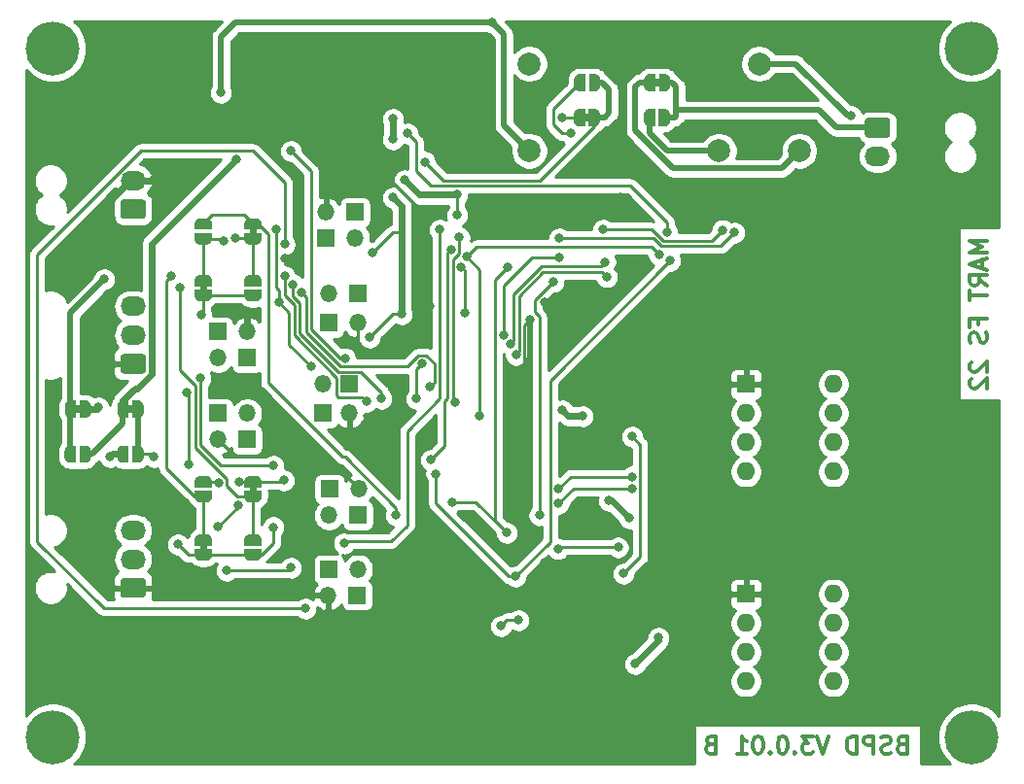
<source format=gbr>
%TF.GenerationSoftware,KiCad,Pcbnew,(5.1.10)-1*%
%TF.CreationDate,2022-04-28T16:13:21+02:00*%
%TF.ProjectId,BSPD-CV_3_0_03RC_B,42535044-2d43-4565-9f33-5f305f303352,rev?*%
%TF.SameCoordinates,Original*%
%TF.FileFunction,Copper,L2,Bot*%
%TF.FilePolarity,Positive*%
%FSLAX46Y46*%
G04 Gerber Fmt 4.6, Leading zero omitted, Abs format (unit mm)*
G04 Created by KiCad (PCBNEW (5.1.10)-1) date 2022-04-28 16:13:21*
%MOMM*%
%LPD*%
G01*
G04 APERTURE LIST*
%TA.AperFunction,NonConductor*%
%ADD10C,0.300000*%
%TD*%
%TA.AperFunction,EtchedComponent*%
%ADD11C,0.100000*%
%TD*%
%TA.AperFunction,ComponentPad*%
%ADD12C,2.000000*%
%TD*%
%TA.AperFunction,SMDPad,CuDef*%
%ADD13C,0.100000*%
%TD*%
%TA.AperFunction,ComponentPad*%
%ADD14O,1.500000X1.500000*%
%TD*%
%TA.AperFunction,ComponentPad*%
%ADD15R,1.500000X1.500000*%
%TD*%
%TA.AperFunction,ComponentPad*%
%ADD16O,1.600000X1.600000*%
%TD*%
%TA.AperFunction,ComponentPad*%
%ADD17R,1.600000X1.600000*%
%TD*%
%TA.AperFunction,ComponentPad*%
%ADD18O,2.200000X1.700000*%
%TD*%
%TA.AperFunction,ComponentPad*%
%ADD19C,4.700000*%
%TD*%
%TA.AperFunction,ViaPad*%
%ADD20C,0.800000*%
%TD*%
%TA.AperFunction,Conductor*%
%ADD21C,0.250000*%
%TD*%
%TA.AperFunction,Conductor*%
%ADD22C,0.625000*%
%TD*%
%TA.AperFunction,Conductor*%
%ADD23C,0.254000*%
%TD*%
%TA.AperFunction,Conductor*%
%ADD24C,0.508000*%
%TD*%
%TA.AperFunction,Conductor*%
%ADD25C,0.100000*%
%TD*%
G04 APERTURE END LIST*
D10*
X234358571Y-114765142D02*
X232858571Y-114765142D01*
X233930000Y-115265142D01*
X232858571Y-115765142D01*
X234358571Y-115765142D01*
X233930000Y-116408000D02*
X233930000Y-117122285D01*
X234358571Y-116265142D02*
X232858571Y-116765142D01*
X234358571Y-117265142D01*
X234358571Y-118622285D02*
X233644285Y-118122285D01*
X234358571Y-117765142D02*
X232858571Y-117765142D01*
X232858571Y-118336571D01*
X232930000Y-118479428D01*
X233001428Y-118550857D01*
X233144285Y-118622285D01*
X233358571Y-118622285D01*
X233501428Y-118550857D01*
X233572857Y-118479428D01*
X233644285Y-118336571D01*
X233644285Y-117765142D01*
X232858571Y-119050857D02*
X232858571Y-119908000D01*
X234358571Y-119479428D02*
X232858571Y-119479428D01*
X233572857Y-122050857D02*
X233572857Y-121550857D01*
X234358571Y-121550857D02*
X232858571Y-121550857D01*
X232858571Y-122265142D01*
X234287142Y-122765142D02*
X234358571Y-122979428D01*
X234358571Y-123336571D01*
X234287142Y-123479428D01*
X234215714Y-123550857D01*
X234072857Y-123622285D01*
X233930000Y-123622285D01*
X233787142Y-123550857D01*
X233715714Y-123479428D01*
X233644285Y-123336571D01*
X233572857Y-123050857D01*
X233501428Y-122908000D01*
X233430000Y-122836571D01*
X233287142Y-122765142D01*
X233144285Y-122765142D01*
X233001428Y-122836571D01*
X232930000Y-122908000D01*
X232858571Y-123050857D01*
X232858571Y-123408000D01*
X232930000Y-123622285D01*
X233001428Y-125336571D02*
X232930000Y-125408000D01*
X232858571Y-125550857D01*
X232858571Y-125908000D01*
X232930000Y-126050857D01*
X233001428Y-126122285D01*
X233144285Y-126193714D01*
X233287142Y-126193714D01*
X233501428Y-126122285D01*
X234358571Y-125265142D01*
X234358571Y-126193714D01*
X233001428Y-126765142D02*
X232930000Y-126836571D01*
X232858571Y-126979428D01*
X232858571Y-127336571D01*
X232930000Y-127479428D01*
X233001428Y-127550857D01*
X233144285Y-127622285D01*
X233287142Y-127622285D01*
X233501428Y-127550857D01*
X234358571Y-126693714D01*
X234358571Y-127622285D01*
X226908285Y-158642857D02*
X226694000Y-158714285D01*
X226622571Y-158785714D01*
X226551142Y-158928571D01*
X226551142Y-159142857D01*
X226622571Y-159285714D01*
X226694000Y-159357142D01*
X226836857Y-159428571D01*
X227408285Y-159428571D01*
X227408285Y-157928571D01*
X226908285Y-157928571D01*
X226765428Y-158000000D01*
X226694000Y-158071428D01*
X226622571Y-158214285D01*
X226622571Y-158357142D01*
X226694000Y-158500000D01*
X226765428Y-158571428D01*
X226908285Y-158642857D01*
X227408285Y-158642857D01*
X225979714Y-159357142D02*
X225765428Y-159428571D01*
X225408285Y-159428571D01*
X225265428Y-159357142D01*
X225194000Y-159285714D01*
X225122571Y-159142857D01*
X225122571Y-159000000D01*
X225194000Y-158857142D01*
X225265428Y-158785714D01*
X225408285Y-158714285D01*
X225694000Y-158642857D01*
X225836857Y-158571428D01*
X225908285Y-158500000D01*
X225979714Y-158357142D01*
X225979714Y-158214285D01*
X225908285Y-158071428D01*
X225836857Y-158000000D01*
X225694000Y-157928571D01*
X225336857Y-157928571D01*
X225122571Y-158000000D01*
X224479714Y-159428571D02*
X224479714Y-157928571D01*
X223908285Y-157928571D01*
X223765428Y-158000000D01*
X223694000Y-158071428D01*
X223622571Y-158214285D01*
X223622571Y-158428571D01*
X223694000Y-158571428D01*
X223765428Y-158642857D01*
X223908285Y-158714285D01*
X224479714Y-158714285D01*
X222979714Y-159428571D02*
X222979714Y-157928571D01*
X222622571Y-157928571D01*
X222408285Y-158000000D01*
X222265428Y-158142857D01*
X222194000Y-158285714D01*
X222122571Y-158571428D01*
X222122571Y-158785714D01*
X222194000Y-159071428D01*
X222265428Y-159214285D01*
X222408285Y-159357142D01*
X222622571Y-159428571D01*
X222979714Y-159428571D01*
X220551142Y-157928571D02*
X220051142Y-159428571D01*
X219551142Y-157928571D01*
X219194000Y-157928571D02*
X218265428Y-157928571D01*
X218765428Y-158500000D01*
X218551142Y-158500000D01*
X218408285Y-158571428D01*
X218336857Y-158642857D01*
X218265428Y-158785714D01*
X218265428Y-159142857D01*
X218336857Y-159285714D01*
X218408285Y-159357142D01*
X218551142Y-159428571D01*
X218979714Y-159428571D01*
X219122571Y-159357142D01*
X219194000Y-159285714D01*
X217622571Y-159285714D02*
X217551142Y-159357142D01*
X217622571Y-159428571D01*
X217694000Y-159357142D01*
X217622571Y-159285714D01*
X217622571Y-159428571D01*
X216622571Y-157928571D02*
X216479714Y-157928571D01*
X216336857Y-158000000D01*
X216265428Y-158071428D01*
X216194000Y-158214285D01*
X216122571Y-158500000D01*
X216122571Y-158857142D01*
X216194000Y-159142857D01*
X216265428Y-159285714D01*
X216336857Y-159357142D01*
X216479714Y-159428571D01*
X216622571Y-159428571D01*
X216765428Y-159357142D01*
X216836857Y-159285714D01*
X216908285Y-159142857D01*
X216979714Y-158857142D01*
X216979714Y-158500000D01*
X216908285Y-158214285D01*
X216836857Y-158071428D01*
X216765428Y-158000000D01*
X216622571Y-157928571D01*
X215479714Y-159285714D02*
X215408285Y-159357142D01*
X215479714Y-159428571D01*
X215551142Y-159357142D01*
X215479714Y-159285714D01*
X215479714Y-159428571D01*
X214479714Y-157928571D02*
X214336857Y-157928571D01*
X214194000Y-158000000D01*
X214122571Y-158071428D01*
X214051142Y-158214285D01*
X213979714Y-158500000D01*
X213979714Y-158857142D01*
X214051142Y-159142857D01*
X214122571Y-159285714D01*
X214194000Y-159357142D01*
X214336857Y-159428571D01*
X214479714Y-159428571D01*
X214622571Y-159357142D01*
X214694000Y-159285714D01*
X214765428Y-159142857D01*
X214836857Y-158857142D01*
X214836857Y-158500000D01*
X214765428Y-158214285D01*
X214694000Y-158071428D01*
X214622571Y-158000000D01*
X214479714Y-157928571D01*
X212551142Y-159428571D02*
X213408285Y-159428571D01*
X212979714Y-159428571D02*
X212979714Y-157928571D01*
X213122571Y-158142857D01*
X213265428Y-158285714D01*
X213408285Y-158357142D01*
X210265428Y-158642857D02*
X210051142Y-158714285D01*
X209979714Y-158785714D01*
X209908285Y-158928571D01*
X209908285Y-159142857D01*
X209979714Y-159285714D01*
X210051142Y-159357142D01*
X210194000Y-159428571D01*
X210765428Y-159428571D01*
X210765428Y-157928571D01*
X210265428Y-157928571D01*
X210122571Y-158000000D01*
X210051142Y-158071428D01*
X209979714Y-158214285D01*
X209979714Y-158357142D01*
X210051142Y-158500000D01*
X210122571Y-158571428D01*
X210265428Y-158642857D01*
X210765428Y-158642857D01*
D11*
%TO.C,JP62*%
G36*
X159516000Y-129113000D02*
G01*
X160016000Y-129113000D01*
X160016000Y-129713000D01*
X159516000Y-129713000D01*
X159516000Y-129113000D01*
G37*
%TO.C,JP22*%
G36*
X155444000Y-129713000D02*
G01*
X154944000Y-129713000D01*
X154944000Y-129113000D01*
X155444000Y-129113000D01*
X155444000Y-129713000D01*
G37*
%TO.C,JP101*%
G36*
X205878000Y-101265000D02*
G01*
X205378000Y-101265000D01*
X205378000Y-100665000D01*
X205878000Y-100665000D01*
X205878000Y-101265000D01*
G37*
%TO.C,JP71*%
G36*
X199752000Y-104313000D02*
G01*
X199252000Y-104313000D01*
X199252000Y-103713000D01*
X199752000Y-103713000D01*
X199752000Y-104313000D01*
G37*
%TO.C,JP54*%
G36*
X170134000Y-136648000D02*
G01*
X170134000Y-136148000D01*
X170734000Y-136148000D01*
X170734000Y-136648000D01*
X170134000Y-136648000D01*
G37*
%TO.C,JP51*%
G36*
X166416000Y-141228000D02*
G01*
X166416000Y-141728000D01*
X165816000Y-141728000D01*
X165816000Y-141228000D01*
X166416000Y-141228000D01*
G37*
%TO.C,JP44*%
G36*
X170134000Y-114184000D02*
G01*
X170134000Y-113684000D01*
X170734000Y-113684000D01*
X170734000Y-114184000D01*
X170134000Y-114184000D01*
G37*
%TO.C,JP41*%
G36*
X166416000Y-118622000D02*
G01*
X166416000Y-119122000D01*
X165816000Y-119122000D01*
X165816000Y-118622000D01*
X166416000Y-118622000D01*
G37*
%TD*%
D12*
%TO.P,K101,11*%
%TO.N,Net-(J4-Pad2)*%
X214498000Y-99324000D03*
%TO.P,K101,12*%
%TO.N,Net-(JP102-Pad1)*%
X210998000Y-106924000D03*
%TO.P,K101,14*%
%TO.N,Net-(JP101-Pad1)*%
X217998000Y-106924000D03*
%TO.P,K101,A1*%
%TO.N,VBatt_F*%
X194498000Y-106924000D03*
%TO.P,K101,A2*%
%TO.N,Net-(D101-Pad1)*%
X194498000Y-99324000D03*
%TD*%
%TA.AperFunction,SMDPad,CuDef*%
D13*
%TO.P,JP62,1*%
%TO.N,Net-(C06-Pad1)*%
G36*
X159916000Y-128663000D02*
G01*
X160416000Y-128663000D01*
X160416000Y-128663602D01*
X160440534Y-128663602D01*
X160489365Y-128668412D01*
X160537490Y-128677984D01*
X160584445Y-128692228D01*
X160629778Y-128711005D01*
X160673051Y-128734136D01*
X160713850Y-128761396D01*
X160751779Y-128792524D01*
X160786476Y-128827221D01*
X160817604Y-128865150D01*
X160844864Y-128905949D01*
X160867995Y-128949222D01*
X160886772Y-128994555D01*
X160901016Y-129041510D01*
X160910588Y-129089635D01*
X160915398Y-129138466D01*
X160915398Y-129163000D01*
X160916000Y-129163000D01*
X160916000Y-129663000D01*
X160915398Y-129663000D01*
X160915398Y-129687534D01*
X160910588Y-129736365D01*
X160901016Y-129784490D01*
X160886772Y-129831445D01*
X160867995Y-129876778D01*
X160844864Y-129920051D01*
X160817604Y-129960850D01*
X160786476Y-129998779D01*
X160751779Y-130033476D01*
X160713850Y-130064604D01*
X160673051Y-130091864D01*
X160629778Y-130114995D01*
X160584445Y-130133772D01*
X160537490Y-130148016D01*
X160489365Y-130157588D01*
X160440534Y-130162398D01*
X160416000Y-130162398D01*
X160416000Y-130163000D01*
X159916000Y-130163000D01*
X159916000Y-128663000D01*
G37*
%TD.AperFunction*%
%TA.AperFunction,SMDPad,CuDef*%
%TO.P,JP62,2*%
%TO.N,VBatt_F*%
G36*
X159116000Y-130162398D02*
G01*
X159091466Y-130162398D01*
X159042635Y-130157588D01*
X158994510Y-130148016D01*
X158947555Y-130133772D01*
X158902222Y-130114995D01*
X158858949Y-130091864D01*
X158818150Y-130064604D01*
X158780221Y-130033476D01*
X158745524Y-129998779D01*
X158714396Y-129960850D01*
X158687136Y-129920051D01*
X158664005Y-129876778D01*
X158645228Y-129831445D01*
X158630984Y-129784490D01*
X158621412Y-129736365D01*
X158616602Y-129687534D01*
X158616602Y-129663000D01*
X158616000Y-129663000D01*
X158616000Y-129163000D01*
X158616602Y-129163000D01*
X158616602Y-129138466D01*
X158621412Y-129089635D01*
X158630984Y-129041510D01*
X158645228Y-128994555D01*
X158664005Y-128949222D01*
X158687136Y-128905949D01*
X158714396Y-128865150D01*
X158745524Y-128827221D01*
X158780221Y-128792524D01*
X158818150Y-128761396D01*
X158858949Y-128734136D01*
X158902222Y-128711005D01*
X158947555Y-128692228D01*
X158994510Y-128677984D01*
X159042635Y-128668412D01*
X159091466Y-128663602D01*
X159116000Y-128663602D01*
X159116000Y-128663000D01*
X159616000Y-128663000D01*
X159616000Y-130163000D01*
X159116000Y-130163000D01*
X159116000Y-130162398D01*
G37*
%TD.AperFunction*%
%TD*%
%TA.AperFunction,SMDPad,CuDef*%
%TO.P,JP61,2*%
%TO.N,+5V*%
G36*
X159116000Y-134099398D02*
G01*
X159091466Y-134099398D01*
X159042635Y-134094588D01*
X158994510Y-134085016D01*
X158947555Y-134070772D01*
X158902222Y-134051995D01*
X158858949Y-134028864D01*
X158818150Y-134001604D01*
X158780221Y-133970476D01*
X158745524Y-133935779D01*
X158714396Y-133897850D01*
X158687136Y-133857051D01*
X158664005Y-133813778D01*
X158645228Y-133768445D01*
X158630984Y-133721490D01*
X158621412Y-133673365D01*
X158616602Y-133624534D01*
X158616602Y-133600000D01*
X158616000Y-133600000D01*
X158616000Y-133100000D01*
X158616602Y-133100000D01*
X158616602Y-133075466D01*
X158621412Y-133026635D01*
X158630984Y-132978510D01*
X158645228Y-132931555D01*
X158664005Y-132886222D01*
X158687136Y-132842949D01*
X158714396Y-132802150D01*
X158745524Y-132764221D01*
X158780221Y-132729524D01*
X158818150Y-132698396D01*
X158858949Y-132671136D01*
X158902222Y-132648005D01*
X158947555Y-132629228D01*
X158994510Y-132614984D01*
X159042635Y-132605412D01*
X159091466Y-132600602D01*
X159116000Y-132600602D01*
X159116000Y-132600000D01*
X159616000Y-132600000D01*
X159616000Y-134100000D01*
X159116000Y-134100000D01*
X159116000Y-134099398D01*
G37*
%TD.AperFunction*%
%TA.AperFunction,SMDPad,CuDef*%
%TO.P,JP61,1*%
%TO.N,Net-(C06-Pad1)*%
G36*
X159916000Y-132600000D02*
G01*
X160416000Y-132600000D01*
X160416000Y-132600602D01*
X160440534Y-132600602D01*
X160489365Y-132605412D01*
X160537490Y-132614984D01*
X160584445Y-132629228D01*
X160629778Y-132648005D01*
X160673051Y-132671136D01*
X160713850Y-132698396D01*
X160751779Y-132729524D01*
X160786476Y-132764221D01*
X160817604Y-132802150D01*
X160844864Y-132842949D01*
X160867995Y-132886222D01*
X160886772Y-132931555D01*
X160901016Y-132978510D01*
X160910588Y-133026635D01*
X160915398Y-133075466D01*
X160915398Y-133100000D01*
X160916000Y-133100000D01*
X160916000Y-133600000D01*
X160915398Y-133600000D01*
X160915398Y-133624534D01*
X160910588Y-133673365D01*
X160901016Y-133721490D01*
X160886772Y-133768445D01*
X160867995Y-133813778D01*
X160844864Y-133857051D01*
X160817604Y-133897850D01*
X160786476Y-133935779D01*
X160751779Y-133970476D01*
X160713850Y-134001604D01*
X160673051Y-134028864D01*
X160629778Y-134051995D01*
X160584445Y-134070772D01*
X160537490Y-134085016D01*
X160489365Y-134094588D01*
X160440534Y-134099398D01*
X160416000Y-134099398D01*
X160416000Y-134100000D01*
X159916000Y-134100000D01*
X159916000Y-132600000D01*
G37*
%TD.AperFunction*%
%TD*%
%TA.AperFunction,SMDPad,CuDef*%
%TO.P,JP22,1*%
%TO.N,Net-(C02-Pad1)*%
G36*
X155044000Y-130163000D02*
G01*
X154544000Y-130163000D01*
X154544000Y-130162398D01*
X154519466Y-130162398D01*
X154470635Y-130157588D01*
X154422510Y-130148016D01*
X154375555Y-130133772D01*
X154330222Y-130114995D01*
X154286949Y-130091864D01*
X154246150Y-130064604D01*
X154208221Y-130033476D01*
X154173524Y-129998779D01*
X154142396Y-129960850D01*
X154115136Y-129920051D01*
X154092005Y-129876778D01*
X154073228Y-129831445D01*
X154058984Y-129784490D01*
X154049412Y-129736365D01*
X154044602Y-129687534D01*
X154044602Y-129663000D01*
X154044000Y-129663000D01*
X154044000Y-129163000D01*
X154044602Y-129163000D01*
X154044602Y-129138466D01*
X154049412Y-129089635D01*
X154058984Y-129041510D01*
X154073228Y-128994555D01*
X154092005Y-128949222D01*
X154115136Y-128905949D01*
X154142396Y-128865150D01*
X154173524Y-128827221D01*
X154208221Y-128792524D01*
X154246150Y-128761396D01*
X154286949Y-128734136D01*
X154330222Y-128711005D01*
X154375555Y-128692228D01*
X154422510Y-128677984D01*
X154470635Y-128668412D01*
X154519466Y-128663602D01*
X154544000Y-128663602D01*
X154544000Y-128663000D01*
X155044000Y-128663000D01*
X155044000Y-130163000D01*
G37*
%TD.AperFunction*%
%TA.AperFunction,SMDPad,CuDef*%
%TO.P,JP22,2*%
%TO.N,+5V*%
G36*
X155844000Y-128663602D02*
G01*
X155868534Y-128663602D01*
X155917365Y-128668412D01*
X155965490Y-128677984D01*
X156012445Y-128692228D01*
X156057778Y-128711005D01*
X156101051Y-128734136D01*
X156141850Y-128761396D01*
X156179779Y-128792524D01*
X156214476Y-128827221D01*
X156245604Y-128865150D01*
X156272864Y-128905949D01*
X156295995Y-128949222D01*
X156314772Y-128994555D01*
X156329016Y-129041510D01*
X156338588Y-129089635D01*
X156343398Y-129138466D01*
X156343398Y-129163000D01*
X156344000Y-129163000D01*
X156344000Y-129663000D01*
X156343398Y-129663000D01*
X156343398Y-129687534D01*
X156338588Y-129736365D01*
X156329016Y-129784490D01*
X156314772Y-129831445D01*
X156295995Y-129876778D01*
X156272864Y-129920051D01*
X156245604Y-129960850D01*
X156214476Y-129998779D01*
X156179779Y-130033476D01*
X156141850Y-130064604D01*
X156101051Y-130091864D01*
X156057778Y-130114995D01*
X156012445Y-130133772D01*
X155965490Y-130148016D01*
X155917365Y-130157588D01*
X155868534Y-130162398D01*
X155844000Y-130162398D01*
X155844000Y-130163000D01*
X155344000Y-130163000D01*
X155344000Y-128663000D01*
X155844000Y-128663000D01*
X155844000Y-128663602D01*
G37*
%TD.AperFunction*%
%TD*%
%TA.AperFunction,SMDPad,CuDef*%
%TO.P,JP21,2*%
%TO.N,VBatt_F*%
G36*
X155829000Y-132600602D02*
G01*
X155853534Y-132600602D01*
X155902365Y-132605412D01*
X155950490Y-132614984D01*
X155997445Y-132629228D01*
X156042778Y-132648005D01*
X156086051Y-132671136D01*
X156126850Y-132698396D01*
X156164779Y-132729524D01*
X156199476Y-132764221D01*
X156230604Y-132802150D01*
X156257864Y-132842949D01*
X156280995Y-132886222D01*
X156299772Y-132931555D01*
X156314016Y-132978510D01*
X156323588Y-133026635D01*
X156328398Y-133075466D01*
X156328398Y-133100000D01*
X156329000Y-133100000D01*
X156329000Y-133600000D01*
X156328398Y-133600000D01*
X156328398Y-133624534D01*
X156323588Y-133673365D01*
X156314016Y-133721490D01*
X156299772Y-133768445D01*
X156280995Y-133813778D01*
X156257864Y-133857051D01*
X156230604Y-133897850D01*
X156199476Y-133935779D01*
X156164779Y-133970476D01*
X156126850Y-134001604D01*
X156086051Y-134028864D01*
X156042778Y-134051995D01*
X155997445Y-134070772D01*
X155950490Y-134085016D01*
X155902365Y-134094588D01*
X155853534Y-134099398D01*
X155829000Y-134099398D01*
X155829000Y-134100000D01*
X155329000Y-134100000D01*
X155329000Y-132600000D01*
X155829000Y-132600000D01*
X155829000Y-132600602D01*
G37*
%TD.AperFunction*%
%TA.AperFunction,SMDPad,CuDef*%
%TO.P,JP21,1*%
%TO.N,Net-(C02-Pad1)*%
G36*
X155029000Y-134100000D02*
G01*
X154529000Y-134100000D01*
X154529000Y-134099398D01*
X154504466Y-134099398D01*
X154455635Y-134094588D01*
X154407510Y-134085016D01*
X154360555Y-134070772D01*
X154315222Y-134051995D01*
X154271949Y-134028864D01*
X154231150Y-134001604D01*
X154193221Y-133970476D01*
X154158524Y-133935779D01*
X154127396Y-133897850D01*
X154100136Y-133857051D01*
X154077005Y-133813778D01*
X154058228Y-133768445D01*
X154043984Y-133721490D01*
X154034412Y-133673365D01*
X154029602Y-133624534D01*
X154029602Y-133600000D01*
X154029000Y-133600000D01*
X154029000Y-133100000D01*
X154029602Y-133100000D01*
X154029602Y-133075466D01*
X154034412Y-133026635D01*
X154043984Y-132978510D01*
X154058228Y-132931555D01*
X154077005Y-132886222D01*
X154100136Y-132842949D01*
X154127396Y-132802150D01*
X154158524Y-132764221D01*
X154193221Y-132729524D01*
X154231150Y-132698396D01*
X154271949Y-132671136D01*
X154315222Y-132648005D01*
X154360555Y-132629228D01*
X154407510Y-132614984D01*
X154455635Y-132605412D01*
X154504466Y-132600602D01*
X154529000Y-132600602D01*
X154529000Y-132600000D01*
X155029000Y-132600000D01*
X155029000Y-134100000D01*
G37*
%TD.AperFunction*%
%TD*%
D14*
%TO.P,D56,2*%
%TO.N,GND*%
X179578000Y-121920000D03*
D15*
%TO.P,D56,1*%
%TO.N,Net-(D55-Pad2)*%
X177038000Y-121920000D03*
%TD*%
D14*
%TO.P,D55,2*%
%TO.N,Net-(D55-Pad2)*%
X177038000Y-119380000D03*
D15*
%TO.P,D55,1*%
%TO.N,BrakeTrigg*%
X179578000Y-119380000D03*
%TD*%
D14*
%TO.P,D47,2*%
%TO.N,GND*%
X176784000Y-112268000D03*
D15*
%TO.P,D47,1*%
%TO.N,Net-(D46-Pad2)*%
X179324000Y-112268000D03*
%TD*%
D14*
%TO.P,D46,2*%
%TO.N,Net-(D46-Pad2)*%
X179324000Y-114554000D03*
D15*
%TO.P,D46,1*%
%TO.N,AccTrigg*%
X176784000Y-114554000D03*
%TD*%
D14*
%TO.P,D22,2*%
%TO.N,Net-(D21-Pad1)*%
X176530000Y-127254000D03*
D15*
%TO.P,D22,1*%
%TO.N,errCurrent*%
X176530000Y-129794000D03*
%TD*%
D14*
%TO.P,D21,2*%
%TO.N,GND*%
X178816000Y-129794000D03*
D15*
%TO.P,D21,1*%
%TO.N,Net-(D21-Pad1)*%
X178816000Y-127254000D03*
%TD*%
D14*
%TO.P,D54,2*%
%TO.N,GND*%
X167386000Y-132080000D03*
D15*
%TO.P,D54,1*%
%TO.N,Net-(D53-Pad2)*%
X169926000Y-132080000D03*
%TD*%
D14*
%TO.P,D53,2*%
%TO.N,Net-(D53-Pad2)*%
X169926000Y-129794000D03*
D15*
%TO.P,D53,1*%
%TO.N,Net-(D53-Pad1)*%
X167386000Y-129794000D03*
%TD*%
D14*
%TO.P,D52,2*%
%TO.N,GND*%
X169926000Y-122682000D03*
D15*
%TO.P,D52,1*%
%TO.N,Net-(D51-Pad2)*%
X167386000Y-122682000D03*
%TD*%
D14*
%TO.P,D51,2*%
%TO.N,Net-(D51-Pad2)*%
X167386000Y-124968000D03*
D15*
%TO.P,D51,1*%
%TO.N,Net-(D51-Pad1)*%
X169926000Y-124968000D03*
%TD*%
D14*
%TO.P,D44,2*%
%TO.N,GND*%
X176974500Y-145669000D03*
D15*
%TO.P,D44,1*%
%TO.N,Net-(D43-Pad2)*%
X179514500Y-145669000D03*
%TD*%
D14*
%TO.P,D43,2*%
%TO.N,Net-(D43-Pad2)*%
X179578000Y-143383000D03*
D15*
%TO.P,D43,1*%
%TO.N,Net-(D43-Pad1)*%
X177038000Y-143383000D03*
%TD*%
D14*
%TO.P,D42,2*%
%TO.N,GND*%
X179641500Y-136398000D03*
D15*
%TO.P,D42,1*%
%TO.N,Net-(D41-Pad2)*%
X177101500Y-136398000D03*
%TD*%
D14*
%TO.P,D41,2*%
%TO.N,Net-(D41-Pad2)*%
X177038000Y-138684000D03*
D15*
%TO.P,D41,1*%
%TO.N,Net-(D41-Pad1)*%
X179578000Y-138684000D03*
%TD*%
%TA.AperFunction,SMDPad,CuDef*%
D13*
%TO.P,JP102,2*%
%TO.N,Net-(J4-Pad1)*%
G36*
X206263000Y-103263602D02*
G01*
X206287534Y-103263602D01*
X206336365Y-103268412D01*
X206384490Y-103277984D01*
X206431445Y-103292228D01*
X206476778Y-103311005D01*
X206520051Y-103334136D01*
X206560850Y-103361396D01*
X206598779Y-103392524D01*
X206633476Y-103427221D01*
X206664604Y-103465150D01*
X206691864Y-103505949D01*
X206714995Y-103549222D01*
X206733772Y-103594555D01*
X206748016Y-103641510D01*
X206757588Y-103689635D01*
X206762398Y-103738466D01*
X206762398Y-103763000D01*
X206763000Y-103763000D01*
X206763000Y-104263000D01*
X206762398Y-104263000D01*
X206762398Y-104287534D01*
X206757588Y-104336365D01*
X206748016Y-104384490D01*
X206733772Y-104431445D01*
X206714995Y-104476778D01*
X206691864Y-104520051D01*
X206664604Y-104560850D01*
X206633476Y-104598779D01*
X206598779Y-104633476D01*
X206560850Y-104664604D01*
X206520051Y-104691864D01*
X206476778Y-104714995D01*
X206431445Y-104733772D01*
X206384490Y-104748016D01*
X206336365Y-104757588D01*
X206287534Y-104762398D01*
X206263000Y-104762398D01*
X206263000Y-104763000D01*
X205763000Y-104763000D01*
X205763000Y-103263000D01*
X206263000Y-103263000D01*
X206263000Y-103263602D01*
G37*
%TD.AperFunction*%
%TA.AperFunction,SMDPad,CuDef*%
%TO.P,JP102,1*%
%TO.N,Net-(JP102-Pad1)*%
G36*
X205463000Y-104763000D02*
G01*
X204963000Y-104763000D01*
X204963000Y-104762398D01*
X204938466Y-104762398D01*
X204889635Y-104757588D01*
X204841510Y-104748016D01*
X204794555Y-104733772D01*
X204749222Y-104714995D01*
X204705949Y-104691864D01*
X204665150Y-104664604D01*
X204627221Y-104633476D01*
X204592524Y-104598779D01*
X204561396Y-104560850D01*
X204534136Y-104520051D01*
X204511005Y-104476778D01*
X204492228Y-104431445D01*
X204477984Y-104384490D01*
X204468412Y-104336365D01*
X204463602Y-104287534D01*
X204463602Y-104263000D01*
X204463000Y-104263000D01*
X204463000Y-103763000D01*
X204463602Y-103763000D01*
X204463602Y-103738466D01*
X204468412Y-103689635D01*
X204477984Y-103641510D01*
X204492228Y-103594555D01*
X204511005Y-103549222D01*
X204534136Y-103505949D01*
X204561396Y-103465150D01*
X204592524Y-103427221D01*
X204627221Y-103392524D01*
X204665150Y-103361396D01*
X204705949Y-103334136D01*
X204749222Y-103311005D01*
X204794555Y-103292228D01*
X204841510Y-103277984D01*
X204889635Y-103268412D01*
X204938466Y-103263602D01*
X204963000Y-103263602D01*
X204963000Y-103263000D01*
X205463000Y-103263000D01*
X205463000Y-104763000D01*
G37*
%TD.AperFunction*%
%TD*%
%TA.AperFunction,SMDPad,CuDef*%
%TO.P,JP101,1*%
%TO.N,Net-(JP101-Pad1)*%
G36*
X205478000Y-101715000D02*
G01*
X204978000Y-101715000D01*
X204978000Y-101714398D01*
X204953466Y-101714398D01*
X204904635Y-101709588D01*
X204856510Y-101700016D01*
X204809555Y-101685772D01*
X204764222Y-101666995D01*
X204720949Y-101643864D01*
X204680150Y-101616604D01*
X204642221Y-101585476D01*
X204607524Y-101550779D01*
X204576396Y-101512850D01*
X204549136Y-101472051D01*
X204526005Y-101428778D01*
X204507228Y-101383445D01*
X204492984Y-101336490D01*
X204483412Y-101288365D01*
X204478602Y-101239534D01*
X204478602Y-101215000D01*
X204478000Y-101215000D01*
X204478000Y-100715000D01*
X204478602Y-100715000D01*
X204478602Y-100690466D01*
X204483412Y-100641635D01*
X204492984Y-100593510D01*
X204507228Y-100546555D01*
X204526005Y-100501222D01*
X204549136Y-100457949D01*
X204576396Y-100417150D01*
X204607524Y-100379221D01*
X204642221Y-100344524D01*
X204680150Y-100313396D01*
X204720949Y-100286136D01*
X204764222Y-100263005D01*
X204809555Y-100244228D01*
X204856510Y-100229984D01*
X204904635Y-100220412D01*
X204953466Y-100215602D01*
X204978000Y-100215602D01*
X204978000Y-100215000D01*
X205478000Y-100215000D01*
X205478000Y-101715000D01*
G37*
%TD.AperFunction*%
%TA.AperFunction,SMDPad,CuDef*%
%TO.P,JP101,2*%
%TO.N,Net-(J4-Pad1)*%
G36*
X206278000Y-100215602D02*
G01*
X206302534Y-100215602D01*
X206351365Y-100220412D01*
X206399490Y-100229984D01*
X206446445Y-100244228D01*
X206491778Y-100263005D01*
X206535051Y-100286136D01*
X206575850Y-100313396D01*
X206613779Y-100344524D01*
X206648476Y-100379221D01*
X206679604Y-100417150D01*
X206706864Y-100457949D01*
X206729995Y-100501222D01*
X206748772Y-100546555D01*
X206763016Y-100593510D01*
X206772588Y-100641635D01*
X206777398Y-100690466D01*
X206777398Y-100715000D01*
X206778000Y-100715000D01*
X206778000Y-101215000D01*
X206777398Y-101215000D01*
X206777398Y-101239534D01*
X206772588Y-101288365D01*
X206763016Y-101336490D01*
X206748772Y-101383445D01*
X206729995Y-101428778D01*
X206706864Y-101472051D01*
X206679604Y-101512850D01*
X206648476Y-101550779D01*
X206613779Y-101585476D01*
X206575850Y-101616604D01*
X206535051Y-101643864D01*
X206491778Y-101666995D01*
X206446445Y-101685772D01*
X206399490Y-101700016D01*
X206351365Y-101709588D01*
X206302534Y-101714398D01*
X206278000Y-101714398D01*
X206278000Y-101715000D01*
X205778000Y-101715000D01*
X205778000Y-100215000D01*
X206278000Y-100215000D01*
X206278000Y-100215602D01*
G37*
%TD.AperFunction*%
%TD*%
%TA.AperFunction,SMDPad,CuDef*%
%TO.P,JP72,2*%
%TO.N,BSPD_state*%
G36*
X200182000Y-100215602D02*
G01*
X200206534Y-100215602D01*
X200255365Y-100220412D01*
X200303490Y-100229984D01*
X200350445Y-100244228D01*
X200395778Y-100263005D01*
X200439051Y-100286136D01*
X200479850Y-100313396D01*
X200517779Y-100344524D01*
X200552476Y-100379221D01*
X200583604Y-100417150D01*
X200610864Y-100457949D01*
X200633995Y-100501222D01*
X200652772Y-100546555D01*
X200667016Y-100593510D01*
X200676588Y-100641635D01*
X200681398Y-100690466D01*
X200681398Y-100715000D01*
X200682000Y-100715000D01*
X200682000Y-101215000D01*
X200681398Y-101215000D01*
X200681398Y-101239534D01*
X200676588Y-101288365D01*
X200667016Y-101336490D01*
X200652772Y-101383445D01*
X200633995Y-101428778D01*
X200610864Y-101472051D01*
X200583604Y-101512850D01*
X200552476Y-101550779D01*
X200517779Y-101585476D01*
X200479850Y-101616604D01*
X200439051Y-101643864D01*
X200395778Y-101666995D01*
X200350445Y-101685772D01*
X200303490Y-101700016D01*
X200255365Y-101709588D01*
X200206534Y-101714398D01*
X200182000Y-101714398D01*
X200182000Y-101715000D01*
X199682000Y-101715000D01*
X199682000Y-100215000D01*
X200182000Y-100215000D01*
X200182000Y-100215602D01*
G37*
%TD.AperFunction*%
%TA.AperFunction,SMDPad,CuDef*%
%TO.P,JP72,1*%
%TO.N,Net-(JP72-Pad1)*%
G36*
X199382000Y-101715000D02*
G01*
X198882000Y-101715000D01*
X198882000Y-101714398D01*
X198857466Y-101714398D01*
X198808635Y-101709588D01*
X198760510Y-101700016D01*
X198713555Y-101685772D01*
X198668222Y-101666995D01*
X198624949Y-101643864D01*
X198584150Y-101616604D01*
X198546221Y-101585476D01*
X198511524Y-101550779D01*
X198480396Y-101512850D01*
X198453136Y-101472051D01*
X198430005Y-101428778D01*
X198411228Y-101383445D01*
X198396984Y-101336490D01*
X198387412Y-101288365D01*
X198382602Y-101239534D01*
X198382602Y-101215000D01*
X198382000Y-101215000D01*
X198382000Y-100715000D01*
X198382602Y-100715000D01*
X198382602Y-100690466D01*
X198387412Y-100641635D01*
X198396984Y-100593510D01*
X198411228Y-100546555D01*
X198430005Y-100501222D01*
X198453136Y-100457949D01*
X198480396Y-100417150D01*
X198511524Y-100379221D01*
X198546221Y-100344524D01*
X198584150Y-100313396D01*
X198624949Y-100286136D01*
X198668222Y-100263005D01*
X198713555Y-100244228D01*
X198760510Y-100229984D01*
X198808635Y-100220412D01*
X198857466Y-100215602D01*
X198882000Y-100215602D01*
X198882000Y-100215000D01*
X199382000Y-100215000D01*
X199382000Y-101715000D01*
G37*
%TD.AperFunction*%
%TD*%
%TA.AperFunction,SMDPad,CuDef*%
%TO.P,JP71,1*%
%TO.N,Net-(JP71-Pad1)*%
G36*
X199352000Y-104763000D02*
G01*
X198852000Y-104763000D01*
X198852000Y-104762398D01*
X198827466Y-104762398D01*
X198778635Y-104757588D01*
X198730510Y-104748016D01*
X198683555Y-104733772D01*
X198638222Y-104714995D01*
X198594949Y-104691864D01*
X198554150Y-104664604D01*
X198516221Y-104633476D01*
X198481524Y-104598779D01*
X198450396Y-104560850D01*
X198423136Y-104520051D01*
X198400005Y-104476778D01*
X198381228Y-104431445D01*
X198366984Y-104384490D01*
X198357412Y-104336365D01*
X198352602Y-104287534D01*
X198352602Y-104263000D01*
X198352000Y-104263000D01*
X198352000Y-103763000D01*
X198352602Y-103763000D01*
X198352602Y-103738466D01*
X198357412Y-103689635D01*
X198366984Y-103641510D01*
X198381228Y-103594555D01*
X198400005Y-103549222D01*
X198423136Y-103505949D01*
X198450396Y-103465150D01*
X198481524Y-103427221D01*
X198516221Y-103392524D01*
X198554150Y-103361396D01*
X198594949Y-103334136D01*
X198638222Y-103311005D01*
X198683555Y-103292228D01*
X198730510Y-103277984D01*
X198778635Y-103268412D01*
X198827466Y-103263602D01*
X198852000Y-103263602D01*
X198852000Y-103263000D01*
X199352000Y-103263000D01*
X199352000Y-104763000D01*
G37*
%TD.AperFunction*%
%TA.AperFunction,SMDPad,CuDef*%
%TO.P,JP71,2*%
%TO.N,BSPD_state*%
G36*
X200152000Y-103263602D02*
G01*
X200176534Y-103263602D01*
X200225365Y-103268412D01*
X200273490Y-103277984D01*
X200320445Y-103292228D01*
X200365778Y-103311005D01*
X200409051Y-103334136D01*
X200449850Y-103361396D01*
X200487779Y-103392524D01*
X200522476Y-103427221D01*
X200553604Y-103465150D01*
X200580864Y-103505949D01*
X200603995Y-103549222D01*
X200622772Y-103594555D01*
X200637016Y-103641510D01*
X200646588Y-103689635D01*
X200651398Y-103738466D01*
X200651398Y-103763000D01*
X200652000Y-103763000D01*
X200652000Y-104263000D01*
X200651398Y-104263000D01*
X200651398Y-104287534D01*
X200646588Y-104336365D01*
X200637016Y-104384490D01*
X200622772Y-104431445D01*
X200603995Y-104476778D01*
X200580864Y-104520051D01*
X200553604Y-104560850D01*
X200522476Y-104598779D01*
X200487779Y-104633476D01*
X200449850Y-104664604D01*
X200409051Y-104691864D01*
X200365778Y-104714995D01*
X200320445Y-104733772D01*
X200273490Y-104748016D01*
X200225365Y-104757588D01*
X200176534Y-104762398D01*
X200152000Y-104762398D01*
X200152000Y-104763000D01*
X199652000Y-104763000D01*
X199652000Y-103263000D01*
X200152000Y-103263000D01*
X200152000Y-103263602D01*
G37*
%TD.AperFunction*%
%TD*%
D16*
%TO.P,U91,8*%
%TO.N,+5V*%
X220980000Y-145542000D03*
%TO.P,U91,4*%
X213360000Y-153162000D03*
%TO.P,U91,7*%
%TO.N,Net-(C94-Pad1)*%
X220980000Y-148082000D03*
%TO.P,U91,3*%
%TO.N,Net-(C93-Pad1)*%
X213360000Y-150622000D03*
%TO.P,U91,6*%
%TO.N,Net-(C94-Pad1)*%
X220980000Y-150622000D03*
%TO.P,U91,2*%
%TO.N,Net-(C91-Pad2)*%
X213360000Y-148082000D03*
%TO.P,U91,5*%
%TO.N,Net-(C92-Pad2)*%
X220980000Y-153162000D03*
D17*
%TO.P,U91,1*%
%TO.N,GND*%
X213360000Y-145542000D03*
%TD*%
D16*
%TO.P,U81,8*%
%TO.N,+5V*%
X220980000Y-127254000D03*
%TO.P,U81,4*%
X213360000Y-134874000D03*
%TO.P,U81,7*%
%TO.N,Net-(C84-Pad1)*%
X220980000Y-129794000D03*
%TO.P,U81,3*%
%TO.N,Net-(C83-Pad1)*%
X213360000Y-132334000D03*
%TO.P,U81,6*%
%TO.N,Net-(C84-Pad1)*%
X220980000Y-132334000D03*
%TO.P,U81,2*%
%TO.N,Net-(C81-Pad2)*%
X213360000Y-129794000D03*
%TO.P,U81,5*%
%TO.N,Net-(C82-Pad2)*%
X220980000Y-134874000D03*
D17*
%TO.P,U81,1*%
%TO.N,GND*%
X213360000Y-127254000D03*
%TD*%
D18*
%TO.P,J3,3*%
%TO.N,+5V*%
X160000000Y-140000000D03*
%TO.P,J3,2*%
%TO.N,sens1*%
X160000000Y-142500000D03*
%TO.P,J3,1*%
%TO.N,GND*%
%TA.AperFunction,ComponentPad*%
G36*
G01*
X161100000Y-144400000D02*
X161100000Y-145600000D01*
G75*
G02*
X160850000Y-145850000I-250000J0D01*
G01*
X159150000Y-145850000D01*
G75*
G02*
X158900000Y-145600000I0J250000D01*
G01*
X158900000Y-144400000D01*
G75*
G02*
X159150000Y-144150000I250000J0D01*
G01*
X160850000Y-144150000D01*
G75*
G02*
X161100000Y-144400000I0J-250000D01*
G01*
G37*
%TD.AperFunction*%
%TD*%
%TO.P,J2,3*%
%TO.N,+5V*%
X160000000Y-120476000D03*
%TO.P,J2,2*%
%TO.N,sens0*%
X160000000Y-122976000D03*
%TO.P,J2,1*%
%TO.N,GND*%
%TA.AperFunction,ComponentPad*%
G36*
G01*
X161100000Y-124876000D02*
X161100000Y-126076000D01*
G75*
G02*
X160850000Y-126326000I-250000J0D01*
G01*
X159150000Y-126326000D01*
G75*
G02*
X158900000Y-126076000I0J250000D01*
G01*
X158900000Y-124876000D01*
G75*
G02*
X159150000Y-124626000I250000J0D01*
G01*
X160850000Y-124626000D01*
G75*
G02*
X161100000Y-124876000I0J-250000D01*
G01*
G37*
%TD.AperFunction*%
%TD*%
%TO.P,J4,2*%
%TO.N,Net-(J4-Pad2)*%
X224815400Y-107402000D03*
%TO.P,J4,1*%
%TO.N,Net-(J4-Pad1)*%
%TA.AperFunction,ComponentPad*%
G36*
G01*
X223715400Y-105502000D02*
X223715400Y-104302000D01*
G75*
G02*
X223965400Y-104052000I250000J0D01*
G01*
X225665400Y-104052000D01*
G75*
G02*
X225915400Y-104302000I0J-250000D01*
G01*
X225915400Y-105502000D01*
G75*
G02*
X225665400Y-105752000I-250000J0D01*
G01*
X223965400Y-105752000D01*
G75*
G02*
X223715400Y-105502000I0J250000D01*
G01*
G37*
%TD.AperFunction*%
%TD*%
%TO.P,J1,2*%
%TO.N,GND*%
X160000000Y-109500000D03*
%TO.P,J1,1*%
%TO.N,VBatt*%
%TA.AperFunction,ComponentPad*%
G36*
G01*
X161100000Y-111400000D02*
X161100000Y-112600000D01*
G75*
G02*
X160850000Y-112850000I-250000J0D01*
G01*
X159150000Y-112850000D01*
G75*
G02*
X158900000Y-112600000I0J250000D01*
G01*
X158900000Y-111400000D01*
G75*
G02*
X159150000Y-111150000I250000J0D01*
G01*
X160850000Y-111150000D01*
G75*
G02*
X161100000Y-111400000I0J-250000D01*
G01*
G37*
%TD.AperFunction*%
%TD*%
D19*
%TO.P,H4,1*%
%TO.N,N/C*%
X233000000Y-158000000D03*
%TD*%
%TO.P,H3,1*%
%TO.N,N/C*%
X153000000Y-158000000D03*
%TD*%
%TO.P,H2,1*%
%TO.N,N/C*%
X233000000Y-98000000D03*
%TD*%
%TO.P,H1,1*%
%TO.N,N/C*%
X153000000Y-98000000D03*
%TD*%
%TA.AperFunction,SMDPad,CuDef*%
D13*
%TO.P,JP54,1*%
%TO.N,RefBrake*%
G36*
X169684000Y-136248000D02*
G01*
X169684000Y-135748000D01*
X169684602Y-135748000D01*
X169684602Y-135723466D01*
X169689412Y-135674635D01*
X169698984Y-135626510D01*
X169713228Y-135579555D01*
X169732005Y-135534222D01*
X169755136Y-135490949D01*
X169782396Y-135450150D01*
X169813524Y-135412221D01*
X169848221Y-135377524D01*
X169886150Y-135346396D01*
X169926949Y-135319136D01*
X169970222Y-135296005D01*
X170015555Y-135277228D01*
X170062510Y-135262984D01*
X170110635Y-135253412D01*
X170159466Y-135248602D01*
X170184000Y-135248602D01*
X170184000Y-135248000D01*
X170684000Y-135248000D01*
X170684000Y-135248602D01*
X170708534Y-135248602D01*
X170757365Y-135253412D01*
X170805490Y-135262984D01*
X170852445Y-135277228D01*
X170897778Y-135296005D01*
X170941051Y-135319136D01*
X170981850Y-135346396D01*
X171019779Y-135377524D01*
X171054476Y-135412221D01*
X171085604Y-135450150D01*
X171112864Y-135490949D01*
X171135995Y-135534222D01*
X171154772Y-135579555D01*
X171169016Y-135626510D01*
X171178588Y-135674635D01*
X171183398Y-135723466D01*
X171183398Y-135748000D01*
X171184000Y-135748000D01*
X171184000Y-136248000D01*
X169684000Y-136248000D01*
G37*
%TD.AperFunction*%
%TA.AperFunction,SMDPad,CuDef*%
%TO.P,JP54,2*%
%TO.N,Net-(JP53-Pad2)*%
G36*
X171183398Y-137048000D02*
G01*
X171183398Y-137072534D01*
X171178588Y-137121365D01*
X171169016Y-137169490D01*
X171154772Y-137216445D01*
X171135995Y-137261778D01*
X171112864Y-137305051D01*
X171085604Y-137345850D01*
X171054476Y-137383779D01*
X171019779Y-137418476D01*
X170981850Y-137449604D01*
X170941051Y-137476864D01*
X170897778Y-137499995D01*
X170852445Y-137518772D01*
X170805490Y-137533016D01*
X170757365Y-137542588D01*
X170708534Y-137547398D01*
X170684000Y-137547398D01*
X170684000Y-137548000D01*
X170184000Y-137548000D01*
X170184000Y-137547398D01*
X170159466Y-137547398D01*
X170110635Y-137542588D01*
X170062510Y-137533016D01*
X170015555Y-137518772D01*
X169970222Y-137499995D01*
X169926949Y-137476864D01*
X169886150Y-137449604D01*
X169848221Y-137418476D01*
X169813524Y-137383779D01*
X169782396Y-137345850D01*
X169755136Y-137305051D01*
X169732005Y-137261778D01*
X169713228Y-137216445D01*
X169698984Y-137169490D01*
X169689412Y-137121365D01*
X169684602Y-137072534D01*
X169684602Y-137048000D01*
X169684000Y-137048000D01*
X169684000Y-136548000D01*
X171184000Y-136548000D01*
X171184000Y-137048000D01*
X171183398Y-137048000D01*
G37*
%TD.AperFunction*%
%TD*%
%TA.AperFunction,SMDPad,CuDef*%
%TO.P,JP53,2*%
%TO.N,Net-(JP53-Pad2)*%
G36*
X169684602Y-140828000D02*
G01*
X169684602Y-140803466D01*
X169689412Y-140754635D01*
X169698984Y-140706510D01*
X169713228Y-140659555D01*
X169732005Y-140614222D01*
X169755136Y-140570949D01*
X169782396Y-140530150D01*
X169813524Y-140492221D01*
X169848221Y-140457524D01*
X169886150Y-140426396D01*
X169926949Y-140399136D01*
X169970222Y-140376005D01*
X170015555Y-140357228D01*
X170062510Y-140342984D01*
X170110635Y-140333412D01*
X170159466Y-140328602D01*
X170184000Y-140328602D01*
X170184000Y-140328000D01*
X170684000Y-140328000D01*
X170684000Y-140328602D01*
X170708534Y-140328602D01*
X170757365Y-140333412D01*
X170805490Y-140342984D01*
X170852445Y-140357228D01*
X170897778Y-140376005D01*
X170941051Y-140399136D01*
X170981850Y-140426396D01*
X171019779Y-140457524D01*
X171054476Y-140492221D01*
X171085604Y-140530150D01*
X171112864Y-140570949D01*
X171135995Y-140614222D01*
X171154772Y-140659555D01*
X171169016Y-140706510D01*
X171178588Y-140754635D01*
X171183398Y-140803466D01*
X171183398Y-140828000D01*
X171184000Y-140828000D01*
X171184000Y-141328000D01*
X169684000Y-141328000D01*
X169684000Y-140828000D01*
X169684602Y-140828000D01*
G37*
%TD.AperFunction*%
%TA.AperFunction,SMDPad,CuDef*%
%TO.P,JP53,1*%
%TO.N,sens1*%
G36*
X171184000Y-141628000D02*
G01*
X171184000Y-142128000D01*
X171183398Y-142128000D01*
X171183398Y-142152534D01*
X171178588Y-142201365D01*
X171169016Y-142249490D01*
X171154772Y-142296445D01*
X171135995Y-142341778D01*
X171112864Y-142385051D01*
X171085604Y-142425850D01*
X171054476Y-142463779D01*
X171019779Y-142498476D01*
X170981850Y-142529604D01*
X170941051Y-142556864D01*
X170897778Y-142579995D01*
X170852445Y-142598772D01*
X170805490Y-142613016D01*
X170757365Y-142622588D01*
X170708534Y-142627398D01*
X170684000Y-142627398D01*
X170684000Y-142628000D01*
X170184000Y-142628000D01*
X170184000Y-142627398D01*
X170159466Y-142627398D01*
X170110635Y-142622588D01*
X170062510Y-142613016D01*
X170015555Y-142598772D01*
X169970222Y-142579995D01*
X169926949Y-142556864D01*
X169886150Y-142529604D01*
X169848221Y-142498476D01*
X169813524Y-142463779D01*
X169782396Y-142425850D01*
X169755136Y-142385051D01*
X169732005Y-142341778D01*
X169713228Y-142296445D01*
X169698984Y-142249490D01*
X169689412Y-142201365D01*
X169684602Y-142152534D01*
X169684602Y-142128000D01*
X169684000Y-142128000D01*
X169684000Y-141628000D01*
X171184000Y-141628000D01*
G37*
%TD.AperFunction*%
%TD*%
%TA.AperFunction,SMDPad,CuDef*%
%TO.P,JP52,2*%
%TO.N,Net-(JP51-Pad2)*%
G36*
X166865398Y-137048000D02*
G01*
X166865398Y-137072534D01*
X166860588Y-137121365D01*
X166851016Y-137169490D01*
X166836772Y-137216445D01*
X166817995Y-137261778D01*
X166794864Y-137305051D01*
X166767604Y-137345850D01*
X166736476Y-137383779D01*
X166701779Y-137418476D01*
X166663850Y-137449604D01*
X166623051Y-137476864D01*
X166579778Y-137499995D01*
X166534445Y-137518772D01*
X166487490Y-137533016D01*
X166439365Y-137542588D01*
X166390534Y-137547398D01*
X166366000Y-137547398D01*
X166366000Y-137548000D01*
X165866000Y-137548000D01*
X165866000Y-137547398D01*
X165841466Y-137547398D01*
X165792635Y-137542588D01*
X165744510Y-137533016D01*
X165697555Y-137518772D01*
X165652222Y-137499995D01*
X165608949Y-137476864D01*
X165568150Y-137449604D01*
X165530221Y-137418476D01*
X165495524Y-137383779D01*
X165464396Y-137345850D01*
X165437136Y-137305051D01*
X165414005Y-137261778D01*
X165395228Y-137216445D01*
X165380984Y-137169490D01*
X165371412Y-137121365D01*
X165366602Y-137072534D01*
X165366602Y-137048000D01*
X165366000Y-137048000D01*
X165366000Y-136548000D01*
X166866000Y-136548000D01*
X166866000Y-137048000D01*
X166865398Y-137048000D01*
G37*
%TD.AperFunction*%
%TA.AperFunction,SMDPad,CuDef*%
%TO.P,JP52,1*%
%TO.N,RefBrake*%
G36*
X165366000Y-136248000D02*
G01*
X165366000Y-135748000D01*
X165366602Y-135748000D01*
X165366602Y-135723466D01*
X165371412Y-135674635D01*
X165380984Y-135626510D01*
X165395228Y-135579555D01*
X165414005Y-135534222D01*
X165437136Y-135490949D01*
X165464396Y-135450150D01*
X165495524Y-135412221D01*
X165530221Y-135377524D01*
X165568150Y-135346396D01*
X165608949Y-135319136D01*
X165652222Y-135296005D01*
X165697555Y-135277228D01*
X165744510Y-135262984D01*
X165792635Y-135253412D01*
X165841466Y-135248602D01*
X165866000Y-135248602D01*
X165866000Y-135248000D01*
X166366000Y-135248000D01*
X166366000Y-135248602D01*
X166390534Y-135248602D01*
X166439365Y-135253412D01*
X166487490Y-135262984D01*
X166534445Y-135277228D01*
X166579778Y-135296005D01*
X166623051Y-135319136D01*
X166663850Y-135346396D01*
X166701779Y-135377524D01*
X166736476Y-135412221D01*
X166767604Y-135450150D01*
X166794864Y-135490949D01*
X166817995Y-135534222D01*
X166836772Y-135579555D01*
X166851016Y-135626510D01*
X166860588Y-135674635D01*
X166865398Y-135723466D01*
X166865398Y-135748000D01*
X166866000Y-135748000D01*
X166866000Y-136248000D01*
X165366000Y-136248000D01*
G37*
%TD.AperFunction*%
%TD*%
%TA.AperFunction,SMDPad,CuDef*%
%TO.P,JP51,1*%
%TO.N,sens1*%
G36*
X166866000Y-141628000D02*
G01*
X166866000Y-142128000D01*
X166865398Y-142128000D01*
X166865398Y-142152534D01*
X166860588Y-142201365D01*
X166851016Y-142249490D01*
X166836772Y-142296445D01*
X166817995Y-142341778D01*
X166794864Y-142385051D01*
X166767604Y-142425850D01*
X166736476Y-142463779D01*
X166701779Y-142498476D01*
X166663850Y-142529604D01*
X166623051Y-142556864D01*
X166579778Y-142579995D01*
X166534445Y-142598772D01*
X166487490Y-142613016D01*
X166439365Y-142622588D01*
X166390534Y-142627398D01*
X166366000Y-142627398D01*
X166366000Y-142628000D01*
X165866000Y-142628000D01*
X165866000Y-142627398D01*
X165841466Y-142627398D01*
X165792635Y-142622588D01*
X165744510Y-142613016D01*
X165697555Y-142598772D01*
X165652222Y-142579995D01*
X165608949Y-142556864D01*
X165568150Y-142529604D01*
X165530221Y-142498476D01*
X165495524Y-142463779D01*
X165464396Y-142425850D01*
X165437136Y-142385051D01*
X165414005Y-142341778D01*
X165395228Y-142296445D01*
X165380984Y-142249490D01*
X165371412Y-142201365D01*
X165366602Y-142152534D01*
X165366602Y-142128000D01*
X165366000Y-142128000D01*
X165366000Y-141628000D01*
X166866000Y-141628000D01*
G37*
%TD.AperFunction*%
%TA.AperFunction,SMDPad,CuDef*%
%TO.P,JP51,2*%
%TO.N,Net-(JP51-Pad2)*%
G36*
X165366602Y-140828000D02*
G01*
X165366602Y-140803466D01*
X165371412Y-140754635D01*
X165380984Y-140706510D01*
X165395228Y-140659555D01*
X165414005Y-140614222D01*
X165437136Y-140570949D01*
X165464396Y-140530150D01*
X165495524Y-140492221D01*
X165530221Y-140457524D01*
X165568150Y-140426396D01*
X165608949Y-140399136D01*
X165652222Y-140376005D01*
X165697555Y-140357228D01*
X165744510Y-140342984D01*
X165792635Y-140333412D01*
X165841466Y-140328602D01*
X165866000Y-140328602D01*
X165866000Y-140328000D01*
X166366000Y-140328000D01*
X166366000Y-140328602D01*
X166390534Y-140328602D01*
X166439365Y-140333412D01*
X166487490Y-140342984D01*
X166534445Y-140357228D01*
X166579778Y-140376005D01*
X166623051Y-140399136D01*
X166663850Y-140426396D01*
X166701779Y-140457524D01*
X166736476Y-140492221D01*
X166767604Y-140530150D01*
X166794864Y-140570949D01*
X166817995Y-140614222D01*
X166836772Y-140659555D01*
X166851016Y-140706510D01*
X166860588Y-140754635D01*
X166865398Y-140803466D01*
X166865398Y-140828000D01*
X166866000Y-140828000D01*
X166866000Y-141328000D01*
X165366000Y-141328000D01*
X165366000Y-140828000D01*
X165366602Y-140828000D01*
G37*
%TD.AperFunction*%
%TD*%
%TA.AperFunction,SMDPad,CuDef*%
%TO.P,JP44,1*%
%TO.N,RefApp*%
G36*
X169684000Y-113784000D02*
G01*
X169684000Y-113284000D01*
X169684602Y-113284000D01*
X169684602Y-113259466D01*
X169689412Y-113210635D01*
X169698984Y-113162510D01*
X169713228Y-113115555D01*
X169732005Y-113070222D01*
X169755136Y-113026949D01*
X169782396Y-112986150D01*
X169813524Y-112948221D01*
X169848221Y-112913524D01*
X169886150Y-112882396D01*
X169926949Y-112855136D01*
X169970222Y-112832005D01*
X170015555Y-112813228D01*
X170062510Y-112798984D01*
X170110635Y-112789412D01*
X170159466Y-112784602D01*
X170184000Y-112784602D01*
X170184000Y-112784000D01*
X170684000Y-112784000D01*
X170684000Y-112784602D01*
X170708534Y-112784602D01*
X170757365Y-112789412D01*
X170805490Y-112798984D01*
X170852445Y-112813228D01*
X170897778Y-112832005D01*
X170941051Y-112855136D01*
X170981850Y-112882396D01*
X171019779Y-112913524D01*
X171054476Y-112948221D01*
X171085604Y-112986150D01*
X171112864Y-113026949D01*
X171135995Y-113070222D01*
X171154772Y-113115555D01*
X171169016Y-113162510D01*
X171178588Y-113210635D01*
X171183398Y-113259466D01*
X171183398Y-113284000D01*
X171184000Y-113284000D01*
X171184000Y-113784000D01*
X169684000Y-113784000D01*
G37*
%TD.AperFunction*%
%TA.AperFunction,SMDPad,CuDef*%
%TO.P,JP44,2*%
%TO.N,Net-(JP43-Pad2)*%
G36*
X171183398Y-114584000D02*
G01*
X171183398Y-114608534D01*
X171178588Y-114657365D01*
X171169016Y-114705490D01*
X171154772Y-114752445D01*
X171135995Y-114797778D01*
X171112864Y-114841051D01*
X171085604Y-114881850D01*
X171054476Y-114919779D01*
X171019779Y-114954476D01*
X170981850Y-114985604D01*
X170941051Y-115012864D01*
X170897778Y-115035995D01*
X170852445Y-115054772D01*
X170805490Y-115069016D01*
X170757365Y-115078588D01*
X170708534Y-115083398D01*
X170684000Y-115083398D01*
X170684000Y-115084000D01*
X170184000Y-115084000D01*
X170184000Y-115083398D01*
X170159466Y-115083398D01*
X170110635Y-115078588D01*
X170062510Y-115069016D01*
X170015555Y-115054772D01*
X169970222Y-115035995D01*
X169926949Y-115012864D01*
X169886150Y-114985604D01*
X169848221Y-114954476D01*
X169813524Y-114919779D01*
X169782396Y-114881850D01*
X169755136Y-114841051D01*
X169732005Y-114797778D01*
X169713228Y-114752445D01*
X169698984Y-114705490D01*
X169689412Y-114657365D01*
X169684602Y-114608534D01*
X169684602Y-114584000D01*
X169684000Y-114584000D01*
X169684000Y-114084000D01*
X171184000Y-114084000D01*
X171184000Y-114584000D01*
X171183398Y-114584000D01*
G37*
%TD.AperFunction*%
%TD*%
%TA.AperFunction,SMDPad,CuDef*%
%TO.P,JP43,2*%
%TO.N,Net-(JP43-Pad2)*%
G36*
X169684602Y-118222000D02*
G01*
X169684602Y-118197466D01*
X169689412Y-118148635D01*
X169698984Y-118100510D01*
X169713228Y-118053555D01*
X169732005Y-118008222D01*
X169755136Y-117964949D01*
X169782396Y-117924150D01*
X169813524Y-117886221D01*
X169848221Y-117851524D01*
X169886150Y-117820396D01*
X169926949Y-117793136D01*
X169970222Y-117770005D01*
X170015555Y-117751228D01*
X170062510Y-117736984D01*
X170110635Y-117727412D01*
X170159466Y-117722602D01*
X170184000Y-117722602D01*
X170184000Y-117722000D01*
X170684000Y-117722000D01*
X170684000Y-117722602D01*
X170708534Y-117722602D01*
X170757365Y-117727412D01*
X170805490Y-117736984D01*
X170852445Y-117751228D01*
X170897778Y-117770005D01*
X170941051Y-117793136D01*
X170981850Y-117820396D01*
X171019779Y-117851524D01*
X171054476Y-117886221D01*
X171085604Y-117924150D01*
X171112864Y-117964949D01*
X171135995Y-118008222D01*
X171154772Y-118053555D01*
X171169016Y-118100510D01*
X171178588Y-118148635D01*
X171183398Y-118197466D01*
X171183398Y-118222000D01*
X171184000Y-118222000D01*
X171184000Y-118722000D01*
X169684000Y-118722000D01*
X169684000Y-118222000D01*
X169684602Y-118222000D01*
G37*
%TD.AperFunction*%
%TA.AperFunction,SMDPad,CuDef*%
%TO.P,JP43,1*%
%TO.N,sens0*%
G36*
X171184000Y-119022000D02*
G01*
X171184000Y-119522000D01*
X171183398Y-119522000D01*
X171183398Y-119546534D01*
X171178588Y-119595365D01*
X171169016Y-119643490D01*
X171154772Y-119690445D01*
X171135995Y-119735778D01*
X171112864Y-119779051D01*
X171085604Y-119819850D01*
X171054476Y-119857779D01*
X171019779Y-119892476D01*
X170981850Y-119923604D01*
X170941051Y-119950864D01*
X170897778Y-119973995D01*
X170852445Y-119992772D01*
X170805490Y-120007016D01*
X170757365Y-120016588D01*
X170708534Y-120021398D01*
X170684000Y-120021398D01*
X170684000Y-120022000D01*
X170184000Y-120022000D01*
X170184000Y-120021398D01*
X170159466Y-120021398D01*
X170110635Y-120016588D01*
X170062510Y-120007016D01*
X170015555Y-119992772D01*
X169970222Y-119973995D01*
X169926949Y-119950864D01*
X169886150Y-119923604D01*
X169848221Y-119892476D01*
X169813524Y-119857779D01*
X169782396Y-119819850D01*
X169755136Y-119779051D01*
X169732005Y-119735778D01*
X169713228Y-119690445D01*
X169698984Y-119643490D01*
X169689412Y-119595365D01*
X169684602Y-119546534D01*
X169684602Y-119522000D01*
X169684000Y-119522000D01*
X169684000Y-119022000D01*
X171184000Y-119022000D01*
G37*
%TD.AperFunction*%
%TD*%
%TA.AperFunction,SMDPad,CuDef*%
%TO.P,JP42,2*%
%TO.N,Net-(JP41-Pad2)*%
G36*
X166865398Y-114584000D02*
G01*
X166865398Y-114608534D01*
X166860588Y-114657365D01*
X166851016Y-114705490D01*
X166836772Y-114752445D01*
X166817995Y-114797778D01*
X166794864Y-114841051D01*
X166767604Y-114881850D01*
X166736476Y-114919779D01*
X166701779Y-114954476D01*
X166663850Y-114985604D01*
X166623051Y-115012864D01*
X166579778Y-115035995D01*
X166534445Y-115054772D01*
X166487490Y-115069016D01*
X166439365Y-115078588D01*
X166390534Y-115083398D01*
X166366000Y-115083398D01*
X166366000Y-115084000D01*
X165866000Y-115084000D01*
X165866000Y-115083398D01*
X165841466Y-115083398D01*
X165792635Y-115078588D01*
X165744510Y-115069016D01*
X165697555Y-115054772D01*
X165652222Y-115035995D01*
X165608949Y-115012864D01*
X165568150Y-114985604D01*
X165530221Y-114954476D01*
X165495524Y-114919779D01*
X165464396Y-114881850D01*
X165437136Y-114841051D01*
X165414005Y-114797778D01*
X165395228Y-114752445D01*
X165380984Y-114705490D01*
X165371412Y-114657365D01*
X165366602Y-114608534D01*
X165366602Y-114584000D01*
X165366000Y-114584000D01*
X165366000Y-114084000D01*
X166866000Y-114084000D01*
X166866000Y-114584000D01*
X166865398Y-114584000D01*
G37*
%TD.AperFunction*%
%TA.AperFunction,SMDPad,CuDef*%
%TO.P,JP42,1*%
%TO.N,RefApp*%
G36*
X165366000Y-113784000D02*
G01*
X165366000Y-113284000D01*
X165366602Y-113284000D01*
X165366602Y-113259466D01*
X165371412Y-113210635D01*
X165380984Y-113162510D01*
X165395228Y-113115555D01*
X165414005Y-113070222D01*
X165437136Y-113026949D01*
X165464396Y-112986150D01*
X165495524Y-112948221D01*
X165530221Y-112913524D01*
X165568150Y-112882396D01*
X165608949Y-112855136D01*
X165652222Y-112832005D01*
X165697555Y-112813228D01*
X165744510Y-112798984D01*
X165792635Y-112789412D01*
X165841466Y-112784602D01*
X165866000Y-112784602D01*
X165866000Y-112784000D01*
X166366000Y-112784000D01*
X166366000Y-112784602D01*
X166390534Y-112784602D01*
X166439365Y-112789412D01*
X166487490Y-112798984D01*
X166534445Y-112813228D01*
X166579778Y-112832005D01*
X166623051Y-112855136D01*
X166663850Y-112882396D01*
X166701779Y-112913524D01*
X166736476Y-112948221D01*
X166767604Y-112986150D01*
X166794864Y-113026949D01*
X166817995Y-113070222D01*
X166836772Y-113115555D01*
X166851016Y-113162510D01*
X166860588Y-113210635D01*
X166865398Y-113259466D01*
X166865398Y-113284000D01*
X166866000Y-113284000D01*
X166866000Y-113784000D01*
X165366000Y-113784000D01*
G37*
%TD.AperFunction*%
%TD*%
%TA.AperFunction,SMDPad,CuDef*%
%TO.P,JP41,1*%
%TO.N,sens0*%
G36*
X166866000Y-119022000D02*
G01*
X166866000Y-119522000D01*
X166865398Y-119522000D01*
X166865398Y-119546534D01*
X166860588Y-119595365D01*
X166851016Y-119643490D01*
X166836772Y-119690445D01*
X166817995Y-119735778D01*
X166794864Y-119779051D01*
X166767604Y-119819850D01*
X166736476Y-119857779D01*
X166701779Y-119892476D01*
X166663850Y-119923604D01*
X166623051Y-119950864D01*
X166579778Y-119973995D01*
X166534445Y-119992772D01*
X166487490Y-120007016D01*
X166439365Y-120016588D01*
X166390534Y-120021398D01*
X166366000Y-120021398D01*
X166366000Y-120022000D01*
X165866000Y-120022000D01*
X165866000Y-120021398D01*
X165841466Y-120021398D01*
X165792635Y-120016588D01*
X165744510Y-120007016D01*
X165697555Y-119992772D01*
X165652222Y-119973995D01*
X165608949Y-119950864D01*
X165568150Y-119923604D01*
X165530221Y-119892476D01*
X165495524Y-119857779D01*
X165464396Y-119819850D01*
X165437136Y-119779051D01*
X165414005Y-119735778D01*
X165395228Y-119690445D01*
X165380984Y-119643490D01*
X165371412Y-119595365D01*
X165366602Y-119546534D01*
X165366602Y-119522000D01*
X165366000Y-119522000D01*
X165366000Y-119022000D01*
X166866000Y-119022000D01*
G37*
%TD.AperFunction*%
%TA.AperFunction,SMDPad,CuDef*%
%TO.P,JP41,2*%
%TO.N,Net-(JP41-Pad2)*%
G36*
X165366602Y-118222000D02*
G01*
X165366602Y-118197466D01*
X165371412Y-118148635D01*
X165380984Y-118100510D01*
X165395228Y-118053555D01*
X165414005Y-118008222D01*
X165437136Y-117964949D01*
X165464396Y-117924150D01*
X165495524Y-117886221D01*
X165530221Y-117851524D01*
X165568150Y-117820396D01*
X165608949Y-117793136D01*
X165652222Y-117770005D01*
X165697555Y-117751228D01*
X165744510Y-117736984D01*
X165792635Y-117727412D01*
X165841466Y-117722602D01*
X165866000Y-117722602D01*
X165866000Y-117722000D01*
X166366000Y-117722000D01*
X166366000Y-117722602D01*
X166390534Y-117722602D01*
X166439365Y-117727412D01*
X166487490Y-117736984D01*
X166534445Y-117751228D01*
X166579778Y-117770005D01*
X166623051Y-117793136D01*
X166663850Y-117820396D01*
X166701779Y-117851524D01*
X166736476Y-117886221D01*
X166767604Y-117924150D01*
X166794864Y-117964949D01*
X166817995Y-118008222D01*
X166836772Y-118053555D01*
X166851016Y-118100510D01*
X166860588Y-118148635D01*
X166865398Y-118197466D01*
X166865398Y-118222000D01*
X166866000Y-118222000D01*
X166866000Y-118722000D01*
X165366000Y-118722000D01*
X165366000Y-118222000D01*
X165366602Y-118222000D01*
G37*
%TD.AperFunction*%
%TD*%
D20*
%TO.N,GND*%
X171196000Y-103124000D03*
X169926000Y-103124000D03*
X172466000Y-103124000D03*
X157734000Y-103632000D03*
X156718000Y-103632000D03*
X157734000Y-98044000D03*
X156718000Y-98044000D03*
X157734000Y-116840000D03*
X157734000Y-136144000D03*
X164592000Y-157734000D03*
X172720000Y-157734000D03*
X180848000Y-157734000D03*
X187452000Y-157988000D03*
X193802000Y-157988000D03*
X216408000Y-124460000D03*
X233426000Y-130048000D03*
X232918000Y-141732000D03*
X225552000Y-150114000D03*
X216662000Y-142748000D03*
X211582000Y-110744000D03*
X195834000Y-120142000D03*
X204978000Y-120142000D03*
X186690000Y-142748000D03*
X225552000Y-132080000D03*
X179578000Y-97028000D03*
X179324000Y-107950000D03*
X181356000Y-108204000D03*
X209550000Y-143256000D03*
X216408000Y-112268000D03*
X216408000Y-116840000D03*
X209550000Y-124714000D03*
X195152000Y-147834074D03*
X197358000Y-122428000D03*
X201954700Y-132298892D03*
X193259010Y-133096000D03*
X195840074Y-142754074D03*
X187839074Y-106292926D03*
X193040000Y-111217010D03*
X202446589Y-110963010D03*
X185819252Y-120404534D03*
X200406000Y-125730000D03*
X172466000Y-138176000D03*
X157226000Y-112014000D03*
X156718000Y-107442000D03*
X178562000Y-132334000D03*
X176784000Y-133858000D03*
X194564000Y-121666000D03*
X168910000Y-120650000D03*
X197668979Y-131826000D03*
X200914000Y-108712000D03*
X173193010Y-116332000D03*
X162814000Y-108204000D03*
X162052000Y-105664000D03*
X163322000Y-105664000D03*
X164084000Y-108204000D03*
%TO.N,CurrentS+*%
X178441075Y-124995977D03*
X173736000Y-106934000D03*
%TO.N,Initialize*%
X193294000Y-144018000D03*
X186378959Y-135055618D03*
X183896000Y-105410000D03*
X206741519Y-116499046D03*
X206502000Y-114046000D03*
%TO.N,sens0*%
X165952733Y-121236585D03*
%TO.N,RefApp*%
X182880000Y-138684000D03*
%TO.N,sens1*%
X163897980Y-141224000D03*
X172203285Y-139703433D03*
%TO.N,RefBrake*%
X169235129Y-135747742D03*
X167417996Y-135855010D03*
X173119742Y-135635526D03*
%TO.N,errCurrent*%
X188036717Y-128805330D03*
X188405750Y-114453075D03*
%TO.N,Timer1_OUT*%
X195360990Y-138677926D03*
X196596000Y-118329010D03*
%TO.N,Timer2_IN*%
X192532000Y-140208000D03*
X212344000Y-114046000D03*
X197104000Y-114554000D03*
X187740990Y-137515000D03*
X192606191Y-117059010D03*
%TO.N,Net-(R22-Pad2)*%
X181610000Y-128524000D03*
X173923262Y-118539195D03*
%TO.N,BSPD_state*%
X185385010Y-107878116D03*
%TO.N,RefCurr*%
X175006000Y-146812000D03*
X173193010Y-115062000D03*
%TO.N,Ref0.5v*%
X167386000Y-139700000D03*
X169143694Y-137775010D03*
%TO.N,Timer2_OUT*%
X202692000Y-143764000D03*
X203454000Y-131826000D03*
%TO.N,Net-(J4-Pad2)*%
X222504000Y-103886000D03*
%TO.N,VBatt_F*%
X167640000Y-101854000D03*
X191262000Y-95758000D03*
X168992606Y-107661010D03*
%TO.N,Net-(C81-Pad1)*%
X203419010Y-135299394D03*
X197041988Y-136389411D03*
%TO.N,Net-(C83-Pad2)*%
X203419010Y-136325784D03*
X197041988Y-137668000D03*
%TO.N,Net-(C91-Pad1)*%
X202218990Y-141478000D03*
X196983074Y-141611074D03*
%TO.N,Net-(JP41-Pad2)*%
X167894000Y-114808000D03*
%TO.N,Net-(JP43-Pad2)*%
X168910000Y-114554000D03*
%TO.N,Net-(JP51-Pad2)*%
X163322000Y-117856000D03*
%TO.N,Net-(JP53-Pad2)*%
X164084000Y-118872000D03*
%TO.N,Net-(R21-Pad2)*%
X180340000Y-128778000D03*
X173193010Y-117856000D03*
%TO.N,Net-(R25-Pad2)*%
X175514000Y-125730000D03*
X172720000Y-120142000D03*
X172466000Y-113792000D03*
%TO.N,Net-(R71-Pad2)*%
X188902879Y-121038358D03*
X188579032Y-117021721D03*
%TO.N,Net-(R78-Pad2)*%
X201100020Y-116604304D03*
X192874979Y-123749521D03*
%TO.N,Net-(JP71-Pad1)*%
X197323010Y-104033742D03*
%TO.N,Net-(JP72-Pad1)*%
X198120000Y-105410000D03*
%TO.N,+5V*%
X156972000Y-129286000D03*
X157988000Y-133604000D03*
X205740000Y-149352000D03*
X203708000Y-151638000D03*
X184658000Y-128524000D03*
X185166000Y-125476000D03*
X183388000Y-121158000D03*
X182626000Y-110998000D03*
X180848000Y-115824000D03*
X188214000Y-110744000D03*
X183642000Y-109474000D03*
X188214000Y-112522000D03*
X180594000Y-123190000D03*
X201422000Y-137414000D03*
X203200000Y-138938000D03*
X199136000Y-130048000D03*
X197358000Y-129540000D03*
X182626000Y-105918000D03*
X182626000Y-104140000D03*
X193548000Y-147828000D03*
X192024000Y-148336000D03*
%TO.N,Net-(D41-Pad1)*%
X185928000Y-133858000D03*
X187678740Y-115486366D03*
%TO.N,Net-(D43-Pad1)*%
X186690000Y-113792000D03*
X178371500Y-141122400D03*
%TO.N,Net-(R27-Pad2)*%
X185824990Y-127488552D03*
X174650272Y-119253617D03*
%TO.N,Net-(R46-Pad1)*%
X168148000Y-143510000D03*
X173736000Y-143256000D03*
%TO.N,Net-(R56-Pad1)*%
X164874161Y-134244607D03*
X164680979Y-128016000D03*
%TO.N,Net-(R57-Pad1)*%
X172212000Y-134366000D03*
X165862000Y-126746000D03*
%TO.N,errCondition*%
X205774990Y-115983041D03*
X190189347Y-130040921D03*
X189064068Y-116147214D03*
%TO.N,Cut_SD*%
X201229900Y-117917900D03*
X193328990Y-124714000D03*
%TO.N,ACK_state*%
X200914000Y-113792000D03*
X211321926Y-113826990D03*
%TO.N,Net-(U4-Pad11)*%
X197104000Y-116166979D03*
X192239635Y-122977277D03*
%TO.N,Net-(C02-Pad1)*%
X157480000Y-118110000D03*
%TO.N,Net-(C06-Pad1)*%
X161798000Y-133604000D03*
%TD*%
D21*
%TO.N,GND*%
X167386000Y-132080000D02*
X168402000Y-133096000D01*
X168402000Y-133096000D02*
X168910000Y-133604000D01*
D22*
X159740000Y-109500000D02*
X157226000Y-112014000D01*
X160000000Y-109500000D02*
X159740000Y-109500000D01*
D21*
X179641500Y-136398000D02*
X177863500Y-134620000D01*
X178816000Y-132080000D02*
X178562000Y-132334000D01*
X178816000Y-129794000D02*
X178816000Y-132080000D01*
D23*
X181356000Y-108204000D02*
X181356000Y-108458000D01*
X181356000Y-108458000D02*
X185166000Y-112268000D01*
X179578000Y-121920000D02*
X179578000Y-124206000D01*
X179578000Y-124206000D02*
X179832000Y-124460000D01*
X181763786Y-124460000D02*
X185819252Y-120404534D01*
X179832000Y-124460000D02*
X181763786Y-124460000D01*
X194056000Y-132299010D02*
X193259010Y-133096000D01*
X194056000Y-122174000D02*
X194056000Y-132299010D01*
X194564000Y-121666000D02*
X194056000Y-122174000D01*
D22*
X169926000Y-122682000D02*
X169926000Y-121158000D01*
X169418000Y-120650000D02*
X168910000Y-120650000D01*
X169926000Y-121158000D02*
X169418000Y-120650000D01*
X161518000Y-109500000D02*
X162814000Y-108204000D01*
X160000000Y-109500000D02*
X161518000Y-109500000D01*
X162052000Y-105664000D02*
X163322000Y-105664000D01*
D23*
%TO.N,CurrentS+*%
X178025375Y-124995977D02*
X175514000Y-122484602D01*
X178441075Y-124995977D02*
X178025375Y-124995977D01*
X175514000Y-108712000D02*
X173736000Y-106934000D01*
X175514000Y-122484602D02*
X175514000Y-108712000D01*
%TO.N,Initialize*%
X193294000Y-144018000D02*
X192728315Y-144018000D01*
X186378959Y-137668644D02*
X186378959Y-135055618D01*
X192728315Y-144018000D02*
X186378959Y-137668644D01*
X183896000Y-105410000D02*
X184658000Y-106172000D01*
X184658000Y-106172000D02*
X184658000Y-108712000D01*
X184658000Y-108712000D02*
X185928000Y-109982000D01*
X206502000Y-113172644D02*
X206502000Y-114046000D01*
X203311356Y-109982000D02*
X206502000Y-113172644D01*
X193294000Y-144018000D02*
X196314978Y-140997022D01*
X196314978Y-126925587D02*
X206741519Y-116499046D01*
X185928000Y-109982000D02*
X203311356Y-109982000D01*
X196314978Y-140997022D02*
X196314978Y-126925587D01*
%TO.N,sens0*%
X166116000Y-119522000D02*
X170434000Y-119522000D01*
X166116000Y-119522000D02*
X166116000Y-121073318D01*
X166116000Y-121073318D02*
X165952733Y-121236585D01*
%TO.N,RefApp*%
X166116000Y-113284000D02*
X166878000Y-112522000D01*
X169672000Y-112522000D02*
X170434000Y-113284000D01*
X166878000Y-112522000D02*
X169672000Y-112522000D01*
X171757990Y-114159954D02*
X171757990Y-127110592D01*
X171757990Y-127110592D02*
X178251398Y-133604000D01*
X182880000Y-138042538D02*
X182880000Y-138684000D01*
X178251398Y-133604000D02*
X178441462Y-133604000D01*
X178441462Y-133604000D02*
X182880000Y-138042538D01*
X170434000Y-113284000D02*
X170882036Y-113284000D01*
X170882036Y-113284000D02*
X171757990Y-114159954D01*
%TO.N,sens1*%
X166116000Y-142128000D02*
X170434000Y-142128000D01*
X164801980Y-142128000D02*
X163897980Y-141224000D01*
X166116000Y-142128000D02*
X164801980Y-142128000D01*
X171181592Y-142128000D02*
X172203285Y-141106307D01*
X172203285Y-141106307D02*
X172203285Y-139703433D01*
X170434000Y-142128000D02*
X171181592Y-142128000D01*
%TO.N,RefBrake*%
X169235387Y-135748000D02*
X169235129Y-135747742D01*
X170434000Y-135748000D02*
X169235387Y-135748000D01*
X166116000Y-135748000D02*
X167310986Y-135748000D01*
X167310986Y-135748000D02*
X167417996Y-135855010D01*
X173007268Y-135748000D02*
X173119742Y-135635526D01*
X170434000Y-135748000D02*
X173007268Y-135748000D01*
%TO.N,errCurrent*%
X187852022Y-116389048D02*
X188405750Y-115835320D01*
X188405750Y-115835320D02*
X188405750Y-114453075D01*
X187852022Y-128620635D02*
X187852022Y-116389048D01*
X188036717Y-128805330D02*
X187852022Y-128620635D01*
%TO.N,Timer1_OUT*%
X194960991Y-120987029D02*
X194960991Y-119964019D01*
X194960991Y-119964019D02*
X196596000Y-118329010D01*
X195360990Y-138677926D02*
X195360990Y-121387028D01*
X195360990Y-121387028D02*
X194960991Y-120987029D01*
%TO.N,Timer2_IN*%
X192532000Y-140208000D02*
X189839000Y-137515000D01*
X189839000Y-137515000D02*
X187740990Y-137515000D01*
X212344000Y-114046000D02*
X211162987Y-115227013D01*
X211162987Y-115227013D02*
X205964981Y-115227013D01*
X205964981Y-115227013D02*
X205291968Y-114554000D01*
X205291968Y-114554000D02*
X197104000Y-114554000D01*
X191512634Y-118152567D02*
X192606191Y-117059010D01*
X192532000Y-140208000D02*
X191512634Y-139188634D01*
X191512634Y-139188634D02*
X191512634Y-118152567D01*
%TO.N,Net-(R22-Pad2)*%
X181610000Y-127958315D02*
X179828684Y-126176999D01*
X177858929Y-126176999D02*
X174498001Y-122816069D01*
X174498001Y-122816069D02*
X174498000Y-120207756D01*
X174498000Y-120207756D02*
X173923262Y-119633018D01*
X173923262Y-119633018D02*
X173923262Y-118539195D01*
X181610000Y-128524000D02*
X181610000Y-127958315D01*
X179828684Y-126176999D02*
X177858929Y-126176999D01*
D24*
%TO.N,BSPD_state*%
X200152000Y-104013000D02*
X201041000Y-104013000D01*
X201041000Y-104013000D02*
X201422000Y-103632000D01*
X201422000Y-103632000D02*
X201422000Y-101600000D01*
X200787000Y-100965000D02*
X200182000Y-100965000D01*
X201422000Y-101600000D02*
X200787000Y-100965000D01*
D23*
X200152000Y-104760592D02*
X195384603Y-109527989D01*
X200152000Y-104013000D02*
X200152000Y-104760592D01*
X187034883Y-109527989D02*
X185385010Y-107878116D01*
X195384603Y-109527989D02*
X187034883Y-109527989D01*
%TO.N,RefCurr*%
X175006000Y-146812000D02*
X157480000Y-146812000D01*
X157480000Y-146812000D02*
X151642999Y-140974999D01*
X151642999Y-140974999D02*
X151642999Y-115942458D01*
X151642999Y-115942458D02*
X160651457Y-106934000D01*
X173193010Y-109693010D02*
X173193010Y-115062000D01*
X160651457Y-106934000D02*
X170434000Y-106934000D01*
X170434000Y-106934000D02*
X173193010Y-109693010D01*
%TO.N,Ref0.5v*%
X169143694Y-137942306D02*
X169143694Y-137775010D01*
X167386000Y-139700000D02*
X169143694Y-137942306D01*
%TO.N,Timer2_OUT*%
X204146012Y-132518012D02*
X203454000Y-131826000D01*
X204146012Y-142309988D02*
X204146012Y-132518012D01*
X202692000Y-143764000D02*
X204146012Y-142309988D01*
D24*
%TO.N,Net-(J4-Pad2)*%
X214498000Y-99324000D02*
X217688000Y-99324000D01*
X222250000Y-103886000D02*
X222504000Y-103886000D01*
X217688000Y-99324000D02*
X222250000Y-103886000D01*
%TO.N,Net-(J4-Pad1)*%
X206263000Y-104013000D02*
X207137000Y-104013000D01*
X207137000Y-104013000D02*
X207264000Y-103886000D01*
X206883000Y-100965000D02*
X206278000Y-100965000D01*
X207264000Y-101346000D02*
X206883000Y-100965000D01*
X207264000Y-103378000D02*
X219710000Y-103378000D01*
X207264000Y-103886000D02*
X207264000Y-103378000D01*
X207264000Y-103378000D02*
X207264000Y-101346000D01*
X221234000Y-104902000D02*
X224815400Y-104902000D01*
X219710000Y-103378000D02*
X221234000Y-104902000D01*
%TO.N,VBatt_F*%
X167640000Y-101854000D02*
X167640000Y-97028000D01*
X167640000Y-97028000D02*
X168910000Y-95758000D01*
X168910000Y-95758000D02*
X191262000Y-95758000D01*
X191262000Y-95758000D02*
X192278000Y-96774000D01*
X192278000Y-104704000D02*
X194498000Y-106924000D01*
X192278000Y-96774000D02*
X192278000Y-104704000D01*
X155829000Y-133350000D02*
X156464000Y-133350000D01*
X159116000Y-130698000D02*
X159116000Y-129413000D01*
X156464000Y-133350000D02*
X159116000Y-130698000D01*
D22*
X161612510Y-126391844D02*
X161612510Y-115041106D01*
X160384354Y-127620000D02*
X161612510Y-126391844D01*
X159116000Y-129413000D02*
X159116000Y-128665408D01*
X159116000Y-128665408D02*
X160161408Y-127620000D01*
X161612510Y-115041106D02*
X168992606Y-107661010D01*
X160161408Y-127620000D02*
X160384354Y-127620000D01*
D23*
%TO.N,Net-(C81-Pad1)*%
X203419010Y-135299394D02*
X198132005Y-135299394D01*
X198132005Y-135299394D02*
X197041988Y-136389411D01*
%TO.N,Net-(C83-Pad2)*%
X198384204Y-136325784D02*
X197041988Y-137668000D01*
X203419010Y-136325784D02*
X198384204Y-136325784D01*
%TO.N,Net-(C91-Pad1)*%
X197116148Y-141478000D02*
X196983074Y-141611074D01*
X202218990Y-141478000D02*
X197116148Y-141478000D01*
%TO.N,Net-(JP41-Pad2)*%
X166116000Y-114584000D02*
X166116000Y-118222000D01*
X167670000Y-114584000D02*
X167894000Y-114808000D01*
X166116000Y-114584000D02*
X167670000Y-114584000D01*
%TO.N,Net-(JP43-Pad2)*%
X170434000Y-118222000D02*
X170434000Y-114584000D01*
D21*
X170404000Y-114554000D02*
X170434000Y-114584000D01*
X168910000Y-114554000D02*
X170404000Y-114554000D01*
D23*
%TO.N,Net-(JP51-Pad2)*%
X166116000Y-140828000D02*
X166116000Y-137048000D01*
X166116000Y-137048000D02*
X165368408Y-137048000D01*
X165368408Y-137048000D02*
X162922001Y-134601593D01*
X162922001Y-118255999D02*
X163322000Y-117856000D01*
X162922001Y-134601593D02*
X162922001Y-118255999D01*
%TO.N,Net-(JP53-Pad2)*%
X170434000Y-140828000D02*
X170434000Y-137048000D01*
X164084000Y-126043964D02*
X164084000Y-118872000D01*
X165407989Y-132776057D02*
X165407989Y-127367953D01*
X168148000Y-135516068D02*
X165407989Y-132776057D01*
X169052000Y-137048000D02*
X168148000Y-136144000D01*
X170434000Y-137048000D02*
X169052000Y-137048000D01*
X168148000Y-136144000D02*
X168148000Y-135516068D01*
X165407989Y-127367953D02*
X164084000Y-126043964D01*
D21*
%TO.N,Net-(R21-Pad2)*%
X179940001Y-128378001D02*
X177854999Y-128378001D01*
X173193010Y-119542006D02*
X173193010Y-117856000D01*
X174045989Y-120394985D02*
X173193010Y-119542006D01*
X174045989Y-123003297D02*
X174045989Y-120394985D01*
X177740999Y-126698307D02*
X174045989Y-123003297D01*
X177740999Y-128264001D02*
X177740999Y-126698307D01*
X177854999Y-128378001D02*
X177740999Y-128264001D01*
X180340000Y-128778000D02*
X179940001Y-128378001D01*
D23*
%TO.N,Net-(R25-Pad2)*%
X173593978Y-121015978D02*
X172720000Y-120142000D01*
X173593978Y-123809978D02*
X173593978Y-121015978D01*
X175514000Y-125730000D02*
X173593978Y-123809978D01*
X172720000Y-120142000D02*
X172720000Y-119126000D01*
X172720000Y-119126000D02*
X172466000Y-118872000D01*
X172466000Y-118872000D02*
X172466000Y-113792000D01*
%TO.N,Net-(R71-Pad2)*%
X188902879Y-117345568D02*
X188579032Y-117021721D01*
X188902879Y-121038358D02*
X188902879Y-117345568D01*
%TO.N,Net-(R78-Pad2)*%
X193128988Y-119410944D02*
X193128988Y-123495512D01*
X201100020Y-116604304D02*
X200700021Y-117004303D01*
X200700021Y-117004303D02*
X195535629Y-117004303D01*
X195535629Y-117004303D02*
X193128988Y-119410944D01*
X193128988Y-123495512D02*
X192874979Y-123749521D01*
%TO.N,Net-(JP71-Pad1)*%
X198852000Y-104013000D02*
X197343752Y-104013000D01*
X197343752Y-104013000D02*
X197323010Y-104033742D01*
%TO.N,Net-(JP72-Pad1)*%
X198120000Y-105410000D02*
X197358000Y-105410000D01*
X197358000Y-105410000D02*
X196596000Y-104648000D01*
X196596000Y-103251000D02*
X198882000Y-100965000D01*
X196596000Y-104648000D02*
X196596000Y-103251000D01*
D24*
%TO.N,Net-(JP101-Pad1)*%
X204978000Y-100965000D02*
X204089000Y-100965000D01*
X204089000Y-100965000D02*
X203708000Y-101346000D01*
X203708000Y-101346000D02*
X203708000Y-105156000D01*
X203708000Y-105156000D02*
X207010000Y-108458000D01*
X216464000Y-108458000D02*
X217998000Y-106924000D01*
X207010000Y-108458000D02*
X216464000Y-108458000D01*
%TO.N,Net-(JP102-Pad1)*%
X204963000Y-104013000D02*
X204963000Y-105395000D01*
X204963000Y-105395000D02*
X206502000Y-106934000D01*
X210988000Y-106934000D02*
X210998000Y-106924000D01*
X206502000Y-106934000D02*
X210988000Y-106934000D01*
D22*
%TO.N,+5V*%
X156845000Y-129413000D02*
X156972000Y-129286000D01*
X155844000Y-129413000D02*
X156845000Y-129413000D01*
X158242000Y-133350000D02*
X157988000Y-133604000D01*
X159116000Y-133350000D02*
X158242000Y-133350000D01*
X205740000Y-149606000D02*
X203708000Y-151638000D01*
X205740000Y-149352000D02*
X205740000Y-149606000D01*
D21*
X184658000Y-128524000D02*
X184658000Y-125984000D01*
X184658000Y-125984000D02*
X185166000Y-125476000D01*
D22*
X183388000Y-111760000D02*
X182626000Y-110998000D01*
D21*
X182626000Y-114046000D02*
X183388000Y-114046000D01*
X180848000Y-115824000D02*
X182626000Y-114046000D01*
D22*
X183388000Y-114046000D02*
X183388000Y-111760000D01*
X183388000Y-121158000D02*
X183388000Y-114046000D01*
X184912000Y-110744000D02*
X183642000Y-109474000D01*
X188214000Y-110744000D02*
X184912000Y-110744000D01*
D23*
X188214000Y-112522000D02*
X188214000Y-110744000D01*
X182626000Y-121158000D02*
X183388000Y-121158000D01*
X180594000Y-123190000D02*
X182626000Y-121158000D01*
D22*
X201676000Y-137414000D02*
X203200000Y-138938000D01*
X201422000Y-137414000D02*
X201676000Y-137414000D01*
X197866000Y-130048000D02*
X197358000Y-129540000D01*
X199136000Y-130048000D02*
X197866000Y-130048000D01*
X182626000Y-105918000D02*
X182626000Y-104140000D01*
D23*
X192532000Y-147828000D02*
X192024000Y-148336000D01*
X193548000Y-147828000D02*
X192532000Y-147828000D01*
%TO.N,Net-(D41-Pad1)*%
X187398011Y-128458057D02*
X187398011Y-115767095D01*
X187144011Y-128712057D02*
X187398011Y-128458057D01*
X185928000Y-133858000D02*
X187144011Y-132641989D01*
X187398011Y-115767095D02*
X187678740Y-115486366D01*
X187144011Y-132641989D02*
X187144011Y-128712057D01*
%TO.N,Net-(D43-Pad1)*%
X186690000Y-128524000D02*
X186690000Y-113792000D01*
X183861002Y-131352998D02*
X186690000Y-128524000D01*
X183861002Y-139540962D02*
X183861002Y-131352998D01*
X182465179Y-140936785D02*
X183861002Y-139540962D01*
X178557115Y-140936785D02*
X178371500Y-141122400D01*
X182465179Y-140936785D02*
X178557115Y-140936785D01*
%TO.N,Net-(R27-Pad2)*%
X186224989Y-127088553D02*
X186224989Y-125459025D01*
X175050271Y-119653616D02*
X174650272Y-119253617D01*
X175050271Y-122726273D02*
X175050271Y-119653616D01*
X185514962Y-124748998D02*
X184817038Y-124748998D01*
X186224989Y-125459025D02*
X185514962Y-124748998D01*
X178046986Y-125722988D02*
X175050271Y-122726273D01*
X185824990Y-127488552D02*
X186224989Y-127088553D01*
X183843048Y-125722988D02*
X178046986Y-125722988D01*
X184817038Y-124748998D02*
X183843048Y-125722988D01*
%TO.N,Net-(R46-Pad1)*%
X173482000Y-143510000D02*
X173736000Y-143256000D01*
X168148000Y-143510000D02*
X173482000Y-143510000D01*
%TO.N,Net-(R56-Pad1)*%
X164874161Y-128209182D02*
X164680979Y-128016000D01*
X164874161Y-134244607D02*
X164874161Y-128209182D01*
%TO.N,Net-(R57-Pad1)*%
X172212000Y-134366000D02*
X167640000Y-134366000D01*
X167640000Y-134366000D02*
X165862000Y-132588000D01*
X165862000Y-132588000D02*
X165862000Y-126746000D01*
%TO.N,errCondition*%
X205774990Y-115983041D02*
X205107949Y-115316000D01*
X205107949Y-115316000D02*
X189895282Y-115316000D01*
X189895282Y-115316000D02*
X189064068Y-116147214D01*
X190189347Y-117272493D02*
X189064068Y-116147214D01*
X190189347Y-130040921D02*
X190189347Y-117272493D01*
%TO.N,Cut_SD*%
X193601989Y-119580011D02*
X193601989Y-124441001D01*
X193601989Y-124441001D02*
X193328990Y-124714000D01*
X195664099Y-117517901D02*
X193601989Y-119580011D01*
X200829901Y-117517901D02*
X195664099Y-117517901D01*
X201229900Y-117917900D02*
X200829901Y-117517901D01*
%TO.N,ACK_state*%
X200914000Y-113792000D02*
X205172036Y-113792000D01*
X205172036Y-113792000D02*
X206153038Y-114773002D01*
X206153038Y-114773002D02*
X210375914Y-114773002D01*
X210375914Y-114773002D02*
X211321926Y-113826990D01*
%TO.N,Net-(U4-Pad11)*%
X197104000Y-116166979D02*
X194729021Y-116166979D01*
X194729021Y-116166979D02*
X192239635Y-118656365D01*
X192239635Y-118656365D02*
X192239635Y-122977277D01*
D24*
%TO.N,Net-(C02-Pad1)*%
X154544000Y-121046000D02*
X154544000Y-129413000D01*
X157480000Y-118110000D02*
X154544000Y-121046000D01*
X154544000Y-133335000D02*
X154529000Y-133350000D01*
X154544000Y-129413000D02*
X154544000Y-133335000D01*
D23*
%TO.N,Net-(C06-Pad1)*%
X161544000Y-133350000D02*
X161798000Y-133604000D01*
X160416000Y-133350000D02*
X161544000Y-133350000D01*
D24*
X160416000Y-129413000D02*
X160416000Y-133350000D01*
%TD*%
D23*
%TO.N,GND*%
X167042259Y-96368506D02*
X167008342Y-96396341D01*
X166980507Y-96430258D01*
X166980505Y-96430260D01*
X166897248Y-96531709D01*
X166814698Y-96686148D01*
X166763864Y-96853726D01*
X166746700Y-97028000D01*
X166751001Y-97071670D01*
X166751000Y-101321532D01*
X166722795Y-101363744D01*
X166644774Y-101552102D01*
X166605000Y-101752061D01*
X166605000Y-101955939D01*
X166644774Y-102155898D01*
X166722795Y-102344256D01*
X166836063Y-102513774D01*
X166980226Y-102657937D01*
X167149744Y-102771205D01*
X167338102Y-102849226D01*
X167538061Y-102889000D01*
X167741939Y-102889000D01*
X167941898Y-102849226D01*
X168130256Y-102771205D01*
X168299774Y-102657937D01*
X168443937Y-102513774D01*
X168557205Y-102344256D01*
X168635226Y-102155898D01*
X168675000Y-101955939D01*
X168675000Y-101752061D01*
X168635226Y-101552102D01*
X168557205Y-101363744D01*
X168529000Y-101321532D01*
X168529000Y-97396235D01*
X169278236Y-96647000D01*
X190729532Y-96647000D01*
X190771744Y-96675205D01*
X190960102Y-96753226D01*
X191009895Y-96763130D01*
X191389000Y-97142236D01*
X191389001Y-104660330D01*
X191384700Y-104704000D01*
X191401864Y-104878274D01*
X191452698Y-105045852D01*
X191535248Y-105200291D01*
X191584761Y-105260622D01*
X191646342Y-105335659D01*
X191680259Y-105363494D01*
X192898958Y-106582194D01*
X192863000Y-106762967D01*
X192863000Y-107085033D01*
X192925832Y-107400912D01*
X193049082Y-107698463D01*
X193228013Y-107966252D01*
X193455748Y-108193987D01*
X193723537Y-108372918D01*
X194021088Y-108496168D01*
X194336967Y-108559000D01*
X194659033Y-108559000D01*
X194974912Y-108496168D01*
X195272463Y-108372918D01*
X195540252Y-108193987D01*
X195767987Y-107966252D01*
X195946918Y-107698463D01*
X196070168Y-107400912D01*
X196133000Y-107085033D01*
X196133000Y-106762967D01*
X196070168Y-106447088D01*
X195946918Y-106149537D01*
X195767987Y-105881748D01*
X195540252Y-105654013D01*
X195272463Y-105475082D01*
X194974912Y-105351832D01*
X194659033Y-105289000D01*
X194336967Y-105289000D01*
X194156194Y-105324958D01*
X193167000Y-104335765D01*
X193167000Y-100274940D01*
X193228013Y-100366252D01*
X193455748Y-100593987D01*
X193723537Y-100772918D01*
X194021088Y-100896168D01*
X194336967Y-100959000D01*
X194659033Y-100959000D01*
X194974912Y-100896168D01*
X195272463Y-100772918D01*
X195540252Y-100593987D01*
X195767987Y-100366252D01*
X195946918Y-100098463D01*
X196070168Y-99800912D01*
X196133000Y-99485033D01*
X196133000Y-99162967D01*
X196070168Y-98847088D01*
X195946918Y-98549537D01*
X195767987Y-98281748D01*
X195540252Y-98054013D01*
X195272463Y-97875082D01*
X194974912Y-97751832D01*
X194659033Y-97689000D01*
X194336967Y-97689000D01*
X194021088Y-97751832D01*
X193723537Y-97875082D01*
X193455748Y-98054013D01*
X193228013Y-98281748D01*
X193167000Y-98373060D01*
X193167000Y-96817660D01*
X193171300Y-96774000D01*
X193167000Y-96730340D01*
X193167000Y-96730333D01*
X193154136Y-96599726D01*
X193103303Y-96432149D01*
X193020753Y-96277709D01*
X192953653Y-96195948D01*
X192937495Y-96176259D01*
X192937494Y-96176258D01*
X192909659Y-96142341D01*
X192875743Y-96114507D01*
X192421236Y-95660000D01*
X231129200Y-95660000D01*
X231097174Y-95681399D01*
X230681399Y-96097174D01*
X230354727Y-96586072D01*
X230129712Y-97129308D01*
X230015000Y-97706003D01*
X230015000Y-98293997D01*
X230129712Y-98870692D01*
X230354727Y-99413928D01*
X230681399Y-99902826D01*
X231097174Y-100318601D01*
X231586072Y-100645273D01*
X232129308Y-100870288D01*
X232706003Y-100985000D01*
X233293997Y-100985000D01*
X233870692Y-100870288D01*
X234413928Y-100645273D01*
X234902826Y-100318601D01*
X235318601Y-99902826D01*
X235340000Y-99870800D01*
X235340000Y-113623000D01*
X231890000Y-113623000D01*
X231890000Y-128693000D01*
X235340001Y-128693000D01*
X235340001Y-156129201D01*
X235318601Y-156097174D01*
X234902826Y-155681399D01*
X234413928Y-155354727D01*
X233870692Y-155129712D01*
X233293997Y-155015000D01*
X232706003Y-155015000D01*
X232129308Y-155129712D01*
X231586072Y-155354727D01*
X231097174Y-155681399D01*
X230681399Y-156097174D01*
X230354727Y-156586072D01*
X230129712Y-157129308D01*
X230015000Y-157706003D01*
X230015000Y-158293997D01*
X230129712Y-158870692D01*
X230354727Y-159413928D01*
X230681399Y-159902826D01*
X231097174Y-160318601D01*
X231129200Y-160340000D01*
X228550429Y-160340000D01*
X228550429Y-156960000D01*
X208837572Y-156960000D01*
X208837572Y-160340000D01*
X154870800Y-160340000D01*
X154902826Y-160318601D01*
X155318601Y-159902826D01*
X155645273Y-159413928D01*
X155870288Y-158870692D01*
X155985000Y-158293997D01*
X155985000Y-157706003D01*
X155870288Y-157129308D01*
X155645273Y-156586072D01*
X155318601Y-156097174D01*
X154902826Y-155681399D01*
X154413928Y-155354727D01*
X153870692Y-155129712D01*
X153293997Y-155015000D01*
X152706003Y-155015000D01*
X152129308Y-155129712D01*
X151586072Y-155354727D01*
X151097174Y-155681399D01*
X150681399Y-156097174D01*
X150660000Y-156129200D01*
X150660000Y-151536061D01*
X202673000Y-151536061D01*
X202673000Y-151739939D01*
X202712774Y-151939898D01*
X202790795Y-152128256D01*
X202904063Y-152297774D01*
X203048226Y-152441937D01*
X203217744Y-152555205D01*
X203406102Y-152633226D01*
X203606061Y-152673000D01*
X203809939Y-152673000D01*
X204009898Y-152633226D01*
X204198256Y-152555205D01*
X204367774Y-152441937D01*
X204511937Y-152297774D01*
X204625205Y-152128256D01*
X204672932Y-152013035D01*
X206377071Y-150308896D01*
X206413225Y-150279225D01*
X206531629Y-150134950D01*
X206619611Y-149970347D01*
X206658467Y-149842256D01*
X206661920Y-149830873D01*
X206735226Y-149653898D01*
X206775000Y-149453939D01*
X206775000Y-149250061D01*
X206735226Y-149050102D01*
X206657205Y-148861744D01*
X206543937Y-148692226D01*
X206399774Y-148548063D01*
X206230256Y-148434795D01*
X206041898Y-148356774D01*
X205841939Y-148317000D01*
X205638061Y-148317000D01*
X205438102Y-148356774D01*
X205249744Y-148434795D01*
X205080226Y-148548063D01*
X204936063Y-148692226D01*
X204822795Y-148861744D01*
X204744774Y-149050102D01*
X204705000Y-149250061D01*
X204705000Y-149301033D01*
X203332965Y-150673068D01*
X203217744Y-150720795D01*
X203048226Y-150834063D01*
X202904063Y-150978226D01*
X202790795Y-151147744D01*
X202712774Y-151336102D01*
X202673000Y-151536061D01*
X150660000Y-151536061D01*
X150660000Y-148234061D01*
X190989000Y-148234061D01*
X190989000Y-148437939D01*
X191028774Y-148637898D01*
X191106795Y-148826256D01*
X191220063Y-148995774D01*
X191364226Y-149139937D01*
X191533744Y-149253205D01*
X191722102Y-149331226D01*
X191922061Y-149371000D01*
X192125939Y-149371000D01*
X192325898Y-149331226D01*
X192514256Y-149253205D01*
X192683774Y-149139937D01*
X192827937Y-148995774D01*
X192941205Y-148826256D01*
X192992763Y-148701786D01*
X193057744Y-148745205D01*
X193246102Y-148823226D01*
X193446061Y-148863000D01*
X193649939Y-148863000D01*
X193849898Y-148823226D01*
X194038256Y-148745205D01*
X194207774Y-148631937D01*
X194351937Y-148487774D01*
X194465205Y-148318256D01*
X194543226Y-148129898D01*
X194583000Y-147929939D01*
X194583000Y-147726061D01*
X194543226Y-147526102D01*
X194465205Y-147337744D01*
X194351937Y-147168226D01*
X194207774Y-147024063D01*
X194038256Y-146910795D01*
X193849898Y-146832774D01*
X193649939Y-146793000D01*
X193446061Y-146793000D01*
X193246102Y-146832774D01*
X193057744Y-146910795D01*
X192888226Y-147024063D01*
X192846289Y-147066000D01*
X192569415Y-147066000D01*
X192531999Y-147062315D01*
X192494583Y-147066000D01*
X192494574Y-147066000D01*
X192382622Y-147077026D01*
X192238985Y-147120598D01*
X192106608Y-147191355D01*
X191990578Y-147286578D01*
X191978742Y-147301000D01*
X191922061Y-147301000D01*
X191722102Y-147340774D01*
X191533744Y-147418795D01*
X191364226Y-147532063D01*
X191220063Y-147676226D01*
X191106795Y-147845744D01*
X191028774Y-148034102D01*
X190989000Y-148234061D01*
X150660000Y-148234061D01*
X150660000Y-115942458D01*
X150877313Y-115942458D01*
X150881000Y-115979891D01*
X150880999Y-140937576D01*
X150877313Y-140974999D01*
X150880999Y-141012422D01*
X150880999Y-141012424D01*
X150892025Y-141124376D01*
X150935597Y-141268013D01*
X150947369Y-141290036D01*
X151006354Y-141400391D01*
X151028957Y-141427932D01*
X151101577Y-141516421D01*
X151130653Y-141540283D01*
X153139911Y-143549542D01*
X152966260Y-143515000D01*
X152673740Y-143515000D01*
X152386842Y-143572068D01*
X152116589Y-143684010D01*
X151873368Y-143846525D01*
X151666525Y-144053368D01*
X151504010Y-144296589D01*
X151392068Y-144566842D01*
X151335000Y-144853740D01*
X151335000Y-145146260D01*
X151392068Y-145433158D01*
X151504010Y-145703411D01*
X151666525Y-145946632D01*
X151873368Y-146153475D01*
X152116589Y-146315990D01*
X152386842Y-146427932D01*
X152673740Y-146485000D01*
X152966260Y-146485000D01*
X153253158Y-146427932D01*
X153523411Y-146315990D01*
X153766632Y-146153475D01*
X153973475Y-145946632D01*
X154135990Y-145703411D01*
X154247932Y-145433158D01*
X154305000Y-145146260D01*
X154305000Y-144853740D01*
X154270458Y-144680089D01*
X156914721Y-147324352D01*
X156938578Y-147353422D01*
X156967648Y-147377279D01*
X157054607Y-147448645D01*
X157097879Y-147471774D01*
X157186985Y-147519402D01*
X157330622Y-147562974D01*
X157442574Y-147574000D01*
X157442577Y-147574000D01*
X157480000Y-147577686D01*
X157517423Y-147574000D01*
X174304289Y-147574000D01*
X174346226Y-147615937D01*
X174515744Y-147729205D01*
X174704102Y-147807226D01*
X174904061Y-147847000D01*
X175107939Y-147847000D01*
X175307898Y-147807226D01*
X175496256Y-147729205D01*
X175665774Y-147615937D01*
X175809937Y-147471774D01*
X175923205Y-147302256D01*
X176001226Y-147113898D01*
X176041000Y-146913939D01*
X176041000Y-146710061D01*
X176034450Y-146677134D01*
X176145601Y-146778579D01*
X176377996Y-146918969D01*
X176633314Y-147011323D01*
X176847500Y-146889420D01*
X176847500Y-145796000D01*
X175754844Y-145796000D01*
X175642358Y-145992417D01*
X175496256Y-145894795D01*
X175307898Y-145816774D01*
X175107939Y-145777000D01*
X174904061Y-145777000D01*
X174704102Y-145816774D01*
X174515744Y-145894795D01*
X174346226Y-146008063D01*
X174304289Y-146050000D01*
X161702904Y-146050000D01*
X161725812Y-145974482D01*
X161738072Y-145850000D01*
X161735000Y-145285750D01*
X161576250Y-145127000D01*
X160127000Y-145127000D01*
X160127000Y-145147000D01*
X159873000Y-145147000D01*
X159873000Y-145127000D01*
X158423750Y-145127000D01*
X158265000Y-145285750D01*
X158261928Y-145850000D01*
X158274188Y-145974482D01*
X158297096Y-146050000D01*
X157795631Y-146050000D01*
X153186768Y-141441138D01*
X153253158Y-141427932D01*
X153523411Y-141315990D01*
X153766632Y-141153475D01*
X153973475Y-140946632D01*
X154135990Y-140703411D01*
X154247932Y-140433158D01*
X154305000Y-140146260D01*
X154305000Y-140000000D01*
X158257815Y-140000000D01*
X158286487Y-140291111D01*
X158371401Y-140571034D01*
X158509294Y-140829014D01*
X158694866Y-141055134D01*
X158920986Y-141240706D01*
X158938374Y-141250000D01*
X158920986Y-141259294D01*
X158694866Y-141444866D01*
X158509294Y-141670986D01*
X158371401Y-141928966D01*
X158286487Y-142208889D01*
X158257815Y-142500000D01*
X158286487Y-142791111D01*
X158371401Y-143071034D01*
X158509294Y-143329014D01*
X158690608Y-143549945D01*
X158655820Y-143560498D01*
X158545506Y-143619463D01*
X158448815Y-143698815D01*
X158369463Y-143795506D01*
X158310498Y-143905820D01*
X158274188Y-144025518D01*
X158261928Y-144150000D01*
X158265000Y-144714250D01*
X158423750Y-144873000D01*
X159873000Y-144873000D01*
X159873000Y-144853000D01*
X160127000Y-144853000D01*
X160127000Y-144873000D01*
X161576250Y-144873000D01*
X161735000Y-144714250D01*
X161738072Y-144150000D01*
X161725812Y-144025518D01*
X161689502Y-143905820D01*
X161630537Y-143795506D01*
X161551185Y-143698815D01*
X161454494Y-143619463D01*
X161344180Y-143560498D01*
X161309392Y-143549945D01*
X161490706Y-143329014D01*
X161628599Y-143071034D01*
X161713513Y-142791111D01*
X161742185Y-142500000D01*
X161713513Y-142208889D01*
X161628599Y-141928966D01*
X161490706Y-141670986D01*
X161305134Y-141444866D01*
X161079014Y-141259294D01*
X161061626Y-141250000D01*
X161079014Y-141240706D01*
X161305134Y-141055134D01*
X161490706Y-140829014D01*
X161628599Y-140571034D01*
X161713513Y-140291111D01*
X161742185Y-140000000D01*
X161713513Y-139708889D01*
X161628599Y-139428966D01*
X161490706Y-139170986D01*
X161305134Y-138944866D01*
X161079014Y-138759294D01*
X160821034Y-138621401D01*
X160541111Y-138536487D01*
X160322950Y-138515000D01*
X159677050Y-138515000D01*
X159458889Y-138536487D01*
X159178966Y-138621401D01*
X158920986Y-138759294D01*
X158694866Y-138944866D01*
X158509294Y-139170986D01*
X158371401Y-139428966D01*
X158286487Y-139708889D01*
X158257815Y-140000000D01*
X154305000Y-140000000D01*
X154305000Y-139853740D01*
X154247932Y-139566842D01*
X154135990Y-139296589D01*
X153973475Y-139053368D01*
X153766632Y-138846525D01*
X153523411Y-138684010D01*
X153253158Y-138572068D01*
X152966260Y-138515000D01*
X152673740Y-138515000D01*
X152404999Y-138568456D01*
X152404999Y-126907544D01*
X152673740Y-126961000D01*
X152966260Y-126961000D01*
X153253158Y-126903932D01*
X153523411Y-126791990D01*
X153655001Y-126704065D01*
X153655001Y-128457139D01*
X153626958Y-128491309D01*
X153572502Y-128572808D01*
X153513536Y-128683125D01*
X153476027Y-128773681D01*
X153439718Y-128893377D01*
X153420596Y-128989510D01*
X153408336Y-129113991D01*
X153408336Y-129138550D01*
X153405928Y-129163000D01*
X153405928Y-129663000D01*
X153408336Y-129687450D01*
X153408336Y-129712009D01*
X153420596Y-129836490D01*
X153439718Y-129932623D01*
X153476027Y-130052319D01*
X153513536Y-130142875D01*
X153572502Y-130253192D01*
X153626958Y-130334691D01*
X153655000Y-130368861D01*
X153655001Y-132375861D01*
X153611958Y-132428309D01*
X153557502Y-132509808D01*
X153498536Y-132620125D01*
X153461027Y-132710681D01*
X153424718Y-132830377D01*
X153405596Y-132926510D01*
X153393336Y-133050991D01*
X153393336Y-133075550D01*
X153390928Y-133100000D01*
X153390928Y-133600000D01*
X153393336Y-133624450D01*
X153393336Y-133649009D01*
X153405596Y-133773490D01*
X153424718Y-133869623D01*
X153461027Y-133989319D01*
X153498536Y-134079875D01*
X153557502Y-134190192D01*
X153611958Y-134271691D01*
X153691310Y-134368382D01*
X153760618Y-134437690D01*
X153857309Y-134517042D01*
X153938808Y-134571498D01*
X154049125Y-134630464D01*
X154139681Y-134667973D01*
X154259377Y-134704282D01*
X154355510Y-134723404D01*
X154479991Y-134735664D01*
X154504550Y-134735664D01*
X154529000Y-134738072D01*
X155029000Y-134738072D01*
X155153482Y-134725812D01*
X155179000Y-134718071D01*
X155204518Y-134725812D01*
X155329000Y-134738072D01*
X155829000Y-134738072D01*
X155853450Y-134735664D01*
X155878009Y-134735664D01*
X156002490Y-134723404D01*
X156098623Y-134704282D01*
X156218319Y-134667973D01*
X156308875Y-134630464D01*
X156419192Y-134571498D01*
X156500691Y-134517042D01*
X156597382Y-134437690D01*
X156666690Y-134368382D01*
X156746042Y-134271691D01*
X156800498Y-134190192D01*
X156809498Y-134173353D01*
X156960291Y-134092753D01*
X157042296Y-134025453D01*
X157070795Y-134094256D01*
X157184063Y-134263774D01*
X157328226Y-134407937D01*
X157497744Y-134521205D01*
X157686102Y-134599226D01*
X157886061Y-134639000D01*
X158089939Y-134639000D01*
X158289898Y-134599226D01*
X158461146Y-134528292D01*
X158525808Y-134571498D01*
X158636125Y-134630464D01*
X158726681Y-134667973D01*
X158846377Y-134704282D01*
X158942510Y-134723404D01*
X159066991Y-134735664D01*
X159091550Y-134735664D01*
X159116000Y-134738072D01*
X159616000Y-134738072D01*
X159740482Y-134725812D01*
X159766000Y-134718071D01*
X159791518Y-134725812D01*
X159916000Y-134738072D01*
X160416000Y-134738072D01*
X160440450Y-134735664D01*
X160465009Y-134735664D01*
X160589490Y-134723404D01*
X160685623Y-134704282D01*
X160805319Y-134667973D01*
X160895875Y-134630464D01*
X161006192Y-134571498D01*
X161087691Y-134517042D01*
X161183652Y-134438289D01*
X161307744Y-134521205D01*
X161496102Y-134599226D01*
X161696061Y-134639000D01*
X161899939Y-134639000D01*
X162099898Y-134599226D01*
X162158958Y-134574763D01*
X162156315Y-134601593D01*
X162160001Y-134639016D01*
X162160001Y-134639018D01*
X162171027Y-134750970D01*
X162214599Y-134894607D01*
X162232515Y-134928125D01*
X162285356Y-135026985D01*
X162320861Y-135070247D01*
X162380579Y-135143015D01*
X162409655Y-135166877D01*
X164803129Y-137560352D01*
X164826986Y-137589422D01*
X164856056Y-137613279D01*
X164904324Y-137652892D01*
X164948958Y-137719691D01*
X165028310Y-137816382D01*
X165097618Y-137885690D01*
X165194309Y-137965042D01*
X165275808Y-138019498D01*
X165354001Y-138061293D01*
X165354000Y-139814707D01*
X165275808Y-139856502D01*
X165194309Y-139910958D01*
X165097618Y-139990310D01*
X165028310Y-140059618D01*
X164948958Y-140156309D01*
X164894502Y-140237808D01*
X164835536Y-140348125D01*
X164798027Y-140438681D01*
X164761718Y-140558377D01*
X164747103Y-140631852D01*
X164701917Y-140564226D01*
X164557754Y-140420063D01*
X164388236Y-140306795D01*
X164199878Y-140228774D01*
X163999919Y-140189000D01*
X163796041Y-140189000D01*
X163596082Y-140228774D01*
X163407724Y-140306795D01*
X163238206Y-140420063D01*
X163094043Y-140564226D01*
X162980775Y-140733744D01*
X162902754Y-140922102D01*
X162862980Y-141122061D01*
X162862980Y-141325939D01*
X162902754Y-141525898D01*
X162980775Y-141714256D01*
X163094043Y-141883774D01*
X163238206Y-142027937D01*
X163407724Y-142141205D01*
X163596082Y-142219226D01*
X163796041Y-142259000D01*
X163855349Y-142259000D01*
X164236701Y-142640351D01*
X164260558Y-142669422D01*
X164376588Y-142764645D01*
X164508965Y-142835402D01*
X164652602Y-142878974D01*
X164764554Y-142890000D01*
X164764556Y-142890000D01*
X164801979Y-142893686D01*
X164839402Y-142890000D01*
X165023072Y-142890000D01*
X165028310Y-142896382D01*
X165097618Y-142965690D01*
X165194309Y-143045042D01*
X165275808Y-143099498D01*
X165386125Y-143158464D01*
X165476681Y-143195973D01*
X165596377Y-143232282D01*
X165692510Y-143251404D01*
X165816991Y-143263664D01*
X165841550Y-143263664D01*
X165866000Y-143266072D01*
X166366000Y-143266072D01*
X166390450Y-143263664D01*
X166415009Y-143263664D01*
X166539490Y-143251404D01*
X166635623Y-143232282D01*
X166755319Y-143195973D01*
X166845875Y-143158464D01*
X166956192Y-143099498D01*
X167037691Y-143045042D01*
X167134382Y-142965690D01*
X167203690Y-142896382D01*
X167208928Y-142890000D01*
X167317487Y-142890000D01*
X167230795Y-143019744D01*
X167152774Y-143208102D01*
X167113000Y-143408061D01*
X167113000Y-143611939D01*
X167152774Y-143811898D01*
X167230795Y-144000256D01*
X167344063Y-144169774D01*
X167488226Y-144313937D01*
X167657744Y-144427205D01*
X167846102Y-144505226D01*
X168046061Y-144545000D01*
X168249939Y-144545000D01*
X168449898Y-144505226D01*
X168638256Y-144427205D01*
X168807774Y-144313937D01*
X168849711Y-144272000D01*
X173444577Y-144272000D01*
X173482000Y-144275686D01*
X173519423Y-144272000D01*
X173519426Y-144272000D01*
X173532211Y-144270741D01*
X173634061Y-144291000D01*
X173837939Y-144291000D01*
X174037898Y-144251226D01*
X174226256Y-144173205D01*
X174395774Y-144059937D01*
X174539937Y-143915774D01*
X174653205Y-143746256D01*
X174731226Y-143557898D01*
X174771000Y-143357939D01*
X174771000Y-143154061D01*
X174731226Y-142954102D01*
X174653205Y-142765744D01*
X174539937Y-142596226D01*
X174395774Y-142452063D01*
X174226256Y-142338795D01*
X174037898Y-142260774D01*
X173837939Y-142221000D01*
X173634061Y-142221000D01*
X173434102Y-142260774D01*
X173245744Y-142338795D01*
X173076226Y-142452063D01*
X172932063Y-142596226D01*
X172830651Y-142748000D01*
X171635581Y-142748000D01*
X171645676Y-142732891D01*
X171723014Y-142669422D01*
X171746876Y-142640346D01*
X172715638Y-141671585D01*
X172744707Y-141647729D01*
X172839930Y-141531699D01*
X172910687Y-141399322D01*
X172954259Y-141255685D01*
X172965285Y-141143733D01*
X172965285Y-141143731D01*
X172968971Y-141106308D01*
X172965285Y-141068885D01*
X172965285Y-140405144D01*
X173007222Y-140363207D01*
X173120490Y-140193689D01*
X173198511Y-140005331D01*
X173238285Y-139805372D01*
X173238285Y-139601494D01*
X173198511Y-139401535D01*
X173120490Y-139213177D01*
X173007222Y-139043659D01*
X172863059Y-138899496D01*
X172693541Y-138786228D01*
X172505183Y-138708207D01*
X172305224Y-138668433D01*
X172101346Y-138668433D01*
X171901387Y-138708207D01*
X171713029Y-138786228D01*
X171543511Y-138899496D01*
X171399348Y-139043659D01*
X171286080Y-139213177D01*
X171208059Y-139401535D01*
X171196000Y-139462160D01*
X171196000Y-138061293D01*
X171274192Y-138019498D01*
X171355691Y-137965042D01*
X171452382Y-137885690D01*
X171521690Y-137816382D01*
X171601042Y-137719691D01*
X171655498Y-137638192D01*
X171714464Y-137527875D01*
X171751973Y-137437319D01*
X171788282Y-137317623D01*
X171807404Y-137221490D01*
X171819664Y-137097009D01*
X171819664Y-137072450D01*
X171822072Y-137048000D01*
X171822072Y-136548000D01*
X171818329Y-136510000D01*
X172565534Y-136510000D01*
X172629486Y-136552731D01*
X172817844Y-136630752D01*
X173017803Y-136670526D01*
X173221681Y-136670526D01*
X173421640Y-136630752D01*
X173609998Y-136552731D01*
X173779516Y-136439463D01*
X173923679Y-136295300D01*
X174036947Y-136125782D01*
X174114968Y-135937424D01*
X174154742Y-135737465D01*
X174154742Y-135533587D01*
X174114968Y-135333628D01*
X174036947Y-135145270D01*
X173923679Y-134975752D01*
X173779516Y-134831589D01*
X173609998Y-134718321D01*
X173421640Y-134640300D01*
X173221681Y-134600526D01*
X173220627Y-134600526D01*
X173247000Y-134467939D01*
X173247000Y-134264061D01*
X173207226Y-134064102D01*
X173129205Y-133875744D01*
X173015937Y-133706226D01*
X172871774Y-133562063D01*
X172702256Y-133448795D01*
X172513898Y-133370774D01*
X172313939Y-133331000D01*
X172110061Y-133331000D01*
X171910102Y-133370774D01*
X171721744Y-133448795D01*
X171552226Y-133562063D01*
X171510289Y-133604000D01*
X167955630Y-133604000D01*
X167761530Y-133409900D01*
X167982504Y-133329969D01*
X168214899Y-133189579D01*
X168415440Y-133006549D01*
X168538813Y-132838988D01*
X168550188Y-132954482D01*
X168586498Y-133074180D01*
X168645463Y-133184494D01*
X168724815Y-133281185D01*
X168821506Y-133360537D01*
X168931820Y-133419502D01*
X169051518Y-133455812D01*
X169176000Y-133468072D01*
X170676000Y-133468072D01*
X170800482Y-133455812D01*
X170920180Y-133419502D01*
X171030494Y-133360537D01*
X171127185Y-133281185D01*
X171206537Y-133184494D01*
X171265502Y-133074180D01*
X171301812Y-132954482D01*
X171314072Y-132830000D01*
X171314072Y-131330000D01*
X171301812Y-131205518D01*
X171265502Y-131085820D01*
X171206537Y-130975506D01*
X171127185Y-130878815D01*
X171030494Y-130799463D01*
X170931915Y-130746770D01*
X171001799Y-130676886D01*
X171153371Y-130450043D01*
X171257775Y-130197989D01*
X171311000Y-129930411D01*
X171311000Y-129657589D01*
X171257775Y-129390011D01*
X171153371Y-129137957D01*
X171001799Y-128911114D01*
X170808886Y-128718201D01*
X170582043Y-128566629D01*
X170329989Y-128462225D01*
X170062411Y-128409000D01*
X169789589Y-128409000D01*
X169522011Y-128462225D01*
X169269957Y-128566629D01*
X169043114Y-128718201D01*
X168850201Y-128911114D01*
X168772445Y-129027483D01*
X168761812Y-128919518D01*
X168725502Y-128799820D01*
X168666537Y-128689506D01*
X168587185Y-128592815D01*
X168490494Y-128513463D01*
X168380180Y-128454498D01*
X168260482Y-128418188D01*
X168136000Y-128405928D01*
X166636000Y-128405928D01*
X166624000Y-128407110D01*
X166624000Y-127447711D01*
X166665937Y-127405774D01*
X166779205Y-127236256D01*
X166857226Y-127047898D01*
X166897000Y-126847939D01*
X166897000Y-126644061D01*
X166857226Y-126444102D01*
X166779205Y-126255744D01*
X166742274Y-126200473D01*
X166982011Y-126299775D01*
X167249589Y-126353000D01*
X167522411Y-126353000D01*
X167789989Y-126299775D01*
X168042043Y-126195371D01*
X168268886Y-126043799D01*
X168461799Y-125850886D01*
X168539555Y-125734517D01*
X168550188Y-125842482D01*
X168586498Y-125962180D01*
X168645463Y-126072494D01*
X168724815Y-126169185D01*
X168821506Y-126248537D01*
X168931820Y-126307502D01*
X169051518Y-126343812D01*
X169176000Y-126356072D01*
X170676000Y-126356072D01*
X170800482Y-126343812D01*
X170920180Y-126307502D01*
X170995991Y-126266980D01*
X170995991Y-127073159D01*
X170992304Y-127110592D01*
X171007017Y-127259970D01*
X171050589Y-127403607D01*
X171121345Y-127535984D01*
X171188655Y-127618001D01*
X171216569Y-127652014D01*
X171245639Y-127675871D01*
X177686114Y-134116346D01*
X177709976Y-134145422D01*
X177783617Y-134205857D01*
X177826005Y-134240645D01*
X177869277Y-134263774D01*
X177958383Y-134311402D01*
X178102020Y-134354974D01*
X178116203Y-134356371D01*
X178959507Y-135199675D01*
X178812601Y-135288421D01*
X178612060Y-135471451D01*
X178488687Y-135639012D01*
X178477312Y-135523518D01*
X178441002Y-135403820D01*
X178382037Y-135293506D01*
X178302685Y-135196815D01*
X178205994Y-135117463D01*
X178095680Y-135058498D01*
X177975982Y-135022188D01*
X177851500Y-135009928D01*
X176351500Y-135009928D01*
X176227018Y-135022188D01*
X176107320Y-135058498D01*
X175997006Y-135117463D01*
X175900315Y-135196815D01*
X175820963Y-135293506D01*
X175761998Y-135403820D01*
X175725688Y-135523518D01*
X175713428Y-135648000D01*
X175713428Y-137148000D01*
X175725688Y-137272482D01*
X175761998Y-137392180D01*
X175820963Y-137502494D01*
X175900315Y-137599185D01*
X175997006Y-137678537D01*
X176054204Y-137709111D01*
X175962201Y-137801114D01*
X175810629Y-138027957D01*
X175706225Y-138280011D01*
X175653000Y-138547589D01*
X175653000Y-138820411D01*
X175706225Y-139087989D01*
X175810629Y-139340043D01*
X175962201Y-139566886D01*
X176155114Y-139759799D01*
X176381957Y-139911371D01*
X176634011Y-140015775D01*
X176901589Y-140069000D01*
X177174411Y-140069000D01*
X177441989Y-140015775D01*
X177694043Y-139911371D01*
X177920886Y-139759799D01*
X178113799Y-139566886D01*
X178191555Y-139450517D01*
X178202188Y-139558482D01*
X178238498Y-139678180D01*
X178297463Y-139788494D01*
X178376815Y-139885185D01*
X178473506Y-139964537D01*
X178583820Y-140023502D01*
X178703518Y-140059812D01*
X178828000Y-140072072D01*
X180328000Y-140072072D01*
X180452482Y-140059812D01*
X180572180Y-140023502D01*
X180682494Y-139964537D01*
X180779185Y-139885185D01*
X180858537Y-139788494D01*
X180917502Y-139678180D01*
X180953812Y-139558482D01*
X180966072Y-139434000D01*
X180966072Y-137934000D01*
X180953812Y-137809518D01*
X180917502Y-137689820D01*
X180858537Y-137579506D01*
X180779185Y-137482815D01*
X180682494Y-137403463D01*
X180620679Y-137370422D01*
X180670940Y-137324549D01*
X180831920Y-137105912D01*
X180842715Y-137082883D01*
X181960095Y-138200263D01*
X181884774Y-138382102D01*
X181845000Y-138582061D01*
X181845000Y-138785939D01*
X181884774Y-138985898D01*
X181962795Y-139174256D01*
X182076063Y-139343774D01*
X182220226Y-139487937D01*
X182389744Y-139601205D01*
X182578102Y-139679226D01*
X182633991Y-139690343D01*
X182149549Y-140174785D01*
X178788340Y-140174785D01*
X178673398Y-140127174D01*
X178473439Y-140087400D01*
X178269561Y-140087400D01*
X178069602Y-140127174D01*
X177881244Y-140205195D01*
X177711726Y-140318463D01*
X177567563Y-140462626D01*
X177454295Y-140632144D01*
X177376274Y-140820502D01*
X177336500Y-141020461D01*
X177336500Y-141224339D01*
X177376274Y-141424298D01*
X177454295Y-141612656D01*
X177567563Y-141782174D01*
X177711726Y-141926337D01*
X177818941Y-141997975D01*
X177788000Y-141994928D01*
X176288000Y-141994928D01*
X176163518Y-142007188D01*
X176043820Y-142043498D01*
X175933506Y-142102463D01*
X175836815Y-142181815D01*
X175757463Y-142278506D01*
X175698498Y-142388820D01*
X175662188Y-142508518D01*
X175649928Y-142633000D01*
X175649928Y-144133000D01*
X175662188Y-144257482D01*
X175698498Y-144377180D01*
X175757463Y-144487494D01*
X175836815Y-144584185D01*
X175933506Y-144663537D01*
X175995321Y-144696578D01*
X175945060Y-144742451D01*
X175784080Y-144961088D01*
X175668847Y-145206930D01*
X175632182Y-145327815D01*
X175754844Y-145542000D01*
X176847500Y-145542000D01*
X176847500Y-145522000D01*
X177101500Y-145522000D01*
X177101500Y-145542000D01*
X177121500Y-145542000D01*
X177121500Y-145796000D01*
X177101500Y-145796000D01*
X177101500Y-146889420D01*
X177315686Y-147011323D01*
X177571004Y-146918969D01*
X177803399Y-146778579D01*
X178003940Y-146595549D01*
X178127313Y-146427988D01*
X178138688Y-146543482D01*
X178174998Y-146663180D01*
X178233963Y-146773494D01*
X178313315Y-146870185D01*
X178410006Y-146949537D01*
X178520320Y-147008502D01*
X178640018Y-147044812D01*
X178764500Y-147057072D01*
X180264500Y-147057072D01*
X180388982Y-147044812D01*
X180508680Y-147008502D01*
X180618994Y-146949537D01*
X180715685Y-146870185D01*
X180795037Y-146773494D01*
X180854002Y-146663180D01*
X180890312Y-146543482D01*
X180902572Y-146419000D01*
X180902572Y-146342000D01*
X211921928Y-146342000D01*
X211934188Y-146466482D01*
X211970498Y-146586180D01*
X212029463Y-146696494D01*
X212108815Y-146793185D01*
X212205506Y-146872537D01*
X212315820Y-146931502D01*
X212435518Y-146967812D01*
X212443961Y-146968643D01*
X212245363Y-147167241D01*
X212088320Y-147402273D01*
X211980147Y-147663426D01*
X211925000Y-147940665D01*
X211925000Y-148223335D01*
X211980147Y-148500574D01*
X212088320Y-148761727D01*
X212245363Y-148996759D01*
X212445241Y-149196637D01*
X212677759Y-149352000D01*
X212445241Y-149507363D01*
X212245363Y-149707241D01*
X212088320Y-149942273D01*
X211980147Y-150203426D01*
X211925000Y-150480665D01*
X211925000Y-150763335D01*
X211980147Y-151040574D01*
X212088320Y-151301727D01*
X212245363Y-151536759D01*
X212445241Y-151736637D01*
X212677759Y-151892000D01*
X212445241Y-152047363D01*
X212245363Y-152247241D01*
X212088320Y-152482273D01*
X211980147Y-152743426D01*
X211925000Y-153020665D01*
X211925000Y-153303335D01*
X211980147Y-153580574D01*
X212088320Y-153841727D01*
X212245363Y-154076759D01*
X212445241Y-154276637D01*
X212680273Y-154433680D01*
X212941426Y-154541853D01*
X213218665Y-154597000D01*
X213501335Y-154597000D01*
X213778574Y-154541853D01*
X214039727Y-154433680D01*
X214274759Y-154276637D01*
X214474637Y-154076759D01*
X214631680Y-153841727D01*
X214739853Y-153580574D01*
X214795000Y-153303335D01*
X214795000Y-153020665D01*
X214739853Y-152743426D01*
X214631680Y-152482273D01*
X214474637Y-152247241D01*
X214274759Y-152047363D01*
X214042241Y-151892000D01*
X214274759Y-151736637D01*
X214474637Y-151536759D01*
X214631680Y-151301727D01*
X214739853Y-151040574D01*
X214795000Y-150763335D01*
X214795000Y-150480665D01*
X214739853Y-150203426D01*
X214631680Y-149942273D01*
X214474637Y-149707241D01*
X214274759Y-149507363D01*
X214042241Y-149352000D01*
X214274759Y-149196637D01*
X214474637Y-148996759D01*
X214631680Y-148761727D01*
X214739853Y-148500574D01*
X214795000Y-148223335D01*
X214795000Y-147940665D01*
X214739853Y-147663426D01*
X214631680Y-147402273D01*
X214474637Y-147167241D01*
X214276039Y-146968643D01*
X214284482Y-146967812D01*
X214404180Y-146931502D01*
X214514494Y-146872537D01*
X214611185Y-146793185D01*
X214690537Y-146696494D01*
X214749502Y-146586180D01*
X214785812Y-146466482D01*
X214798072Y-146342000D01*
X214795000Y-145827750D01*
X214636250Y-145669000D01*
X213487000Y-145669000D01*
X213487000Y-145689000D01*
X213233000Y-145689000D01*
X213233000Y-145669000D01*
X212083750Y-145669000D01*
X211925000Y-145827750D01*
X211921928Y-146342000D01*
X180902572Y-146342000D01*
X180902572Y-144919000D01*
X180890312Y-144794518D01*
X180854002Y-144674820D01*
X180795037Y-144564506D01*
X180715685Y-144467815D01*
X180618994Y-144388463D01*
X180561796Y-144357889D01*
X180653799Y-144265886D01*
X180805371Y-144039043D01*
X180909775Y-143786989D01*
X180963000Y-143519411D01*
X180963000Y-143246589D01*
X180909775Y-142979011D01*
X180805371Y-142726957D01*
X180653799Y-142500114D01*
X180460886Y-142307201D01*
X180234043Y-142155629D01*
X179981989Y-142051225D01*
X179714411Y-141998000D01*
X179441589Y-141998000D01*
X179174011Y-142051225D01*
X178921957Y-142155629D01*
X178695114Y-142307201D01*
X178502201Y-142500114D01*
X178424445Y-142616483D01*
X178413812Y-142508518D01*
X178377502Y-142388820D01*
X178318537Y-142278506D01*
X178239185Y-142181815D01*
X178190200Y-142141614D01*
X178269561Y-142157400D01*
X178473439Y-142157400D01*
X178673398Y-142117626D01*
X178861756Y-142039605D01*
X179031274Y-141926337D01*
X179175437Y-141782174D01*
X179231156Y-141698785D01*
X182427756Y-141698785D01*
X182465179Y-141702471D01*
X182502602Y-141698785D01*
X182502605Y-141698785D01*
X182614557Y-141687759D01*
X182758194Y-141644187D01*
X182890571Y-141573430D01*
X183006601Y-141478207D01*
X183030463Y-141449131D01*
X184373355Y-140106240D01*
X184402424Y-140082384D01*
X184450747Y-140023502D01*
X184497647Y-139966355D01*
X184541033Y-139885185D01*
X184568404Y-139833977D01*
X184611976Y-139690340D01*
X184623002Y-139578388D01*
X184623002Y-139578385D01*
X184626688Y-139540962D01*
X184623002Y-139503539D01*
X184623002Y-131668628D01*
X186382012Y-129909619D01*
X186382011Y-132326358D01*
X185885370Y-132823000D01*
X185826061Y-132823000D01*
X185626102Y-132862774D01*
X185437744Y-132940795D01*
X185268226Y-133054063D01*
X185124063Y-133198226D01*
X185010795Y-133367744D01*
X184932774Y-133556102D01*
X184893000Y-133756061D01*
X184893000Y-133959939D01*
X184932774Y-134159898D01*
X185010795Y-134348256D01*
X185124063Y-134517774D01*
X185268226Y-134661937D01*
X185388471Y-134742282D01*
X185383733Y-134753720D01*
X185343959Y-134953679D01*
X185343959Y-135157557D01*
X185383733Y-135357516D01*
X185461754Y-135545874D01*
X185575022Y-135715392D01*
X185616960Y-135757330D01*
X185616959Y-137631221D01*
X185613273Y-137668644D01*
X185616959Y-137706067D01*
X185616959Y-137706069D01*
X185627985Y-137818021D01*
X185671557Y-137961658D01*
X185681218Y-137979732D01*
X185742314Y-138094036D01*
X185775164Y-138134063D01*
X185837537Y-138210066D01*
X185866613Y-138233928D01*
X192163036Y-144530352D01*
X192186893Y-144559422D01*
X192302923Y-144654645D01*
X192435300Y-144725402D01*
X192578937Y-144768974D01*
X192581517Y-144769228D01*
X192634226Y-144821937D01*
X192803744Y-144935205D01*
X192992102Y-145013226D01*
X193192061Y-145053000D01*
X193395939Y-145053000D01*
X193595898Y-145013226D01*
X193784256Y-144935205D01*
X193953774Y-144821937D01*
X194097937Y-144677774D01*
X194211205Y-144508256D01*
X194289226Y-144319898D01*
X194329000Y-144119939D01*
X194329000Y-144060630D01*
X196154963Y-142234668D01*
X196179137Y-142270848D01*
X196323300Y-142415011D01*
X196492818Y-142528279D01*
X196681176Y-142606300D01*
X196881135Y-142646074D01*
X197085013Y-142646074D01*
X197284972Y-142606300D01*
X197473330Y-142528279D01*
X197642848Y-142415011D01*
X197787011Y-142270848D01*
X197807623Y-142240000D01*
X201517279Y-142240000D01*
X201559216Y-142281937D01*
X201728734Y-142395205D01*
X201917092Y-142473226D01*
X202117051Y-142513000D01*
X202320929Y-142513000D01*
X202520888Y-142473226D01*
X202709246Y-142395205D01*
X202878764Y-142281937D01*
X203022927Y-142137774D01*
X203136195Y-141968256D01*
X203214216Y-141779898D01*
X203253990Y-141579939D01*
X203253990Y-141376061D01*
X203214216Y-141176102D01*
X203136195Y-140987744D01*
X203022927Y-140818226D01*
X202878764Y-140674063D01*
X202709246Y-140560795D01*
X202520888Y-140482774D01*
X202320929Y-140443000D01*
X202117051Y-140443000D01*
X201917092Y-140482774D01*
X201728734Y-140560795D01*
X201559216Y-140674063D01*
X201517279Y-140716000D01*
X197506451Y-140716000D01*
X197473330Y-140693869D01*
X197284972Y-140615848D01*
X197085013Y-140576074D01*
X197076978Y-140576074D01*
X197076978Y-138703000D01*
X197143927Y-138703000D01*
X197343886Y-138663226D01*
X197532244Y-138585205D01*
X197701762Y-138471937D01*
X197845925Y-138327774D01*
X197959193Y-138158256D01*
X198037214Y-137969898D01*
X198076988Y-137769939D01*
X198076988Y-137710630D01*
X198699835Y-137087784D01*
X200436847Y-137087784D01*
X200426774Y-137112102D01*
X200387000Y-137312061D01*
X200387000Y-137515939D01*
X200426774Y-137715898D01*
X200504795Y-137904256D01*
X200618063Y-138073774D01*
X200762226Y-138217937D01*
X200931744Y-138331205D01*
X201120102Y-138409226D01*
X201320061Y-138449000D01*
X201371034Y-138449000D01*
X202235069Y-139313036D01*
X202282795Y-139428256D01*
X202396063Y-139597774D01*
X202540226Y-139741937D01*
X202709744Y-139855205D01*
X202898102Y-139933226D01*
X203098061Y-139973000D01*
X203301939Y-139973000D01*
X203384012Y-139956675D01*
X203384012Y-141994357D01*
X202649370Y-142729000D01*
X202590061Y-142729000D01*
X202390102Y-142768774D01*
X202201744Y-142846795D01*
X202032226Y-142960063D01*
X201888063Y-143104226D01*
X201774795Y-143273744D01*
X201696774Y-143462102D01*
X201657000Y-143662061D01*
X201657000Y-143865939D01*
X201696774Y-144065898D01*
X201774795Y-144254256D01*
X201888063Y-144423774D01*
X202032226Y-144567937D01*
X202201744Y-144681205D01*
X202390102Y-144759226D01*
X202590061Y-144799000D01*
X202793939Y-144799000D01*
X202993898Y-144759226D01*
X203035484Y-144742000D01*
X211921928Y-144742000D01*
X211925000Y-145256250D01*
X212083750Y-145415000D01*
X213233000Y-145415000D01*
X213233000Y-144265750D01*
X213487000Y-144265750D01*
X213487000Y-145415000D01*
X214636250Y-145415000D01*
X214650585Y-145400665D01*
X219545000Y-145400665D01*
X219545000Y-145683335D01*
X219600147Y-145960574D01*
X219708320Y-146221727D01*
X219865363Y-146456759D01*
X220065241Y-146656637D01*
X220297759Y-146812000D01*
X220065241Y-146967363D01*
X219865363Y-147167241D01*
X219708320Y-147402273D01*
X219600147Y-147663426D01*
X219545000Y-147940665D01*
X219545000Y-148223335D01*
X219600147Y-148500574D01*
X219708320Y-148761727D01*
X219865363Y-148996759D01*
X220065241Y-149196637D01*
X220297759Y-149352000D01*
X220065241Y-149507363D01*
X219865363Y-149707241D01*
X219708320Y-149942273D01*
X219600147Y-150203426D01*
X219545000Y-150480665D01*
X219545000Y-150763335D01*
X219600147Y-151040574D01*
X219708320Y-151301727D01*
X219865363Y-151536759D01*
X220065241Y-151736637D01*
X220297759Y-151892000D01*
X220065241Y-152047363D01*
X219865363Y-152247241D01*
X219708320Y-152482273D01*
X219600147Y-152743426D01*
X219545000Y-153020665D01*
X219545000Y-153303335D01*
X219600147Y-153580574D01*
X219708320Y-153841727D01*
X219865363Y-154076759D01*
X220065241Y-154276637D01*
X220300273Y-154433680D01*
X220561426Y-154541853D01*
X220838665Y-154597000D01*
X221121335Y-154597000D01*
X221398574Y-154541853D01*
X221659727Y-154433680D01*
X221894759Y-154276637D01*
X222094637Y-154076759D01*
X222251680Y-153841727D01*
X222359853Y-153580574D01*
X222415000Y-153303335D01*
X222415000Y-153020665D01*
X222359853Y-152743426D01*
X222251680Y-152482273D01*
X222094637Y-152247241D01*
X221894759Y-152047363D01*
X221662241Y-151892000D01*
X221894759Y-151736637D01*
X222094637Y-151536759D01*
X222251680Y-151301727D01*
X222359853Y-151040574D01*
X222415000Y-150763335D01*
X222415000Y-150480665D01*
X222359853Y-150203426D01*
X222251680Y-149942273D01*
X222094637Y-149707241D01*
X221894759Y-149507363D01*
X221662241Y-149352000D01*
X221894759Y-149196637D01*
X222094637Y-148996759D01*
X222251680Y-148761727D01*
X222359853Y-148500574D01*
X222415000Y-148223335D01*
X222415000Y-147940665D01*
X222359853Y-147663426D01*
X222251680Y-147402273D01*
X222094637Y-147167241D01*
X221894759Y-146967363D01*
X221662241Y-146812000D01*
X221894759Y-146656637D01*
X222094637Y-146456759D01*
X222251680Y-146221727D01*
X222359853Y-145960574D01*
X222415000Y-145683335D01*
X222415000Y-145400665D01*
X222359853Y-145123426D01*
X222251680Y-144862273D01*
X222094637Y-144627241D01*
X221894759Y-144427363D01*
X221659727Y-144270320D01*
X221398574Y-144162147D01*
X221121335Y-144107000D01*
X220838665Y-144107000D01*
X220561426Y-144162147D01*
X220300273Y-144270320D01*
X220065241Y-144427363D01*
X219865363Y-144627241D01*
X219708320Y-144862273D01*
X219600147Y-145123426D01*
X219545000Y-145400665D01*
X214650585Y-145400665D01*
X214795000Y-145256250D01*
X214798072Y-144742000D01*
X214785812Y-144617518D01*
X214749502Y-144497820D01*
X214690537Y-144387506D01*
X214611185Y-144290815D01*
X214514494Y-144211463D01*
X214404180Y-144152498D01*
X214284482Y-144116188D01*
X214160000Y-144103928D01*
X213645750Y-144107000D01*
X213487000Y-144265750D01*
X213233000Y-144265750D01*
X213074250Y-144107000D01*
X212560000Y-144103928D01*
X212435518Y-144116188D01*
X212315820Y-144152498D01*
X212205506Y-144211463D01*
X212108815Y-144290815D01*
X212029463Y-144387506D01*
X211970498Y-144497820D01*
X211934188Y-144617518D01*
X211921928Y-144742000D01*
X203035484Y-144742000D01*
X203182256Y-144681205D01*
X203351774Y-144567937D01*
X203495937Y-144423774D01*
X203609205Y-144254256D01*
X203687226Y-144065898D01*
X203727000Y-143865939D01*
X203727000Y-143806630D01*
X204658365Y-142875266D01*
X204687434Y-142851410D01*
X204782657Y-142735380D01*
X204853414Y-142603003D01*
X204896986Y-142459366D01*
X204908012Y-142347414D01*
X204908012Y-142347405D01*
X204911697Y-142309989D01*
X204908012Y-142272573D01*
X204908012Y-132555435D01*
X204911698Y-132518012D01*
X204907350Y-132473864D01*
X204896986Y-132368634D01*
X204853414Y-132224997D01*
X204807668Y-132139412D01*
X204782657Y-132092619D01*
X204711291Y-132005660D01*
X204687434Y-131976590D01*
X204658363Y-131952732D01*
X204489000Y-131783369D01*
X204489000Y-131724061D01*
X204449226Y-131524102D01*
X204371205Y-131335744D01*
X204257937Y-131166226D01*
X204113774Y-131022063D01*
X203944256Y-130908795D01*
X203755898Y-130830774D01*
X203555939Y-130791000D01*
X203352061Y-130791000D01*
X203152102Y-130830774D01*
X202963744Y-130908795D01*
X202794226Y-131022063D01*
X202650063Y-131166226D01*
X202536795Y-131335744D01*
X202458774Y-131524102D01*
X202419000Y-131724061D01*
X202419000Y-131927939D01*
X202458774Y-132127898D01*
X202536795Y-132316256D01*
X202650063Y-132485774D01*
X202794226Y-132629937D01*
X202963744Y-132743205D01*
X203152102Y-132821226D01*
X203352061Y-132861000D01*
X203384013Y-132861000D01*
X203384013Y-134264394D01*
X203317071Y-134264394D01*
X203117112Y-134304168D01*
X202928754Y-134382189D01*
X202759236Y-134495457D01*
X202717299Y-134537394D01*
X198169428Y-134537394D01*
X198132005Y-134533708D01*
X198094582Y-134537394D01*
X198094579Y-134537394D01*
X197982627Y-134548420D01*
X197838990Y-134591992D01*
X197800929Y-134612336D01*
X197706612Y-134662749D01*
X197638898Y-134718321D01*
X197590583Y-134757972D01*
X197566726Y-134787042D01*
X197076978Y-135276790D01*
X197076978Y-130598944D01*
X197163100Y-130685066D01*
X197192775Y-130721225D01*
X197337050Y-130839629D01*
X197501653Y-130927611D01*
X197602248Y-130958126D01*
X197680257Y-130981790D01*
X197698815Y-130983618D01*
X197819458Y-130995500D01*
X197819465Y-130995500D01*
X197865999Y-131000083D01*
X197912533Y-130995500D01*
X198718882Y-130995500D01*
X198834102Y-131043226D01*
X199034061Y-131083000D01*
X199237939Y-131083000D01*
X199437898Y-131043226D01*
X199626256Y-130965205D01*
X199795774Y-130851937D01*
X199939937Y-130707774D01*
X200053205Y-130538256D01*
X200131226Y-130349898D01*
X200171000Y-130149939D01*
X200171000Y-129946061D01*
X200131226Y-129746102D01*
X200053205Y-129557744D01*
X199939937Y-129388226D01*
X199795774Y-129244063D01*
X199626256Y-129130795D01*
X199437898Y-129052774D01*
X199237939Y-129013000D01*
X199034061Y-129013000D01*
X198834102Y-129052774D01*
X198718882Y-129100500D01*
X198296229Y-129100500D01*
X198275205Y-129049744D01*
X198161937Y-128880226D01*
X198017774Y-128736063D01*
X197848256Y-128622795D01*
X197659898Y-128544774D01*
X197459939Y-128505000D01*
X197256061Y-128505000D01*
X197076978Y-128540622D01*
X197076978Y-128054000D01*
X211921928Y-128054000D01*
X211934188Y-128178482D01*
X211970498Y-128298180D01*
X212029463Y-128408494D01*
X212108815Y-128505185D01*
X212205506Y-128584537D01*
X212315820Y-128643502D01*
X212435518Y-128679812D01*
X212443961Y-128680643D01*
X212245363Y-128879241D01*
X212088320Y-129114273D01*
X211980147Y-129375426D01*
X211925000Y-129652665D01*
X211925000Y-129935335D01*
X211980147Y-130212574D01*
X212088320Y-130473727D01*
X212245363Y-130708759D01*
X212445241Y-130908637D01*
X212677759Y-131064000D01*
X212445241Y-131219363D01*
X212245363Y-131419241D01*
X212088320Y-131654273D01*
X211980147Y-131915426D01*
X211925000Y-132192665D01*
X211925000Y-132475335D01*
X211980147Y-132752574D01*
X212088320Y-133013727D01*
X212245363Y-133248759D01*
X212445241Y-133448637D01*
X212677759Y-133604000D01*
X212445241Y-133759363D01*
X212245363Y-133959241D01*
X212088320Y-134194273D01*
X211980147Y-134455426D01*
X211925000Y-134732665D01*
X211925000Y-135015335D01*
X211980147Y-135292574D01*
X212088320Y-135553727D01*
X212245363Y-135788759D01*
X212445241Y-135988637D01*
X212680273Y-136145680D01*
X212941426Y-136253853D01*
X213218665Y-136309000D01*
X213501335Y-136309000D01*
X213778574Y-136253853D01*
X214039727Y-136145680D01*
X214274759Y-135988637D01*
X214474637Y-135788759D01*
X214631680Y-135553727D01*
X214739853Y-135292574D01*
X214795000Y-135015335D01*
X214795000Y-134732665D01*
X214739853Y-134455426D01*
X214631680Y-134194273D01*
X214474637Y-133959241D01*
X214274759Y-133759363D01*
X214042241Y-133604000D01*
X214274759Y-133448637D01*
X214474637Y-133248759D01*
X214631680Y-133013727D01*
X214739853Y-132752574D01*
X214795000Y-132475335D01*
X214795000Y-132192665D01*
X214739853Y-131915426D01*
X214631680Y-131654273D01*
X214474637Y-131419241D01*
X214274759Y-131219363D01*
X214042241Y-131064000D01*
X214274759Y-130908637D01*
X214474637Y-130708759D01*
X214631680Y-130473727D01*
X214739853Y-130212574D01*
X214795000Y-129935335D01*
X214795000Y-129652665D01*
X214739853Y-129375426D01*
X214631680Y-129114273D01*
X214474637Y-128879241D01*
X214276039Y-128680643D01*
X214284482Y-128679812D01*
X214404180Y-128643502D01*
X214514494Y-128584537D01*
X214611185Y-128505185D01*
X214690537Y-128408494D01*
X214749502Y-128298180D01*
X214785812Y-128178482D01*
X214798072Y-128054000D01*
X214795000Y-127539750D01*
X214636250Y-127381000D01*
X213487000Y-127381000D01*
X213487000Y-127401000D01*
X213233000Y-127401000D01*
X213233000Y-127381000D01*
X212083750Y-127381000D01*
X211925000Y-127539750D01*
X211921928Y-128054000D01*
X197076978Y-128054000D01*
X197076978Y-127241217D01*
X197864195Y-126454000D01*
X211921928Y-126454000D01*
X211925000Y-126968250D01*
X212083750Y-127127000D01*
X213233000Y-127127000D01*
X213233000Y-125977750D01*
X213487000Y-125977750D01*
X213487000Y-127127000D01*
X214636250Y-127127000D01*
X214650585Y-127112665D01*
X219545000Y-127112665D01*
X219545000Y-127395335D01*
X219600147Y-127672574D01*
X219708320Y-127933727D01*
X219865363Y-128168759D01*
X220065241Y-128368637D01*
X220297759Y-128524000D01*
X220065241Y-128679363D01*
X219865363Y-128879241D01*
X219708320Y-129114273D01*
X219600147Y-129375426D01*
X219545000Y-129652665D01*
X219545000Y-129935335D01*
X219600147Y-130212574D01*
X219708320Y-130473727D01*
X219865363Y-130708759D01*
X220065241Y-130908637D01*
X220297759Y-131064000D01*
X220065241Y-131219363D01*
X219865363Y-131419241D01*
X219708320Y-131654273D01*
X219600147Y-131915426D01*
X219545000Y-132192665D01*
X219545000Y-132475335D01*
X219600147Y-132752574D01*
X219708320Y-133013727D01*
X219865363Y-133248759D01*
X220065241Y-133448637D01*
X220297759Y-133604000D01*
X220065241Y-133759363D01*
X219865363Y-133959241D01*
X219708320Y-134194273D01*
X219600147Y-134455426D01*
X219545000Y-134732665D01*
X219545000Y-135015335D01*
X219600147Y-135292574D01*
X219708320Y-135553727D01*
X219865363Y-135788759D01*
X220065241Y-135988637D01*
X220300273Y-136145680D01*
X220561426Y-136253853D01*
X220838665Y-136309000D01*
X221121335Y-136309000D01*
X221398574Y-136253853D01*
X221659727Y-136145680D01*
X221894759Y-135988637D01*
X222094637Y-135788759D01*
X222251680Y-135553727D01*
X222359853Y-135292574D01*
X222415000Y-135015335D01*
X222415000Y-134732665D01*
X222359853Y-134455426D01*
X222251680Y-134194273D01*
X222094637Y-133959241D01*
X221894759Y-133759363D01*
X221662241Y-133604000D01*
X221894759Y-133448637D01*
X222094637Y-133248759D01*
X222251680Y-133013727D01*
X222359853Y-132752574D01*
X222415000Y-132475335D01*
X222415000Y-132192665D01*
X222359853Y-131915426D01*
X222251680Y-131654273D01*
X222094637Y-131419241D01*
X221894759Y-131219363D01*
X221662241Y-131064000D01*
X221894759Y-130908637D01*
X222094637Y-130708759D01*
X222251680Y-130473727D01*
X222359853Y-130212574D01*
X222415000Y-129935335D01*
X222415000Y-129652665D01*
X222359853Y-129375426D01*
X222251680Y-129114273D01*
X222094637Y-128879241D01*
X221894759Y-128679363D01*
X221662241Y-128524000D01*
X221894759Y-128368637D01*
X222094637Y-128168759D01*
X222251680Y-127933727D01*
X222359853Y-127672574D01*
X222415000Y-127395335D01*
X222415000Y-127112665D01*
X222359853Y-126835426D01*
X222251680Y-126574273D01*
X222094637Y-126339241D01*
X221894759Y-126139363D01*
X221659727Y-125982320D01*
X221398574Y-125874147D01*
X221121335Y-125819000D01*
X220838665Y-125819000D01*
X220561426Y-125874147D01*
X220300273Y-125982320D01*
X220065241Y-126139363D01*
X219865363Y-126339241D01*
X219708320Y-126574273D01*
X219600147Y-126835426D01*
X219545000Y-127112665D01*
X214650585Y-127112665D01*
X214795000Y-126968250D01*
X214798072Y-126454000D01*
X214785812Y-126329518D01*
X214749502Y-126209820D01*
X214690537Y-126099506D01*
X214611185Y-126002815D01*
X214514494Y-125923463D01*
X214404180Y-125864498D01*
X214284482Y-125828188D01*
X214160000Y-125815928D01*
X213645750Y-125819000D01*
X213487000Y-125977750D01*
X213233000Y-125977750D01*
X213074250Y-125819000D01*
X212560000Y-125815928D01*
X212435518Y-125828188D01*
X212315820Y-125864498D01*
X212205506Y-125923463D01*
X212108815Y-126002815D01*
X212029463Y-126099506D01*
X211970498Y-126209820D01*
X211934188Y-126329518D01*
X211921928Y-126454000D01*
X197864195Y-126454000D01*
X206784149Y-117534046D01*
X206843458Y-117534046D01*
X207043417Y-117494272D01*
X207231775Y-117416251D01*
X207401293Y-117302983D01*
X207545456Y-117158820D01*
X207658724Y-116989302D01*
X207736745Y-116800944D01*
X207776519Y-116600985D01*
X207776519Y-116397107D01*
X207736745Y-116197148D01*
X207658724Y-116008790D01*
X207645509Y-115989013D01*
X211125564Y-115989013D01*
X211162987Y-115992699D01*
X211200410Y-115989013D01*
X211200413Y-115989013D01*
X211312365Y-115977987D01*
X211456002Y-115934415D01*
X211588379Y-115863658D01*
X211704409Y-115768435D01*
X211728271Y-115739359D01*
X212386630Y-115081000D01*
X212445939Y-115081000D01*
X212645898Y-115041226D01*
X212834256Y-114963205D01*
X213003774Y-114849937D01*
X213147937Y-114705774D01*
X213261205Y-114536256D01*
X213339226Y-114347898D01*
X213379000Y-114147939D01*
X213379000Y-113944061D01*
X213339226Y-113744102D01*
X213261205Y-113555744D01*
X213147937Y-113386226D01*
X213003774Y-113242063D01*
X212834256Y-113128795D01*
X212645898Y-113050774D01*
X212445939Y-113011000D01*
X212242061Y-113011000D01*
X212042102Y-113050774D01*
X212018993Y-113060346D01*
X211981700Y-113023053D01*
X211812182Y-112909785D01*
X211623824Y-112831764D01*
X211423865Y-112791990D01*
X211219987Y-112791990D01*
X211020028Y-112831764D01*
X210831670Y-112909785D01*
X210662152Y-113023053D01*
X210517989Y-113167216D01*
X210404721Y-113336734D01*
X210326700Y-113525092D01*
X210286926Y-113725051D01*
X210286926Y-113784360D01*
X210060284Y-114011002D01*
X207537000Y-114011002D01*
X207537000Y-113944061D01*
X207497226Y-113744102D01*
X207419205Y-113555744D01*
X207305937Y-113386226D01*
X207264000Y-113344289D01*
X207264000Y-113210066D01*
X207267686Y-113172643D01*
X207263367Y-113128795D01*
X207252974Y-113023266D01*
X207209402Y-112879629D01*
X207138645Y-112747252D01*
X207043422Y-112631222D01*
X207014353Y-112607366D01*
X203876640Y-109469654D01*
X203852778Y-109440578D01*
X203736748Y-109345355D01*
X203604371Y-109274598D01*
X203460734Y-109231026D01*
X203348782Y-109220000D01*
X203348779Y-109220000D01*
X203311356Y-109216314D01*
X203273933Y-109220000D01*
X196770222Y-109220000D01*
X200664352Y-105325871D01*
X200693422Y-105302014D01*
X200756891Y-105224676D01*
X200823691Y-105180042D01*
X200920382Y-105100690D01*
X200989690Y-105031382D01*
X201069042Y-104934691D01*
X201091324Y-104901344D01*
X201215274Y-104889136D01*
X201382851Y-104838303D01*
X201537291Y-104755753D01*
X201672659Y-104644659D01*
X201700500Y-104610735D01*
X202019732Y-104291502D01*
X202053659Y-104263659D01*
X202164753Y-104128291D01*
X202247303Y-103973851D01*
X202277504Y-103874290D01*
X202298136Y-103806276D01*
X202305467Y-103731844D01*
X202311000Y-103675667D01*
X202311000Y-103675661D01*
X202315300Y-103632001D01*
X202311000Y-103588341D01*
X202311000Y-101643660D01*
X202315300Y-101600000D01*
X202311000Y-101556340D01*
X202311000Y-101556333D01*
X202298136Y-101425726D01*
X202273952Y-101346000D01*
X202814700Y-101346000D01*
X202819000Y-101389660D01*
X202819001Y-105112330D01*
X202814700Y-105156000D01*
X202831864Y-105330274D01*
X202882698Y-105497852D01*
X202965248Y-105652291D01*
X203034646Y-105736852D01*
X203076342Y-105787659D01*
X203110259Y-105815494D01*
X206350506Y-109055742D01*
X206378341Y-109089659D01*
X206513709Y-109200753D01*
X206668149Y-109283303D01*
X206734058Y-109303296D01*
X206835724Y-109334136D01*
X206868924Y-109337406D01*
X206966333Y-109347000D01*
X206966339Y-109347000D01*
X207009999Y-109351300D01*
X207053659Y-109347000D01*
X216420340Y-109347000D01*
X216464000Y-109351300D01*
X216507660Y-109347000D01*
X216507667Y-109347000D01*
X216638274Y-109334136D01*
X216805851Y-109283303D01*
X216960291Y-109200753D01*
X217095659Y-109089659D01*
X217123499Y-109055736D01*
X217656193Y-108523042D01*
X217836967Y-108559000D01*
X218159033Y-108559000D01*
X218474912Y-108496168D01*
X218772463Y-108372918D01*
X219040252Y-108193987D01*
X219267987Y-107966252D01*
X219446918Y-107698463D01*
X219570168Y-107400912D01*
X219633000Y-107085033D01*
X219633000Y-106762967D01*
X219570168Y-106447088D01*
X219446918Y-106149537D01*
X219267987Y-105881748D01*
X219040252Y-105654013D01*
X218772463Y-105475082D01*
X218474912Y-105351832D01*
X218159033Y-105289000D01*
X217836967Y-105289000D01*
X217521088Y-105351832D01*
X217223537Y-105475082D01*
X216955748Y-105654013D01*
X216728013Y-105881748D01*
X216549082Y-106149537D01*
X216425832Y-106447088D01*
X216363000Y-106762967D01*
X216363000Y-107085033D01*
X216398958Y-107265807D01*
X216095765Y-107569000D01*
X212500543Y-107569000D01*
X212570168Y-107400912D01*
X212633000Y-107085033D01*
X212633000Y-106762967D01*
X212570168Y-106447088D01*
X212446918Y-106149537D01*
X212267987Y-105881748D01*
X212040252Y-105654013D01*
X211772463Y-105475082D01*
X211474912Y-105351832D01*
X211159033Y-105289000D01*
X210836967Y-105289000D01*
X210521088Y-105351832D01*
X210223537Y-105475082D01*
X209955748Y-105654013D01*
X209728013Y-105881748D01*
X209618931Y-106045000D01*
X206870236Y-106045000D01*
X206226307Y-105401072D01*
X206263000Y-105401072D01*
X206287450Y-105398664D01*
X206312009Y-105398664D01*
X206436490Y-105386404D01*
X206532623Y-105367282D01*
X206652319Y-105330973D01*
X206742875Y-105293464D01*
X206853192Y-105234498D01*
X206934691Y-105180042D01*
X207031382Y-105100690D01*
X207100690Y-105031382D01*
X207180042Y-104934691D01*
X207203380Y-104899763D01*
X207311274Y-104889136D01*
X207478851Y-104838303D01*
X207633291Y-104755753D01*
X207768659Y-104644659D01*
X207796499Y-104610736D01*
X207861737Y-104545498D01*
X207895659Y-104517659D01*
X208006753Y-104382291D01*
X208068377Y-104267000D01*
X219341765Y-104267000D01*
X220574506Y-105499741D01*
X220602341Y-105533659D01*
X220737709Y-105644753D01*
X220892149Y-105727303D01*
X220955787Y-105746607D01*
X221059724Y-105778136D01*
X221092924Y-105781406D01*
X221190333Y-105791000D01*
X221190339Y-105791000D01*
X221233999Y-105795300D01*
X221277659Y-105791000D01*
X223129503Y-105791000D01*
X223144928Y-105841850D01*
X223226995Y-105995386D01*
X223337438Y-106129962D01*
X223472014Y-106240405D01*
X223573737Y-106294777D01*
X223510266Y-106346866D01*
X223324694Y-106572986D01*
X223186801Y-106830966D01*
X223101887Y-107110889D01*
X223073215Y-107402000D01*
X223101887Y-107693111D01*
X223186801Y-107973034D01*
X223324694Y-108231014D01*
X223510266Y-108457134D01*
X223736386Y-108642706D01*
X223994366Y-108780599D01*
X224274289Y-108865513D01*
X224492450Y-108887000D01*
X225138350Y-108887000D01*
X225356511Y-108865513D01*
X225636434Y-108780599D01*
X225894414Y-108642706D01*
X226120534Y-108457134D01*
X226306106Y-108231014D01*
X226443999Y-107973034D01*
X226528913Y-107693111D01*
X226557585Y-107402000D01*
X226528913Y-107110889D01*
X226443999Y-106830966D01*
X226306106Y-106572986D01*
X226120534Y-106346866D01*
X226057063Y-106294777D01*
X226158786Y-106240405D01*
X226293362Y-106129962D01*
X226403805Y-105995386D01*
X226485872Y-105841850D01*
X226536408Y-105675254D01*
X226553472Y-105502000D01*
X226553472Y-104755740D01*
X230510400Y-104755740D01*
X230510400Y-105048260D01*
X230567468Y-105335158D01*
X230679410Y-105605411D01*
X230841925Y-105848632D01*
X231048768Y-106055475D01*
X231193228Y-106152000D01*
X231048768Y-106248525D01*
X230841925Y-106455368D01*
X230679410Y-106698589D01*
X230567468Y-106968842D01*
X230510400Y-107255740D01*
X230510400Y-107548260D01*
X230567468Y-107835158D01*
X230679410Y-108105411D01*
X230841925Y-108348632D01*
X231048768Y-108555475D01*
X231291989Y-108717990D01*
X231562242Y-108829932D01*
X231849140Y-108887000D01*
X232141660Y-108887000D01*
X232428558Y-108829932D01*
X232698811Y-108717990D01*
X232942032Y-108555475D01*
X233148875Y-108348632D01*
X233311390Y-108105411D01*
X233423332Y-107835158D01*
X233480400Y-107548260D01*
X233480400Y-107255740D01*
X233423332Y-106968842D01*
X233311390Y-106698589D01*
X233148875Y-106455368D01*
X232942032Y-106248525D01*
X232797572Y-106152000D01*
X232942032Y-106055475D01*
X233148875Y-105848632D01*
X233311390Y-105605411D01*
X233423332Y-105335158D01*
X233480400Y-105048260D01*
X233480400Y-104755740D01*
X233423332Y-104468842D01*
X233311390Y-104198589D01*
X233148875Y-103955368D01*
X232942032Y-103748525D01*
X232698811Y-103586010D01*
X232428558Y-103474068D01*
X232141660Y-103417000D01*
X231849140Y-103417000D01*
X231562242Y-103474068D01*
X231291989Y-103586010D01*
X231048768Y-103748525D01*
X230841925Y-103955368D01*
X230679410Y-104198589D01*
X230567468Y-104468842D01*
X230510400Y-104755740D01*
X226553472Y-104755740D01*
X226553472Y-104302000D01*
X226536408Y-104128746D01*
X226485872Y-103962150D01*
X226403805Y-103808614D01*
X226293362Y-103674038D01*
X226158786Y-103563595D01*
X226005250Y-103481528D01*
X225838654Y-103430992D01*
X225665400Y-103413928D01*
X223965400Y-103413928D01*
X223792146Y-103430992D01*
X223625550Y-103481528D01*
X223487339Y-103555404D01*
X223421205Y-103395744D01*
X223307937Y-103226226D01*
X223163774Y-103082063D01*
X222994256Y-102968795D01*
X222805898Y-102890774D01*
X222605939Y-102851000D01*
X222472235Y-102851000D01*
X218347499Y-98726264D01*
X218319659Y-98692341D01*
X218184291Y-98581247D01*
X218029851Y-98498697D01*
X217862274Y-98447864D01*
X217731667Y-98435000D01*
X217731660Y-98435000D01*
X217688000Y-98430700D01*
X217644340Y-98435000D01*
X215870387Y-98435000D01*
X215767987Y-98281748D01*
X215540252Y-98054013D01*
X215272463Y-97875082D01*
X214974912Y-97751832D01*
X214659033Y-97689000D01*
X214336967Y-97689000D01*
X214021088Y-97751832D01*
X213723537Y-97875082D01*
X213455748Y-98054013D01*
X213228013Y-98281748D01*
X213049082Y-98549537D01*
X212925832Y-98847088D01*
X212863000Y-99162967D01*
X212863000Y-99485033D01*
X212925832Y-99800912D01*
X213049082Y-100098463D01*
X213228013Y-100366252D01*
X213455748Y-100593987D01*
X213723537Y-100772918D01*
X214021088Y-100896168D01*
X214336967Y-100959000D01*
X214659033Y-100959000D01*
X214974912Y-100896168D01*
X215272463Y-100772918D01*
X215540252Y-100593987D01*
X215767987Y-100366252D01*
X215870387Y-100213000D01*
X217319765Y-100213000D01*
X219595765Y-102489000D01*
X208153000Y-102489000D01*
X208153000Y-101389659D01*
X208157300Y-101345999D01*
X208153000Y-101302334D01*
X208153000Y-101302333D01*
X208142352Y-101194226D01*
X208140136Y-101171724D01*
X208109296Y-101070058D01*
X208089303Y-101004149D01*
X208006753Y-100849709D01*
X207895659Y-100714341D01*
X207861731Y-100686497D01*
X207542500Y-100367265D01*
X207514659Y-100333341D01*
X207379291Y-100222247D01*
X207270498Y-100164096D01*
X207249498Y-100124808D01*
X207195042Y-100043309D01*
X207115690Y-99946618D01*
X207046382Y-99877310D01*
X206949691Y-99797958D01*
X206868192Y-99743502D01*
X206757875Y-99684536D01*
X206667319Y-99647027D01*
X206547623Y-99610718D01*
X206451490Y-99591596D01*
X206327009Y-99579336D01*
X206302450Y-99579336D01*
X206278000Y-99576928D01*
X205778000Y-99576928D01*
X205653518Y-99589188D01*
X205628000Y-99596929D01*
X205602482Y-99589188D01*
X205478000Y-99576928D01*
X204978000Y-99576928D01*
X204953550Y-99579336D01*
X204928991Y-99579336D01*
X204804510Y-99591596D01*
X204708377Y-99610718D01*
X204588681Y-99647027D01*
X204498125Y-99684536D01*
X204387808Y-99743502D01*
X204306309Y-99797958D01*
X204209618Y-99877310D01*
X204140310Y-99946618D01*
X204060958Y-100043309D01*
X204038676Y-100076656D01*
X203947924Y-100085594D01*
X203914724Y-100088864D01*
X203813058Y-100119704D01*
X203747149Y-100139697D01*
X203592709Y-100222247D01*
X203457341Y-100333341D01*
X203429497Y-100367269D01*
X203110265Y-100686500D01*
X203076341Y-100714341D01*
X202965247Y-100849710D01*
X202882697Y-101004150D01*
X202831864Y-101171727D01*
X202819000Y-101302334D01*
X202819000Y-101302340D01*
X202814700Y-101346000D01*
X202273952Y-101346000D01*
X202247303Y-101258149D01*
X202164753Y-101103709D01*
X202053659Y-100968341D01*
X202019741Y-100940505D01*
X201446498Y-100367263D01*
X201418659Y-100333341D01*
X201283291Y-100222247D01*
X201174498Y-100164096D01*
X201153498Y-100124808D01*
X201099042Y-100043309D01*
X201019690Y-99946618D01*
X200950382Y-99877310D01*
X200853691Y-99797958D01*
X200772192Y-99743502D01*
X200661875Y-99684536D01*
X200571319Y-99647027D01*
X200451623Y-99610718D01*
X200355490Y-99591596D01*
X200231009Y-99579336D01*
X200206450Y-99579336D01*
X200182000Y-99576928D01*
X199682000Y-99576928D01*
X199557518Y-99589188D01*
X199532000Y-99596929D01*
X199506482Y-99589188D01*
X199382000Y-99576928D01*
X198882000Y-99576928D01*
X198857550Y-99579336D01*
X198832991Y-99579336D01*
X198708510Y-99591596D01*
X198612377Y-99610718D01*
X198492681Y-99647027D01*
X198402125Y-99684536D01*
X198291808Y-99743502D01*
X198210309Y-99797958D01*
X198113618Y-99877310D01*
X198044310Y-99946618D01*
X197964958Y-100043309D01*
X197910502Y-100124808D01*
X197851536Y-100235125D01*
X197814027Y-100325681D01*
X197777718Y-100445377D01*
X197758596Y-100541510D01*
X197746336Y-100665991D01*
X197746336Y-100690550D01*
X197743928Y-100715000D01*
X197743928Y-101025441D01*
X196083649Y-102685721D01*
X196054579Y-102709578D01*
X196030722Y-102738648D01*
X196030721Y-102738649D01*
X195959355Y-102825608D01*
X195888599Y-102957985D01*
X195845027Y-103101622D01*
X195830314Y-103251000D01*
X195834001Y-103288433D01*
X195834000Y-104610576D01*
X195830314Y-104648000D01*
X195834000Y-104685423D01*
X195834000Y-104685425D01*
X195845026Y-104797377D01*
X195888598Y-104941014D01*
X195920552Y-105000795D01*
X195959355Y-105073392D01*
X195981758Y-105100690D01*
X196054578Y-105189422D01*
X196083653Y-105213284D01*
X196792720Y-105922351D01*
X196816578Y-105951422D01*
X196845648Y-105975279D01*
X196932607Y-106046645D01*
X196953597Y-106057864D01*
X197064985Y-106117402D01*
X197208622Y-106160974D01*
X197320574Y-106172000D01*
X197320577Y-106172000D01*
X197358000Y-106175686D01*
X197395423Y-106172000D01*
X197418289Y-106172000D01*
X197460226Y-106213937D01*
X197556618Y-106278344D01*
X195068973Y-108765989D01*
X187350514Y-108765989D01*
X186420010Y-107835486D01*
X186420010Y-107776177D01*
X186380236Y-107576218D01*
X186302215Y-107387860D01*
X186188947Y-107218342D01*
X186044784Y-107074179D01*
X185875266Y-106960911D01*
X185686908Y-106882890D01*
X185486949Y-106843116D01*
X185420000Y-106843116D01*
X185420000Y-106209423D01*
X185423686Y-106172000D01*
X185420000Y-106134574D01*
X185408974Y-106022622D01*
X185365402Y-105878985D01*
X185331768Y-105816061D01*
X185294645Y-105746607D01*
X185223279Y-105659648D01*
X185199422Y-105630578D01*
X185170353Y-105606722D01*
X184931000Y-105367369D01*
X184931000Y-105308061D01*
X184891226Y-105108102D01*
X184813205Y-104919744D01*
X184699937Y-104750226D01*
X184555774Y-104606063D01*
X184386256Y-104492795D01*
X184197898Y-104414774D01*
X183997939Y-104375000D01*
X183794061Y-104375000D01*
X183627961Y-104408039D01*
X183661000Y-104241939D01*
X183661000Y-104038061D01*
X183621226Y-103838102D01*
X183543205Y-103649744D01*
X183429937Y-103480226D01*
X183285774Y-103336063D01*
X183116256Y-103222795D01*
X182927898Y-103144774D01*
X182727939Y-103105000D01*
X182524061Y-103105000D01*
X182324102Y-103144774D01*
X182135744Y-103222795D01*
X181966226Y-103336063D01*
X181822063Y-103480226D01*
X181708795Y-103649744D01*
X181630774Y-103838102D01*
X181591000Y-104038061D01*
X181591000Y-104241939D01*
X181630774Y-104441898D01*
X181678501Y-104557120D01*
X181678500Y-105500881D01*
X181630774Y-105616102D01*
X181591000Y-105816061D01*
X181591000Y-106019939D01*
X181630774Y-106219898D01*
X181708795Y-106408256D01*
X181822063Y-106577774D01*
X181966226Y-106721937D01*
X182135744Y-106835205D01*
X182324102Y-106913226D01*
X182524061Y-106953000D01*
X182727939Y-106953000D01*
X182927898Y-106913226D01*
X183116256Y-106835205D01*
X183285774Y-106721937D01*
X183429937Y-106577774D01*
X183543205Y-106408256D01*
X183551730Y-106387675D01*
X183594102Y-106405226D01*
X183794061Y-106445000D01*
X183853369Y-106445000D01*
X183896000Y-106487631D01*
X183896001Y-108469247D01*
X183743939Y-108439000D01*
X183540061Y-108439000D01*
X183340102Y-108478774D01*
X183151744Y-108556795D01*
X182982226Y-108670063D01*
X182838063Y-108814226D01*
X182724795Y-108983744D01*
X182646774Y-109172102D01*
X182607000Y-109372061D01*
X182607000Y-109575939D01*
X182646774Y-109775898D01*
X182724275Y-109963000D01*
X182524061Y-109963000D01*
X182324102Y-110002774D01*
X182135744Y-110080795D01*
X181966226Y-110194063D01*
X181822063Y-110338226D01*
X181708795Y-110507744D01*
X181630774Y-110696102D01*
X181591000Y-110896061D01*
X181591000Y-111099939D01*
X181630774Y-111299898D01*
X181708795Y-111488256D01*
X181822063Y-111657774D01*
X181966226Y-111801937D01*
X182135744Y-111915205D01*
X182250964Y-111962931D01*
X182440501Y-112152468D01*
X182440500Y-113308073D01*
X182333753Y-113340454D01*
X182201724Y-113411026D01*
X182085999Y-113505999D01*
X182062201Y-113534997D01*
X180808199Y-114789000D01*
X180746061Y-114789000D01*
X180687055Y-114800737D01*
X180709000Y-114690411D01*
X180709000Y-114417589D01*
X180655775Y-114150011D01*
X180551371Y-113897957D01*
X180399799Y-113671114D01*
X180329915Y-113601230D01*
X180428494Y-113548537D01*
X180525185Y-113469185D01*
X180604537Y-113372494D01*
X180663502Y-113262180D01*
X180699812Y-113142482D01*
X180712072Y-113018000D01*
X180712072Y-111518000D01*
X180699812Y-111393518D01*
X180663502Y-111273820D01*
X180604537Y-111163506D01*
X180525185Y-111066815D01*
X180428494Y-110987463D01*
X180318180Y-110928498D01*
X180198482Y-110892188D01*
X180074000Y-110879928D01*
X178574000Y-110879928D01*
X178449518Y-110892188D01*
X178329820Y-110928498D01*
X178219506Y-110987463D01*
X178122815Y-111066815D01*
X178043463Y-111163506D01*
X177984498Y-111273820D01*
X177948188Y-111393518D01*
X177936813Y-111509012D01*
X177813440Y-111341451D01*
X177612899Y-111158421D01*
X177380504Y-111018031D01*
X177125186Y-110925677D01*
X176911000Y-111047580D01*
X176911000Y-112141000D01*
X176931000Y-112141000D01*
X176931000Y-112395000D01*
X176911000Y-112395000D01*
X176911000Y-112415000D01*
X176657000Y-112415000D01*
X176657000Y-112395000D01*
X176637000Y-112395000D01*
X176637000Y-112141000D01*
X176657000Y-112141000D01*
X176657000Y-111047580D01*
X176442814Y-110925677D01*
X176276000Y-110986017D01*
X176276000Y-108749423D01*
X176279686Y-108712000D01*
X176276000Y-108674574D01*
X176264974Y-108562622D01*
X176221402Y-108418985D01*
X176169662Y-108322186D01*
X176150645Y-108286607D01*
X176105020Y-108231014D01*
X176055422Y-108170578D01*
X176026346Y-108146716D01*
X174771000Y-106891370D01*
X174771000Y-106832061D01*
X174731226Y-106632102D01*
X174653205Y-106443744D01*
X174539937Y-106274226D01*
X174395774Y-106130063D01*
X174226256Y-106016795D01*
X174037898Y-105938774D01*
X173837939Y-105899000D01*
X173634061Y-105899000D01*
X173434102Y-105938774D01*
X173245744Y-106016795D01*
X173076226Y-106130063D01*
X172932063Y-106274226D01*
X172818795Y-106443744D01*
X172740774Y-106632102D01*
X172701000Y-106832061D01*
X172701000Y-107035939D01*
X172740774Y-107235898D01*
X172818795Y-107424256D01*
X172932063Y-107593774D01*
X173076226Y-107737937D01*
X173245744Y-107851205D01*
X173434102Y-107929226D01*
X173634061Y-107969000D01*
X173693370Y-107969000D01*
X174752001Y-109027631D01*
X174752000Y-117916539D01*
X174727199Y-117879421D01*
X174583036Y-117735258D01*
X174413518Y-117621990D01*
X174225160Y-117543969D01*
X174180346Y-117535055D01*
X174110215Y-117365744D01*
X173996947Y-117196226D01*
X173852784Y-117052063D01*
X173683266Y-116938795D01*
X173494908Y-116860774D01*
X173294949Y-116821000D01*
X173228000Y-116821000D01*
X173228000Y-116097000D01*
X173294949Y-116097000D01*
X173494908Y-116057226D01*
X173683266Y-115979205D01*
X173852784Y-115865937D01*
X173996947Y-115721774D01*
X174110215Y-115552256D01*
X174188236Y-115363898D01*
X174228010Y-115163939D01*
X174228010Y-114960061D01*
X174188236Y-114760102D01*
X174110215Y-114571744D01*
X173996947Y-114402226D01*
X173955010Y-114360289D01*
X173955010Y-109730432D01*
X173958696Y-109693009D01*
X173955010Y-109655584D01*
X173943984Y-109543632D01*
X173900412Y-109399995D01*
X173829655Y-109267618D01*
X173734432Y-109151588D01*
X173705363Y-109127732D01*
X170999284Y-106421654D01*
X170975422Y-106392578D01*
X170859392Y-106297355D01*
X170727015Y-106226598D01*
X170583378Y-106183026D01*
X170471426Y-106172000D01*
X170471423Y-106172000D01*
X170434000Y-106168314D01*
X170396577Y-106172000D01*
X160688872Y-106172000D01*
X160651456Y-106168315D01*
X160614040Y-106172000D01*
X160614031Y-106172000D01*
X160502079Y-106183026D01*
X160358442Y-106226598D01*
X160226065Y-106297355D01*
X160110035Y-106392578D01*
X160086178Y-106421648D01*
X154290954Y-112216872D01*
X154305000Y-112146260D01*
X154305000Y-111853740D01*
X154247932Y-111566842D01*
X154135990Y-111296589D01*
X153973475Y-111053368D01*
X153766632Y-110846525D01*
X153622172Y-110750000D01*
X153766632Y-110653475D01*
X153973475Y-110446632D01*
X154135990Y-110203411D01*
X154247932Y-109933158D01*
X154305000Y-109646260D01*
X154305000Y-109353740D01*
X154247932Y-109066842D01*
X154135990Y-108796589D01*
X153973475Y-108553368D01*
X153766632Y-108346525D01*
X153523411Y-108184010D01*
X153253158Y-108072068D01*
X152966260Y-108015000D01*
X152673740Y-108015000D01*
X152386842Y-108072068D01*
X152116589Y-108184010D01*
X151873368Y-108346525D01*
X151666525Y-108553368D01*
X151504010Y-108796589D01*
X151392068Y-109066842D01*
X151335000Y-109353740D01*
X151335000Y-109646260D01*
X151392068Y-109933158D01*
X151504010Y-110203411D01*
X151666525Y-110446632D01*
X151873368Y-110653475D01*
X152017828Y-110750000D01*
X151873368Y-110846525D01*
X151666525Y-111053368D01*
X151504010Y-111296589D01*
X151392068Y-111566842D01*
X151335000Y-111853740D01*
X151335000Y-112146260D01*
X151392068Y-112433158D01*
X151504010Y-112703411D01*
X151666525Y-112946632D01*
X151873368Y-113153475D01*
X152116589Y-113315990D01*
X152386842Y-113427932D01*
X152673740Y-113485000D01*
X152966260Y-113485000D01*
X153036873Y-113470954D01*
X151130648Y-115377179D01*
X151101578Y-115401036D01*
X151077721Y-115430106D01*
X151077720Y-115430107D01*
X151006354Y-115517066D01*
X150935598Y-115649443D01*
X150892026Y-115793080D01*
X150877313Y-115942458D01*
X150660000Y-115942458D01*
X150660000Y-99870800D01*
X150681399Y-99902826D01*
X151097174Y-100318601D01*
X151586072Y-100645273D01*
X152129308Y-100870288D01*
X152706003Y-100985000D01*
X153293997Y-100985000D01*
X153870692Y-100870288D01*
X154413928Y-100645273D01*
X154902826Y-100318601D01*
X155318601Y-99902826D01*
X155645273Y-99413928D01*
X155870288Y-98870692D01*
X155985000Y-98293997D01*
X155985000Y-97706003D01*
X155870288Y-97129308D01*
X155645273Y-96586072D01*
X155318601Y-96097174D01*
X154902826Y-95681399D01*
X154870800Y-95660000D01*
X167750764Y-95660000D01*
X167042259Y-96368506D01*
%TA.AperFunction,Conductor*%
D25*
G36*
X167042259Y-96368506D02*
G01*
X167008342Y-96396341D01*
X166980507Y-96430258D01*
X166980505Y-96430260D01*
X166897248Y-96531709D01*
X166814698Y-96686148D01*
X166763864Y-96853726D01*
X166746700Y-97028000D01*
X166751001Y-97071670D01*
X166751000Y-101321532D01*
X166722795Y-101363744D01*
X166644774Y-101552102D01*
X166605000Y-101752061D01*
X166605000Y-101955939D01*
X166644774Y-102155898D01*
X166722795Y-102344256D01*
X166836063Y-102513774D01*
X166980226Y-102657937D01*
X167149744Y-102771205D01*
X167338102Y-102849226D01*
X167538061Y-102889000D01*
X167741939Y-102889000D01*
X167941898Y-102849226D01*
X168130256Y-102771205D01*
X168299774Y-102657937D01*
X168443937Y-102513774D01*
X168557205Y-102344256D01*
X168635226Y-102155898D01*
X168675000Y-101955939D01*
X168675000Y-101752061D01*
X168635226Y-101552102D01*
X168557205Y-101363744D01*
X168529000Y-101321532D01*
X168529000Y-97396235D01*
X169278236Y-96647000D01*
X190729532Y-96647000D01*
X190771744Y-96675205D01*
X190960102Y-96753226D01*
X191009895Y-96763130D01*
X191389000Y-97142236D01*
X191389001Y-104660330D01*
X191384700Y-104704000D01*
X191401864Y-104878274D01*
X191452698Y-105045852D01*
X191535248Y-105200291D01*
X191584761Y-105260622D01*
X191646342Y-105335659D01*
X191680259Y-105363494D01*
X192898958Y-106582194D01*
X192863000Y-106762967D01*
X192863000Y-107085033D01*
X192925832Y-107400912D01*
X193049082Y-107698463D01*
X193228013Y-107966252D01*
X193455748Y-108193987D01*
X193723537Y-108372918D01*
X194021088Y-108496168D01*
X194336967Y-108559000D01*
X194659033Y-108559000D01*
X194974912Y-108496168D01*
X195272463Y-108372918D01*
X195540252Y-108193987D01*
X195767987Y-107966252D01*
X195946918Y-107698463D01*
X196070168Y-107400912D01*
X196133000Y-107085033D01*
X196133000Y-106762967D01*
X196070168Y-106447088D01*
X195946918Y-106149537D01*
X195767987Y-105881748D01*
X195540252Y-105654013D01*
X195272463Y-105475082D01*
X194974912Y-105351832D01*
X194659033Y-105289000D01*
X194336967Y-105289000D01*
X194156194Y-105324958D01*
X193167000Y-104335765D01*
X193167000Y-100274940D01*
X193228013Y-100366252D01*
X193455748Y-100593987D01*
X193723537Y-100772918D01*
X194021088Y-100896168D01*
X194336967Y-100959000D01*
X194659033Y-100959000D01*
X194974912Y-100896168D01*
X195272463Y-100772918D01*
X195540252Y-100593987D01*
X195767987Y-100366252D01*
X195946918Y-100098463D01*
X196070168Y-99800912D01*
X196133000Y-99485033D01*
X196133000Y-99162967D01*
X196070168Y-98847088D01*
X195946918Y-98549537D01*
X195767987Y-98281748D01*
X195540252Y-98054013D01*
X195272463Y-97875082D01*
X194974912Y-97751832D01*
X194659033Y-97689000D01*
X194336967Y-97689000D01*
X194021088Y-97751832D01*
X193723537Y-97875082D01*
X193455748Y-98054013D01*
X193228013Y-98281748D01*
X193167000Y-98373060D01*
X193167000Y-96817660D01*
X193171300Y-96774000D01*
X193167000Y-96730340D01*
X193167000Y-96730333D01*
X193154136Y-96599726D01*
X193103303Y-96432149D01*
X193020753Y-96277709D01*
X192953653Y-96195948D01*
X192937495Y-96176259D01*
X192937494Y-96176258D01*
X192909659Y-96142341D01*
X192875743Y-96114507D01*
X192421236Y-95660000D01*
X231129200Y-95660000D01*
X231097174Y-95681399D01*
X230681399Y-96097174D01*
X230354727Y-96586072D01*
X230129712Y-97129308D01*
X230015000Y-97706003D01*
X230015000Y-98293997D01*
X230129712Y-98870692D01*
X230354727Y-99413928D01*
X230681399Y-99902826D01*
X231097174Y-100318601D01*
X231586072Y-100645273D01*
X232129308Y-100870288D01*
X232706003Y-100985000D01*
X233293997Y-100985000D01*
X233870692Y-100870288D01*
X234413928Y-100645273D01*
X234902826Y-100318601D01*
X235318601Y-99902826D01*
X235340000Y-99870800D01*
X235340000Y-113623000D01*
X231890000Y-113623000D01*
X231890000Y-128693000D01*
X235340001Y-128693000D01*
X235340001Y-156129201D01*
X235318601Y-156097174D01*
X234902826Y-155681399D01*
X234413928Y-155354727D01*
X233870692Y-155129712D01*
X233293997Y-155015000D01*
X232706003Y-155015000D01*
X232129308Y-155129712D01*
X231586072Y-155354727D01*
X231097174Y-155681399D01*
X230681399Y-156097174D01*
X230354727Y-156586072D01*
X230129712Y-157129308D01*
X230015000Y-157706003D01*
X230015000Y-158293997D01*
X230129712Y-158870692D01*
X230354727Y-159413928D01*
X230681399Y-159902826D01*
X231097174Y-160318601D01*
X231129200Y-160340000D01*
X228550429Y-160340000D01*
X228550429Y-156960000D01*
X208837572Y-156960000D01*
X208837572Y-160340000D01*
X154870800Y-160340000D01*
X154902826Y-160318601D01*
X155318601Y-159902826D01*
X155645273Y-159413928D01*
X155870288Y-158870692D01*
X155985000Y-158293997D01*
X155985000Y-157706003D01*
X155870288Y-157129308D01*
X155645273Y-156586072D01*
X155318601Y-156097174D01*
X154902826Y-155681399D01*
X154413928Y-155354727D01*
X153870692Y-155129712D01*
X153293997Y-155015000D01*
X152706003Y-155015000D01*
X152129308Y-155129712D01*
X151586072Y-155354727D01*
X151097174Y-155681399D01*
X150681399Y-156097174D01*
X150660000Y-156129200D01*
X150660000Y-151536061D01*
X202673000Y-151536061D01*
X202673000Y-151739939D01*
X202712774Y-151939898D01*
X202790795Y-152128256D01*
X202904063Y-152297774D01*
X203048226Y-152441937D01*
X203217744Y-152555205D01*
X203406102Y-152633226D01*
X203606061Y-152673000D01*
X203809939Y-152673000D01*
X204009898Y-152633226D01*
X204198256Y-152555205D01*
X204367774Y-152441937D01*
X204511937Y-152297774D01*
X204625205Y-152128256D01*
X204672932Y-152013035D01*
X206377071Y-150308896D01*
X206413225Y-150279225D01*
X206531629Y-150134950D01*
X206619611Y-149970347D01*
X206658467Y-149842256D01*
X206661920Y-149830873D01*
X206735226Y-149653898D01*
X206775000Y-149453939D01*
X206775000Y-149250061D01*
X206735226Y-149050102D01*
X206657205Y-148861744D01*
X206543937Y-148692226D01*
X206399774Y-148548063D01*
X206230256Y-148434795D01*
X206041898Y-148356774D01*
X205841939Y-148317000D01*
X205638061Y-148317000D01*
X205438102Y-148356774D01*
X205249744Y-148434795D01*
X205080226Y-148548063D01*
X204936063Y-148692226D01*
X204822795Y-148861744D01*
X204744774Y-149050102D01*
X204705000Y-149250061D01*
X204705000Y-149301033D01*
X203332965Y-150673068D01*
X203217744Y-150720795D01*
X203048226Y-150834063D01*
X202904063Y-150978226D01*
X202790795Y-151147744D01*
X202712774Y-151336102D01*
X202673000Y-151536061D01*
X150660000Y-151536061D01*
X150660000Y-148234061D01*
X190989000Y-148234061D01*
X190989000Y-148437939D01*
X191028774Y-148637898D01*
X191106795Y-148826256D01*
X191220063Y-148995774D01*
X191364226Y-149139937D01*
X191533744Y-149253205D01*
X191722102Y-149331226D01*
X191922061Y-149371000D01*
X192125939Y-149371000D01*
X192325898Y-149331226D01*
X192514256Y-149253205D01*
X192683774Y-149139937D01*
X192827937Y-148995774D01*
X192941205Y-148826256D01*
X192992763Y-148701786D01*
X193057744Y-148745205D01*
X193246102Y-148823226D01*
X193446061Y-148863000D01*
X193649939Y-148863000D01*
X193849898Y-148823226D01*
X194038256Y-148745205D01*
X194207774Y-148631937D01*
X194351937Y-148487774D01*
X194465205Y-148318256D01*
X194543226Y-148129898D01*
X194583000Y-147929939D01*
X194583000Y-147726061D01*
X194543226Y-147526102D01*
X194465205Y-147337744D01*
X194351937Y-147168226D01*
X194207774Y-147024063D01*
X194038256Y-146910795D01*
X193849898Y-146832774D01*
X193649939Y-146793000D01*
X193446061Y-146793000D01*
X193246102Y-146832774D01*
X193057744Y-146910795D01*
X192888226Y-147024063D01*
X192846289Y-147066000D01*
X192569415Y-147066000D01*
X192531999Y-147062315D01*
X192494583Y-147066000D01*
X192494574Y-147066000D01*
X192382622Y-147077026D01*
X192238985Y-147120598D01*
X192106608Y-147191355D01*
X191990578Y-147286578D01*
X191978742Y-147301000D01*
X191922061Y-147301000D01*
X191722102Y-147340774D01*
X191533744Y-147418795D01*
X191364226Y-147532063D01*
X191220063Y-147676226D01*
X191106795Y-147845744D01*
X191028774Y-148034102D01*
X190989000Y-148234061D01*
X150660000Y-148234061D01*
X150660000Y-115942458D01*
X150877313Y-115942458D01*
X150881000Y-115979891D01*
X150880999Y-140937576D01*
X150877313Y-140974999D01*
X150880999Y-141012422D01*
X150880999Y-141012424D01*
X150892025Y-141124376D01*
X150935597Y-141268013D01*
X150947369Y-141290036D01*
X151006354Y-141400391D01*
X151028957Y-141427932D01*
X151101577Y-141516421D01*
X151130653Y-141540283D01*
X153139911Y-143549542D01*
X152966260Y-143515000D01*
X152673740Y-143515000D01*
X152386842Y-143572068D01*
X152116589Y-143684010D01*
X151873368Y-143846525D01*
X151666525Y-144053368D01*
X151504010Y-144296589D01*
X151392068Y-144566842D01*
X151335000Y-144853740D01*
X151335000Y-145146260D01*
X151392068Y-145433158D01*
X151504010Y-145703411D01*
X151666525Y-145946632D01*
X151873368Y-146153475D01*
X152116589Y-146315990D01*
X152386842Y-146427932D01*
X152673740Y-146485000D01*
X152966260Y-146485000D01*
X153253158Y-146427932D01*
X153523411Y-146315990D01*
X153766632Y-146153475D01*
X153973475Y-145946632D01*
X154135990Y-145703411D01*
X154247932Y-145433158D01*
X154305000Y-145146260D01*
X154305000Y-144853740D01*
X154270458Y-144680089D01*
X156914721Y-147324352D01*
X156938578Y-147353422D01*
X156967648Y-147377279D01*
X157054607Y-147448645D01*
X157097879Y-147471774D01*
X157186985Y-147519402D01*
X157330622Y-147562974D01*
X157442574Y-147574000D01*
X157442577Y-147574000D01*
X157480000Y-147577686D01*
X157517423Y-147574000D01*
X174304289Y-147574000D01*
X174346226Y-147615937D01*
X174515744Y-147729205D01*
X174704102Y-147807226D01*
X174904061Y-147847000D01*
X175107939Y-147847000D01*
X175307898Y-147807226D01*
X175496256Y-147729205D01*
X175665774Y-147615937D01*
X175809937Y-147471774D01*
X175923205Y-147302256D01*
X176001226Y-147113898D01*
X176041000Y-146913939D01*
X176041000Y-146710061D01*
X176034450Y-146677134D01*
X176145601Y-146778579D01*
X176377996Y-146918969D01*
X176633314Y-147011323D01*
X176847500Y-146889420D01*
X176847500Y-145796000D01*
X175754844Y-145796000D01*
X175642358Y-145992417D01*
X175496256Y-145894795D01*
X175307898Y-145816774D01*
X175107939Y-145777000D01*
X174904061Y-145777000D01*
X174704102Y-145816774D01*
X174515744Y-145894795D01*
X174346226Y-146008063D01*
X174304289Y-146050000D01*
X161702904Y-146050000D01*
X161725812Y-145974482D01*
X161738072Y-145850000D01*
X161735000Y-145285750D01*
X161576250Y-145127000D01*
X160127000Y-145127000D01*
X160127000Y-145147000D01*
X159873000Y-145147000D01*
X159873000Y-145127000D01*
X158423750Y-145127000D01*
X158265000Y-145285750D01*
X158261928Y-145850000D01*
X158274188Y-145974482D01*
X158297096Y-146050000D01*
X157795631Y-146050000D01*
X153186768Y-141441138D01*
X153253158Y-141427932D01*
X153523411Y-141315990D01*
X153766632Y-141153475D01*
X153973475Y-140946632D01*
X154135990Y-140703411D01*
X154247932Y-140433158D01*
X154305000Y-140146260D01*
X154305000Y-140000000D01*
X158257815Y-140000000D01*
X158286487Y-140291111D01*
X158371401Y-140571034D01*
X158509294Y-140829014D01*
X158694866Y-141055134D01*
X158920986Y-141240706D01*
X158938374Y-141250000D01*
X158920986Y-141259294D01*
X158694866Y-141444866D01*
X158509294Y-141670986D01*
X158371401Y-141928966D01*
X158286487Y-142208889D01*
X158257815Y-142500000D01*
X158286487Y-142791111D01*
X158371401Y-143071034D01*
X158509294Y-143329014D01*
X158690608Y-143549945D01*
X158655820Y-143560498D01*
X158545506Y-143619463D01*
X158448815Y-143698815D01*
X158369463Y-143795506D01*
X158310498Y-143905820D01*
X158274188Y-144025518D01*
X158261928Y-144150000D01*
X158265000Y-144714250D01*
X158423750Y-144873000D01*
X159873000Y-144873000D01*
X159873000Y-144853000D01*
X160127000Y-144853000D01*
X160127000Y-144873000D01*
X161576250Y-144873000D01*
X161735000Y-144714250D01*
X161738072Y-144150000D01*
X161725812Y-144025518D01*
X161689502Y-143905820D01*
X161630537Y-143795506D01*
X161551185Y-143698815D01*
X161454494Y-143619463D01*
X161344180Y-143560498D01*
X161309392Y-143549945D01*
X161490706Y-143329014D01*
X161628599Y-143071034D01*
X161713513Y-142791111D01*
X161742185Y-142500000D01*
X161713513Y-142208889D01*
X161628599Y-141928966D01*
X161490706Y-141670986D01*
X161305134Y-141444866D01*
X161079014Y-141259294D01*
X161061626Y-141250000D01*
X161079014Y-141240706D01*
X161305134Y-141055134D01*
X161490706Y-140829014D01*
X161628599Y-140571034D01*
X161713513Y-140291111D01*
X161742185Y-140000000D01*
X161713513Y-139708889D01*
X161628599Y-139428966D01*
X161490706Y-139170986D01*
X161305134Y-138944866D01*
X161079014Y-138759294D01*
X160821034Y-138621401D01*
X160541111Y-138536487D01*
X160322950Y-138515000D01*
X159677050Y-138515000D01*
X159458889Y-138536487D01*
X159178966Y-138621401D01*
X158920986Y-138759294D01*
X158694866Y-138944866D01*
X158509294Y-139170986D01*
X158371401Y-139428966D01*
X158286487Y-139708889D01*
X158257815Y-140000000D01*
X154305000Y-140000000D01*
X154305000Y-139853740D01*
X154247932Y-139566842D01*
X154135990Y-139296589D01*
X153973475Y-139053368D01*
X153766632Y-138846525D01*
X153523411Y-138684010D01*
X153253158Y-138572068D01*
X152966260Y-138515000D01*
X152673740Y-138515000D01*
X152404999Y-138568456D01*
X152404999Y-126907544D01*
X152673740Y-126961000D01*
X152966260Y-126961000D01*
X153253158Y-126903932D01*
X153523411Y-126791990D01*
X153655001Y-126704065D01*
X153655001Y-128457139D01*
X153626958Y-128491309D01*
X153572502Y-128572808D01*
X153513536Y-128683125D01*
X153476027Y-128773681D01*
X153439718Y-128893377D01*
X153420596Y-128989510D01*
X153408336Y-129113991D01*
X153408336Y-129138550D01*
X153405928Y-129163000D01*
X153405928Y-129663000D01*
X153408336Y-129687450D01*
X153408336Y-129712009D01*
X153420596Y-129836490D01*
X153439718Y-129932623D01*
X153476027Y-130052319D01*
X153513536Y-130142875D01*
X153572502Y-130253192D01*
X153626958Y-130334691D01*
X153655000Y-130368861D01*
X153655001Y-132375861D01*
X153611958Y-132428309D01*
X153557502Y-132509808D01*
X153498536Y-132620125D01*
X153461027Y-132710681D01*
X153424718Y-132830377D01*
X153405596Y-132926510D01*
X153393336Y-133050991D01*
X153393336Y-133075550D01*
X153390928Y-133100000D01*
X153390928Y-133600000D01*
X153393336Y-133624450D01*
X153393336Y-133649009D01*
X153405596Y-133773490D01*
X153424718Y-133869623D01*
X153461027Y-133989319D01*
X153498536Y-134079875D01*
X153557502Y-134190192D01*
X153611958Y-134271691D01*
X153691310Y-134368382D01*
X153760618Y-134437690D01*
X153857309Y-134517042D01*
X153938808Y-134571498D01*
X154049125Y-134630464D01*
X154139681Y-134667973D01*
X154259377Y-134704282D01*
X154355510Y-134723404D01*
X154479991Y-134735664D01*
X154504550Y-134735664D01*
X154529000Y-134738072D01*
X155029000Y-134738072D01*
X155153482Y-134725812D01*
X155179000Y-134718071D01*
X155204518Y-134725812D01*
X155329000Y-134738072D01*
X155829000Y-134738072D01*
X155853450Y-134735664D01*
X155878009Y-134735664D01*
X156002490Y-134723404D01*
X156098623Y-134704282D01*
X156218319Y-134667973D01*
X156308875Y-134630464D01*
X156419192Y-134571498D01*
X156500691Y-134517042D01*
X156597382Y-134437690D01*
X156666690Y-134368382D01*
X156746042Y-134271691D01*
X156800498Y-134190192D01*
X156809498Y-134173353D01*
X156960291Y-134092753D01*
X157042296Y-134025453D01*
X157070795Y-134094256D01*
X157184063Y-134263774D01*
X157328226Y-134407937D01*
X157497744Y-134521205D01*
X157686102Y-134599226D01*
X157886061Y-134639000D01*
X158089939Y-134639000D01*
X158289898Y-134599226D01*
X158461146Y-134528292D01*
X158525808Y-134571498D01*
X158636125Y-134630464D01*
X158726681Y-134667973D01*
X158846377Y-134704282D01*
X158942510Y-134723404D01*
X159066991Y-134735664D01*
X159091550Y-134735664D01*
X159116000Y-134738072D01*
X159616000Y-134738072D01*
X159740482Y-134725812D01*
X159766000Y-134718071D01*
X159791518Y-134725812D01*
X159916000Y-134738072D01*
X160416000Y-134738072D01*
X160440450Y-134735664D01*
X160465009Y-134735664D01*
X160589490Y-134723404D01*
X160685623Y-134704282D01*
X160805319Y-134667973D01*
X160895875Y-134630464D01*
X161006192Y-134571498D01*
X161087691Y-134517042D01*
X161183652Y-134438289D01*
X161307744Y-134521205D01*
X161496102Y-134599226D01*
X161696061Y-134639000D01*
X161899939Y-134639000D01*
X162099898Y-134599226D01*
X162158958Y-134574763D01*
X162156315Y-134601593D01*
X162160001Y-134639016D01*
X162160001Y-134639018D01*
X162171027Y-134750970D01*
X162214599Y-134894607D01*
X162232515Y-134928125D01*
X162285356Y-135026985D01*
X162320861Y-135070247D01*
X162380579Y-135143015D01*
X162409655Y-135166877D01*
X164803129Y-137560352D01*
X164826986Y-137589422D01*
X164856056Y-137613279D01*
X164904324Y-137652892D01*
X164948958Y-137719691D01*
X165028310Y-137816382D01*
X165097618Y-137885690D01*
X165194309Y-137965042D01*
X165275808Y-138019498D01*
X165354001Y-138061293D01*
X165354000Y-139814707D01*
X165275808Y-139856502D01*
X165194309Y-139910958D01*
X165097618Y-139990310D01*
X165028310Y-140059618D01*
X164948958Y-140156309D01*
X164894502Y-140237808D01*
X164835536Y-140348125D01*
X164798027Y-140438681D01*
X164761718Y-140558377D01*
X164747103Y-140631852D01*
X164701917Y-140564226D01*
X164557754Y-140420063D01*
X164388236Y-140306795D01*
X164199878Y-140228774D01*
X163999919Y-140189000D01*
X163796041Y-140189000D01*
X163596082Y-140228774D01*
X163407724Y-140306795D01*
X163238206Y-140420063D01*
X163094043Y-140564226D01*
X162980775Y-140733744D01*
X162902754Y-140922102D01*
X162862980Y-141122061D01*
X162862980Y-141325939D01*
X162902754Y-141525898D01*
X162980775Y-141714256D01*
X163094043Y-141883774D01*
X163238206Y-142027937D01*
X163407724Y-142141205D01*
X163596082Y-142219226D01*
X163796041Y-142259000D01*
X163855349Y-142259000D01*
X164236701Y-142640351D01*
X164260558Y-142669422D01*
X164376588Y-142764645D01*
X164508965Y-142835402D01*
X164652602Y-142878974D01*
X164764554Y-142890000D01*
X164764556Y-142890000D01*
X164801979Y-142893686D01*
X164839402Y-142890000D01*
X165023072Y-142890000D01*
X165028310Y-142896382D01*
X165097618Y-142965690D01*
X165194309Y-143045042D01*
X165275808Y-143099498D01*
X165386125Y-143158464D01*
X165476681Y-143195973D01*
X165596377Y-143232282D01*
X165692510Y-143251404D01*
X165816991Y-143263664D01*
X165841550Y-143263664D01*
X165866000Y-143266072D01*
X166366000Y-143266072D01*
X166390450Y-143263664D01*
X166415009Y-143263664D01*
X166539490Y-143251404D01*
X166635623Y-143232282D01*
X166755319Y-143195973D01*
X166845875Y-143158464D01*
X166956192Y-143099498D01*
X167037691Y-143045042D01*
X167134382Y-142965690D01*
X167203690Y-142896382D01*
X167208928Y-142890000D01*
X167317487Y-142890000D01*
X167230795Y-143019744D01*
X167152774Y-143208102D01*
X167113000Y-143408061D01*
X167113000Y-143611939D01*
X167152774Y-143811898D01*
X167230795Y-144000256D01*
X167344063Y-144169774D01*
X167488226Y-144313937D01*
X167657744Y-144427205D01*
X167846102Y-144505226D01*
X168046061Y-144545000D01*
X168249939Y-144545000D01*
X168449898Y-144505226D01*
X168638256Y-144427205D01*
X168807774Y-144313937D01*
X168849711Y-144272000D01*
X173444577Y-144272000D01*
X173482000Y-144275686D01*
X173519423Y-144272000D01*
X173519426Y-144272000D01*
X173532211Y-144270741D01*
X173634061Y-144291000D01*
X173837939Y-144291000D01*
X174037898Y-144251226D01*
X174226256Y-144173205D01*
X174395774Y-144059937D01*
X174539937Y-143915774D01*
X174653205Y-143746256D01*
X174731226Y-143557898D01*
X174771000Y-143357939D01*
X174771000Y-143154061D01*
X174731226Y-142954102D01*
X174653205Y-142765744D01*
X174539937Y-142596226D01*
X174395774Y-142452063D01*
X174226256Y-142338795D01*
X174037898Y-142260774D01*
X173837939Y-142221000D01*
X173634061Y-142221000D01*
X173434102Y-142260774D01*
X173245744Y-142338795D01*
X173076226Y-142452063D01*
X172932063Y-142596226D01*
X172830651Y-142748000D01*
X171635581Y-142748000D01*
X171645676Y-142732891D01*
X171723014Y-142669422D01*
X171746876Y-142640346D01*
X172715638Y-141671585D01*
X172744707Y-141647729D01*
X172839930Y-141531699D01*
X172910687Y-141399322D01*
X172954259Y-141255685D01*
X172965285Y-141143733D01*
X172965285Y-141143731D01*
X172968971Y-141106308D01*
X172965285Y-141068885D01*
X172965285Y-140405144D01*
X173007222Y-140363207D01*
X173120490Y-140193689D01*
X173198511Y-140005331D01*
X173238285Y-139805372D01*
X173238285Y-139601494D01*
X173198511Y-139401535D01*
X173120490Y-139213177D01*
X173007222Y-139043659D01*
X172863059Y-138899496D01*
X172693541Y-138786228D01*
X172505183Y-138708207D01*
X172305224Y-138668433D01*
X172101346Y-138668433D01*
X171901387Y-138708207D01*
X171713029Y-138786228D01*
X171543511Y-138899496D01*
X171399348Y-139043659D01*
X171286080Y-139213177D01*
X171208059Y-139401535D01*
X171196000Y-139462160D01*
X171196000Y-138061293D01*
X171274192Y-138019498D01*
X171355691Y-137965042D01*
X171452382Y-137885690D01*
X171521690Y-137816382D01*
X171601042Y-137719691D01*
X171655498Y-137638192D01*
X171714464Y-137527875D01*
X171751973Y-137437319D01*
X171788282Y-137317623D01*
X171807404Y-137221490D01*
X171819664Y-137097009D01*
X171819664Y-137072450D01*
X171822072Y-137048000D01*
X171822072Y-136548000D01*
X171818329Y-136510000D01*
X172565534Y-136510000D01*
X172629486Y-136552731D01*
X172817844Y-136630752D01*
X173017803Y-136670526D01*
X173221681Y-136670526D01*
X173421640Y-136630752D01*
X173609998Y-136552731D01*
X173779516Y-136439463D01*
X173923679Y-136295300D01*
X174036947Y-136125782D01*
X174114968Y-135937424D01*
X174154742Y-135737465D01*
X174154742Y-135533587D01*
X174114968Y-135333628D01*
X174036947Y-135145270D01*
X173923679Y-134975752D01*
X173779516Y-134831589D01*
X173609998Y-134718321D01*
X173421640Y-134640300D01*
X173221681Y-134600526D01*
X173220627Y-134600526D01*
X173247000Y-134467939D01*
X173247000Y-134264061D01*
X173207226Y-134064102D01*
X173129205Y-133875744D01*
X173015937Y-133706226D01*
X172871774Y-133562063D01*
X172702256Y-133448795D01*
X172513898Y-133370774D01*
X172313939Y-133331000D01*
X172110061Y-133331000D01*
X171910102Y-133370774D01*
X171721744Y-133448795D01*
X171552226Y-133562063D01*
X171510289Y-133604000D01*
X167955630Y-133604000D01*
X167761530Y-133409900D01*
X167982504Y-133329969D01*
X168214899Y-133189579D01*
X168415440Y-133006549D01*
X168538813Y-132838988D01*
X168550188Y-132954482D01*
X168586498Y-133074180D01*
X168645463Y-133184494D01*
X168724815Y-133281185D01*
X168821506Y-133360537D01*
X168931820Y-133419502D01*
X169051518Y-133455812D01*
X169176000Y-133468072D01*
X170676000Y-133468072D01*
X170800482Y-133455812D01*
X170920180Y-133419502D01*
X171030494Y-133360537D01*
X171127185Y-133281185D01*
X171206537Y-133184494D01*
X171265502Y-133074180D01*
X171301812Y-132954482D01*
X171314072Y-132830000D01*
X171314072Y-131330000D01*
X171301812Y-131205518D01*
X171265502Y-131085820D01*
X171206537Y-130975506D01*
X171127185Y-130878815D01*
X171030494Y-130799463D01*
X170931915Y-130746770D01*
X171001799Y-130676886D01*
X171153371Y-130450043D01*
X171257775Y-130197989D01*
X171311000Y-129930411D01*
X171311000Y-129657589D01*
X171257775Y-129390011D01*
X171153371Y-129137957D01*
X171001799Y-128911114D01*
X170808886Y-128718201D01*
X170582043Y-128566629D01*
X170329989Y-128462225D01*
X170062411Y-128409000D01*
X169789589Y-128409000D01*
X169522011Y-128462225D01*
X169269957Y-128566629D01*
X169043114Y-128718201D01*
X168850201Y-128911114D01*
X168772445Y-129027483D01*
X168761812Y-128919518D01*
X168725502Y-128799820D01*
X168666537Y-128689506D01*
X168587185Y-128592815D01*
X168490494Y-128513463D01*
X168380180Y-128454498D01*
X168260482Y-128418188D01*
X168136000Y-128405928D01*
X166636000Y-128405928D01*
X166624000Y-128407110D01*
X166624000Y-127447711D01*
X166665937Y-127405774D01*
X166779205Y-127236256D01*
X166857226Y-127047898D01*
X166897000Y-126847939D01*
X166897000Y-126644061D01*
X166857226Y-126444102D01*
X166779205Y-126255744D01*
X166742274Y-126200473D01*
X166982011Y-126299775D01*
X167249589Y-126353000D01*
X167522411Y-126353000D01*
X167789989Y-126299775D01*
X168042043Y-126195371D01*
X168268886Y-126043799D01*
X168461799Y-125850886D01*
X168539555Y-125734517D01*
X168550188Y-125842482D01*
X168586498Y-125962180D01*
X168645463Y-126072494D01*
X168724815Y-126169185D01*
X168821506Y-126248537D01*
X168931820Y-126307502D01*
X169051518Y-126343812D01*
X169176000Y-126356072D01*
X170676000Y-126356072D01*
X170800482Y-126343812D01*
X170920180Y-126307502D01*
X170995991Y-126266980D01*
X170995991Y-127073159D01*
X170992304Y-127110592D01*
X171007017Y-127259970D01*
X171050589Y-127403607D01*
X171121345Y-127535984D01*
X171188655Y-127618001D01*
X171216569Y-127652014D01*
X171245639Y-127675871D01*
X177686114Y-134116346D01*
X177709976Y-134145422D01*
X177783617Y-134205857D01*
X177826005Y-134240645D01*
X177869277Y-134263774D01*
X177958383Y-134311402D01*
X178102020Y-134354974D01*
X178116203Y-134356371D01*
X178959507Y-135199675D01*
X178812601Y-135288421D01*
X178612060Y-135471451D01*
X178488687Y-135639012D01*
X178477312Y-135523518D01*
X178441002Y-135403820D01*
X178382037Y-135293506D01*
X178302685Y-135196815D01*
X178205994Y-135117463D01*
X178095680Y-135058498D01*
X177975982Y-135022188D01*
X177851500Y-135009928D01*
X176351500Y-135009928D01*
X176227018Y-135022188D01*
X176107320Y-135058498D01*
X175997006Y-135117463D01*
X175900315Y-135196815D01*
X175820963Y-135293506D01*
X175761998Y-135403820D01*
X175725688Y-135523518D01*
X175713428Y-135648000D01*
X175713428Y-137148000D01*
X175725688Y-137272482D01*
X175761998Y-137392180D01*
X175820963Y-137502494D01*
X175900315Y-137599185D01*
X175997006Y-137678537D01*
X176054204Y-137709111D01*
X175962201Y-137801114D01*
X175810629Y-138027957D01*
X175706225Y-138280011D01*
X175653000Y-138547589D01*
X175653000Y-138820411D01*
X175706225Y-139087989D01*
X175810629Y-139340043D01*
X175962201Y-139566886D01*
X176155114Y-139759799D01*
X176381957Y-139911371D01*
X176634011Y-140015775D01*
X176901589Y-140069000D01*
X177174411Y-140069000D01*
X177441989Y-140015775D01*
X177694043Y-139911371D01*
X177920886Y-139759799D01*
X178113799Y-139566886D01*
X178191555Y-139450517D01*
X178202188Y-139558482D01*
X178238498Y-139678180D01*
X178297463Y-139788494D01*
X178376815Y-139885185D01*
X178473506Y-139964537D01*
X178583820Y-140023502D01*
X178703518Y-140059812D01*
X178828000Y-140072072D01*
X180328000Y-140072072D01*
X180452482Y-140059812D01*
X180572180Y-140023502D01*
X180682494Y-139964537D01*
X180779185Y-139885185D01*
X180858537Y-139788494D01*
X180917502Y-139678180D01*
X180953812Y-139558482D01*
X180966072Y-139434000D01*
X180966072Y-137934000D01*
X180953812Y-137809518D01*
X180917502Y-137689820D01*
X180858537Y-137579506D01*
X180779185Y-137482815D01*
X180682494Y-137403463D01*
X180620679Y-137370422D01*
X180670940Y-137324549D01*
X180831920Y-137105912D01*
X180842715Y-137082883D01*
X181960095Y-138200263D01*
X181884774Y-138382102D01*
X181845000Y-138582061D01*
X181845000Y-138785939D01*
X181884774Y-138985898D01*
X181962795Y-139174256D01*
X182076063Y-139343774D01*
X182220226Y-139487937D01*
X182389744Y-139601205D01*
X182578102Y-139679226D01*
X182633991Y-139690343D01*
X182149549Y-140174785D01*
X178788340Y-140174785D01*
X178673398Y-140127174D01*
X178473439Y-140087400D01*
X178269561Y-140087400D01*
X178069602Y-140127174D01*
X177881244Y-140205195D01*
X177711726Y-140318463D01*
X177567563Y-140462626D01*
X177454295Y-140632144D01*
X177376274Y-140820502D01*
X177336500Y-141020461D01*
X177336500Y-141224339D01*
X177376274Y-141424298D01*
X177454295Y-141612656D01*
X177567563Y-141782174D01*
X177711726Y-141926337D01*
X177818941Y-141997975D01*
X177788000Y-141994928D01*
X176288000Y-141994928D01*
X176163518Y-142007188D01*
X176043820Y-142043498D01*
X175933506Y-142102463D01*
X175836815Y-142181815D01*
X175757463Y-142278506D01*
X175698498Y-142388820D01*
X175662188Y-142508518D01*
X175649928Y-142633000D01*
X175649928Y-144133000D01*
X175662188Y-144257482D01*
X175698498Y-144377180D01*
X175757463Y-144487494D01*
X175836815Y-144584185D01*
X175933506Y-144663537D01*
X175995321Y-144696578D01*
X175945060Y-144742451D01*
X175784080Y-144961088D01*
X175668847Y-145206930D01*
X175632182Y-145327815D01*
X175754844Y-145542000D01*
X176847500Y-145542000D01*
X176847500Y-145522000D01*
X177101500Y-145522000D01*
X177101500Y-145542000D01*
X177121500Y-145542000D01*
X177121500Y-145796000D01*
X177101500Y-145796000D01*
X177101500Y-146889420D01*
X177315686Y-147011323D01*
X177571004Y-146918969D01*
X177803399Y-146778579D01*
X178003940Y-146595549D01*
X178127313Y-146427988D01*
X178138688Y-146543482D01*
X178174998Y-146663180D01*
X178233963Y-146773494D01*
X178313315Y-146870185D01*
X178410006Y-146949537D01*
X178520320Y-147008502D01*
X178640018Y-147044812D01*
X178764500Y-147057072D01*
X180264500Y-147057072D01*
X180388982Y-147044812D01*
X180508680Y-147008502D01*
X180618994Y-146949537D01*
X180715685Y-146870185D01*
X180795037Y-146773494D01*
X180854002Y-146663180D01*
X180890312Y-146543482D01*
X180902572Y-146419000D01*
X180902572Y-146342000D01*
X211921928Y-146342000D01*
X211934188Y-146466482D01*
X211970498Y-146586180D01*
X212029463Y-146696494D01*
X212108815Y-146793185D01*
X212205506Y-146872537D01*
X212315820Y-146931502D01*
X212435518Y-146967812D01*
X212443961Y-146968643D01*
X212245363Y-147167241D01*
X212088320Y-147402273D01*
X211980147Y-147663426D01*
X211925000Y-147940665D01*
X211925000Y-148223335D01*
X211980147Y-148500574D01*
X212088320Y-148761727D01*
X212245363Y-148996759D01*
X212445241Y-149196637D01*
X212677759Y-149352000D01*
X212445241Y-149507363D01*
X212245363Y-149707241D01*
X212088320Y-149942273D01*
X211980147Y-150203426D01*
X211925000Y-150480665D01*
X211925000Y-150763335D01*
X211980147Y-151040574D01*
X212088320Y-151301727D01*
X212245363Y-151536759D01*
X212445241Y-151736637D01*
X212677759Y-151892000D01*
X212445241Y-152047363D01*
X212245363Y-152247241D01*
X212088320Y-152482273D01*
X211980147Y-152743426D01*
X211925000Y-153020665D01*
X211925000Y-153303335D01*
X211980147Y-153580574D01*
X212088320Y-153841727D01*
X212245363Y-154076759D01*
X212445241Y-154276637D01*
X212680273Y-154433680D01*
X212941426Y-154541853D01*
X213218665Y-154597000D01*
X213501335Y-154597000D01*
X213778574Y-154541853D01*
X214039727Y-154433680D01*
X214274759Y-154276637D01*
X214474637Y-154076759D01*
X214631680Y-153841727D01*
X214739853Y-153580574D01*
X214795000Y-153303335D01*
X214795000Y-153020665D01*
X214739853Y-152743426D01*
X214631680Y-152482273D01*
X214474637Y-152247241D01*
X214274759Y-152047363D01*
X214042241Y-151892000D01*
X214274759Y-151736637D01*
X214474637Y-151536759D01*
X214631680Y-151301727D01*
X214739853Y-151040574D01*
X214795000Y-150763335D01*
X214795000Y-150480665D01*
X214739853Y-150203426D01*
X214631680Y-149942273D01*
X214474637Y-149707241D01*
X214274759Y-149507363D01*
X214042241Y-149352000D01*
X214274759Y-149196637D01*
X214474637Y-148996759D01*
X214631680Y-148761727D01*
X214739853Y-148500574D01*
X214795000Y-148223335D01*
X214795000Y-147940665D01*
X214739853Y-147663426D01*
X214631680Y-147402273D01*
X214474637Y-147167241D01*
X214276039Y-146968643D01*
X214284482Y-146967812D01*
X214404180Y-146931502D01*
X214514494Y-146872537D01*
X214611185Y-146793185D01*
X214690537Y-146696494D01*
X214749502Y-146586180D01*
X214785812Y-146466482D01*
X214798072Y-146342000D01*
X214795000Y-145827750D01*
X214636250Y-145669000D01*
X213487000Y-145669000D01*
X213487000Y-145689000D01*
X213233000Y-145689000D01*
X213233000Y-145669000D01*
X212083750Y-145669000D01*
X211925000Y-145827750D01*
X211921928Y-146342000D01*
X180902572Y-146342000D01*
X180902572Y-144919000D01*
X180890312Y-144794518D01*
X180854002Y-144674820D01*
X180795037Y-144564506D01*
X180715685Y-144467815D01*
X180618994Y-144388463D01*
X180561796Y-144357889D01*
X180653799Y-144265886D01*
X180805371Y-144039043D01*
X180909775Y-143786989D01*
X180963000Y-143519411D01*
X180963000Y-143246589D01*
X180909775Y-142979011D01*
X180805371Y-142726957D01*
X180653799Y-142500114D01*
X180460886Y-142307201D01*
X180234043Y-142155629D01*
X179981989Y-142051225D01*
X179714411Y-141998000D01*
X179441589Y-141998000D01*
X179174011Y-142051225D01*
X178921957Y-142155629D01*
X178695114Y-142307201D01*
X178502201Y-142500114D01*
X178424445Y-142616483D01*
X178413812Y-142508518D01*
X178377502Y-142388820D01*
X178318537Y-142278506D01*
X178239185Y-142181815D01*
X178190200Y-142141614D01*
X178269561Y-142157400D01*
X178473439Y-142157400D01*
X178673398Y-142117626D01*
X178861756Y-142039605D01*
X179031274Y-141926337D01*
X179175437Y-141782174D01*
X179231156Y-141698785D01*
X182427756Y-141698785D01*
X182465179Y-141702471D01*
X182502602Y-141698785D01*
X182502605Y-141698785D01*
X182614557Y-141687759D01*
X182758194Y-141644187D01*
X182890571Y-141573430D01*
X183006601Y-141478207D01*
X183030463Y-141449131D01*
X184373355Y-140106240D01*
X184402424Y-140082384D01*
X184450747Y-140023502D01*
X184497647Y-139966355D01*
X184541033Y-139885185D01*
X184568404Y-139833977D01*
X184611976Y-139690340D01*
X184623002Y-139578388D01*
X184623002Y-139578385D01*
X184626688Y-139540962D01*
X184623002Y-139503539D01*
X184623002Y-131668628D01*
X186382012Y-129909619D01*
X186382011Y-132326358D01*
X185885370Y-132823000D01*
X185826061Y-132823000D01*
X185626102Y-132862774D01*
X185437744Y-132940795D01*
X185268226Y-133054063D01*
X185124063Y-133198226D01*
X185010795Y-133367744D01*
X184932774Y-133556102D01*
X184893000Y-133756061D01*
X184893000Y-133959939D01*
X184932774Y-134159898D01*
X185010795Y-134348256D01*
X185124063Y-134517774D01*
X185268226Y-134661937D01*
X185388471Y-134742282D01*
X185383733Y-134753720D01*
X185343959Y-134953679D01*
X185343959Y-135157557D01*
X185383733Y-135357516D01*
X185461754Y-135545874D01*
X185575022Y-135715392D01*
X185616960Y-135757330D01*
X185616959Y-137631221D01*
X185613273Y-137668644D01*
X185616959Y-137706067D01*
X185616959Y-137706069D01*
X185627985Y-137818021D01*
X185671557Y-137961658D01*
X185681218Y-137979732D01*
X185742314Y-138094036D01*
X185775164Y-138134063D01*
X185837537Y-138210066D01*
X185866613Y-138233928D01*
X192163036Y-144530352D01*
X192186893Y-144559422D01*
X192302923Y-144654645D01*
X192435300Y-144725402D01*
X192578937Y-144768974D01*
X192581517Y-144769228D01*
X192634226Y-144821937D01*
X192803744Y-144935205D01*
X192992102Y-145013226D01*
X193192061Y-145053000D01*
X193395939Y-145053000D01*
X193595898Y-145013226D01*
X193784256Y-144935205D01*
X193953774Y-144821937D01*
X194097937Y-144677774D01*
X194211205Y-144508256D01*
X194289226Y-144319898D01*
X194329000Y-144119939D01*
X194329000Y-144060630D01*
X196154963Y-142234668D01*
X196179137Y-142270848D01*
X196323300Y-142415011D01*
X196492818Y-142528279D01*
X196681176Y-142606300D01*
X196881135Y-142646074D01*
X197085013Y-142646074D01*
X197284972Y-142606300D01*
X197473330Y-142528279D01*
X197642848Y-142415011D01*
X197787011Y-142270848D01*
X197807623Y-142240000D01*
X201517279Y-142240000D01*
X201559216Y-142281937D01*
X201728734Y-142395205D01*
X201917092Y-142473226D01*
X202117051Y-142513000D01*
X202320929Y-142513000D01*
X202520888Y-142473226D01*
X202709246Y-142395205D01*
X202878764Y-142281937D01*
X203022927Y-142137774D01*
X203136195Y-141968256D01*
X203214216Y-141779898D01*
X203253990Y-141579939D01*
X203253990Y-141376061D01*
X203214216Y-141176102D01*
X203136195Y-140987744D01*
X203022927Y-140818226D01*
X202878764Y-140674063D01*
X202709246Y-140560795D01*
X202520888Y-140482774D01*
X202320929Y-140443000D01*
X202117051Y-140443000D01*
X201917092Y-140482774D01*
X201728734Y-140560795D01*
X201559216Y-140674063D01*
X201517279Y-140716000D01*
X197506451Y-140716000D01*
X197473330Y-140693869D01*
X197284972Y-140615848D01*
X197085013Y-140576074D01*
X197076978Y-140576074D01*
X197076978Y-138703000D01*
X197143927Y-138703000D01*
X197343886Y-138663226D01*
X197532244Y-138585205D01*
X197701762Y-138471937D01*
X197845925Y-138327774D01*
X197959193Y-138158256D01*
X198037214Y-137969898D01*
X198076988Y-137769939D01*
X198076988Y-137710630D01*
X198699835Y-137087784D01*
X200436847Y-137087784D01*
X200426774Y-137112102D01*
X200387000Y-137312061D01*
X200387000Y-137515939D01*
X200426774Y-137715898D01*
X200504795Y-137904256D01*
X200618063Y-138073774D01*
X200762226Y-138217937D01*
X200931744Y-138331205D01*
X201120102Y-138409226D01*
X201320061Y-138449000D01*
X201371034Y-138449000D01*
X202235069Y-139313036D01*
X202282795Y-139428256D01*
X202396063Y-139597774D01*
X202540226Y-139741937D01*
X202709744Y-139855205D01*
X202898102Y-139933226D01*
X203098061Y-139973000D01*
X203301939Y-139973000D01*
X203384012Y-139956675D01*
X203384012Y-141994357D01*
X202649370Y-142729000D01*
X202590061Y-142729000D01*
X202390102Y-142768774D01*
X202201744Y-142846795D01*
X202032226Y-142960063D01*
X201888063Y-143104226D01*
X201774795Y-143273744D01*
X201696774Y-143462102D01*
X201657000Y-143662061D01*
X201657000Y-143865939D01*
X201696774Y-144065898D01*
X201774795Y-144254256D01*
X201888063Y-144423774D01*
X202032226Y-144567937D01*
X202201744Y-144681205D01*
X202390102Y-144759226D01*
X202590061Y-144799000D01*
X202793939Y-144799000D01*
X202993898Y-144759226D01*
X203035484Y-144742000D01*
X211921928Y-144742000D01*
X211925000Y-145256250D01*
X212083750Y-145415000D01*
X213233000Y-145415000D01*
X213233000Y-144265750D01*
X213487000Y-144265750D01*
X213487000Y-145415000D01*
X214636250Y-145415000D01*
X214650585Y-145400665D01*
X219545000Y-145400665D01*
X219545000Y-145683335D01*
X219600147Y-145960574D01*
X219708320Y-146221727D01*
X219865363Y-146456759D01*
X220065241Y-146656637D01*
X220297759Y-146812000D01*
X220065241Y-146967363D01*
X219865363Y-147167241D01*
X219708320Y-147402273D01*
X219600147Y-147663426D01*
X219545000Y-147940665D01*
X219545000Y-148223335D01*
X219600147Y-148500574D01*
X219708320Y-148761727D01*
X219865363Y-148996759D01*
X220065241Y-149196637D01*
X220297759Y-149352000D01*
X220065241Y-149507363D01*
X219865363Y-149707241D01*
X219708320Y-149942273D01*
X219600147Y-150203426D01*
X219545000Y-150480665D01*
X219545000Y-150763335D01*
X219600147Y-151040574D01*
X219708320Y-151301727D01*
X219865363Y-151536759D01*
X220065241Y-151736637D01*
X220297759Y-151892000D01*
X220065241Y-152047363D01*
X219865363Y-152247241D01*
X219708320Y-152482273D01*
X219600147Y-152743426D01*
X219545000Y-153020665D01*
X219545000Y-153303335D01*
X219600147Y-153580574D01*
X219708320Y-153841727D01*
X219865363Y-154076759D01*
X220065241Y-154276637D01*
X220300273Y-154433680D01*
X220561426Y-154541853D01*
X220838665Y-154597000D01*
X221121335Y-154597000D01*
X221398574Y-154541853D01*
X221659727Y-154433680D01*
X221894759Y-154276637D01*
X222094637Y-154076759D01*
X222251680Y-153841727D01*
X222359853Y-153580574D01*
X222415000Y-153303335D01*
X222415000Y-153020665D01*
X222359853Y-152743426D01*
X222251680Y-152482273D01*
X222094637Y-152247241D01*
X221894759Y-152047363D01*
X221662241Y-151892000D01*
X221894759Y-151736637D01*
X222094637Y-151536759D01*
X222251680Y-151301727D01*
X222359853Y-151040574D01*
X222415000Y-150763335D01*
X222415000Y-150480665D01*
X222359853Y-150203426D01*
X222251680Y-149942273D01*
X222094637Y-149707241D01*
X221894759Y-149507363D01*
X221662241Y-149352000D01*
X221894759Y-149196637D01*
X222094637Y-148996759D01*
X222251680Y-148761727D01*
X222359853Y-148500574D01*
X222415000Y-148223335D01*
X222415000Y-147940665D01*
X222359853Y-147663426D01*
X222251680Y-147402273D01*
X222094637Y-147167241D01*
X221894759Y-146967363D01*
X221662241Y-146812000D01*
X221894759Y-146656637D01*
X222094637Y-146456759D01*
X222251680Y-146221727D01*
X222359853Y-145960574D01*
X222415000Y-145683335D01*
X222415000Y-145400665D01*
X222359853Y-145123426D01*
X222251680Y-144862273D01*
X222094637Y-144627241D01*
X221894759Y-144427363D01*
X221659727Y-144270320D01*
X221398574Y-144162147D01*
X221121335Y-144107000D01*
X220838665Y-144107000D01*
X220561426Y-144162147D01*
X220300273Y-144270320D01*
X220065241Y-144427363D01*
X219865363Y-144627241D01*
X219708320Y-144862273D01*
X219600147Y-145123426D01*
X219545000Y-145400665D01*
X214650585Y-145400665D01*
X214795000Y-145256250D01*
X214798072Y-144742000D01*
X214785812Y-144617518D01*
X214749502Y-144497820D01*
X214690537Y-144387506D01*
X214611185Y-144290815D01*
X214514494Y-144211463D01*
X214404180Y-144152498D01*
X214284482Y-144116188D01*
X214160000Y-144103928D01*
X213645750Y-144107000D01*
X213487000Y-144265750D01*
X213233000Y-144265750D01*
X213074250Y-144107000D01*
X212560000Y-144103928D01*
X212435518Y-144116188D01*
X212315820Y-144152498D01*
X212205506Y-144211463D01*
X212108815Y-144290815D01*
X212029463Y-144387506D01*
X211970498Y-144497820D01*
X211934188Y-144617518D01*
X211921928Y-144742000D01*
X203035484Y-144742000D01*
X203182256Y-144681205D01*
X203351774Y-144567937D01*
X203495937Y-144423774D01*
X203609205Y-144254256D01*
X203687226Y-144065898D01*
X203727000Y-143865939D01*
X203727000Y-143806630D01*
X204658365Y-142875266D01*
X204687434Y-142851410D01*
X204782657Y-142735380D01*
X204853414Y-142603003D01*
X204896986Y-142459366D01*
X204908012Y-142347414D01*
X204908012Y-142347405D01*
X204911697Y-142309989D01*
X204908012Y-142272573D01*
X204908012Y-132555435D01*
X204911698Y-132518012D01*
X204907350Y-132473864D01*
X204896986Y-132368634D01*
X204853414Y-132224997D01*
X204807668Y-132139412D01*
X204782657Y-132092619D01*
X204711291Y-132005660D01*
X204687434Y-131976590D01*
X204658363Y-131952732D01*
X204489000Y-131783369D01*
X204489000Y-131724061D01*
X204449226Y-131524102D01*
X204371205Y-131335744D01*
X204257937Y-131166226D01*
X204113774Y-131022063D01*
X203944256Y-130908795D01*
X203755898Y-130830774D01*
X203555939Y-130791000D01*
X203352061Y-130791000D01*
X203152102Y-130830774D01*
X202963744Y-130908795D01*
X202794226Y-131022063D01*
X202650063Y-131166226D01*
X202536795Y-131335744D01*
X202458774Y-131524102D01*
X202419000Y-131724061D01*
X202419000Y-131927939D01*
X202458774Y-132127898D01*
X202536795Y-132316256D01*
X202650063Y-132485774D01*
X202794226Y-132629937D01*
X202963744Y-132743205D01*
X203152102Y-132821226D01*
X203352061Y-132861000D01*
X203384013Y-132861000D01*
X203384013Y-134264394D01*
X203317071Y-134264394D01*
X203117112Y-134304168D01*
X202928754Y-134382189D01*
X202759236Y-134495457D01*
X202717299Y-134537394D01*
X198169428Y-134537394D01*
X198132005Y-134533708D01*
X198094582Y-134537394D01*
X198094579Y-134537394D01*
X197982627Y-134548420D01*
X197838990Y-134591992D01*
X197800929Y-134612336D01*
X197706612Y-134662749D01*
X197638898Y-134718321D01*
X197590583Y-134757972D01*
X197566726Y-134787042D01*
X197076978Y-135276790D01*
X197076978Y-130598944D01*
X197163100Y-130685066D01*
X197192775Y-130721225D01*
X197337050Y-130839629D01*
X197501653Y-130927611D01*
X197602248Y-130958126D01*
X197680257Y-130981790D01*
X197698815Y-130983618D01*
X197819458Y-130995500D01*
X197819465Y-130995500D01*
X197865999Y-131000083D01*
X197912533Y-130995500D01*
X198718882Y-130995500D01*
X198834102Y-131043226D01*
X199034061Y-131083000D01*
X199237939Y-131083000D01*
X199437898Y-131043226D01*
X199626256Y-130965205D01*
X199795774Y-130851937D01*
X199939937Y-130707774D01*
X200053205Y-130538256D01*
X200131226Y-130349898D01*
X200171000Y-130149939D01*
X200171000Y-129946061D01*
X200131226Y-129746102D01*
X200053205Y-129557744D01*
X199939937Y-129388226D01*
X199795774Y-129244063D01*
X199626256Y-129130795D01*
X199437898Y-129052774D01*
X199237939Y-129013000D01*
X199034061Y-129013000D01*
X198834102Y-129052774D01*
X198718882Y-129100500D01*
X198296229Y-129100500D01*
X198275205Y-129049744D01*
X198161937Y-128880226D01*
X198017774Y-128736063D01*
X197848256Y-128622795D01*
X197659898Y-128544774D01*
X197459939Y-128505000D01*
X197256061Y-128505000D01*
X197076978Y-128540622D01*
X197076978Y-128054000D01*
X211921928Y-128054000D01*
X211934188Y-128178482D01*
X211970498Y-128298180D01*
X212029463Y-128408494D01*
X212108815Y-128505185D01*
X212205506Y-128584537D01*
X212315820Y-128643502D01*
X212435518Y-128679812D01*
X212443961Y-128680643D01*
X212245363Y-128879241D01*
X212088320Y-129114273D01*
X211980147Y-129375426D01*
X211925000Y-129652665D01*
X211925000Y-129935335D01*
X211980147Y-130212574D01*
X212088320Y-130473727D01*
X212245363Y-130708759D01*
X212445241Y-130908637D01*
X212677759Y-131064000D01*
X212445241Y-131219363D01*
X212245363Y-131419241D01*
X212088320Y-131654273D01*
X211980147Y-131915426D01*
X211925000Y-132192665D01*
X211925000Y-132475335D01*
X211980147Y-132752574D01*
X212088320Y-133013727D01*
X212245363Y-133248759D01*
X212445241Y-133448637D01*
X212677759Y-133604000D01*
X212445241Y-133759363D01*
X212245363Y-133959241D01*
X212088320Y-134194273D01*
X211980147Y-134455426D01*
X211925000Y-134732665D01*
X211925000Y-135015335D01*
X211980147Y-135292574D01*
X212088320Y-135553727D01*
X212245363Y-135788759D01*
X212445241Y-135988637D01*
X212680273Y-136145680D01*
X212941426Y-136253853D01*
X213218665Y-136309000D01*
X213501335Y-136309000D01*
X213778574Y-136253853D01*
X214039727Y-136145680D01*
X214274759Y-135988637D01*
X214474637Y-135788759D01*
X214631680Y-135553727D01*
X214739853Y-135292574D01*
X214795000Y-135015335D01*
X214795000Y-134732665D01*
X214739853Y-134455426D01*
X214631680Y-134194273D01*
X214474637Y-133959241D01*
X214274759Y-133759363D01*
X214042241Y-133604000D01*
X214274759Y-133448637D01*
X214474637Y-133248759D01*
X214631680Y-133013727D01*
X214739853Y-132752574D01*
X214795000Y-132475335D01*
X214795000Y-132192665D01*
X214739853Y-131915426D01*
X214631680Y-131654273D01*
X214474637Y-131419241D01*
X214274759Y-131219363D01*
X214042241Y-131064000D01*
X214274759Y-130908637D01*
X214474637Y-130708759D01*
X214631680Y-130473727D01*
X214739853Y-130212574D01*
X214795000Y-129935335D01*
X214795000Y-129652665D01*
X214739853Y-129375426D01*
X214631680Y-129114273D01*
X214474637Y-128879241D01*
X214276039Y-128680643D01*
X214284482Y-128679812D01*
X214404180Y-128643502D01*
X214514494Y-128584537D01*
X214611185Y-128505185D01*
X214690537Y-128408494D01*
X214749502Y-128298180D01*
X214785812Y-128178482D01*
X214798072Y-128054000D01*
X214795000Y-127539750D01*
X214636250Y-127381000D01*
X213487000Y-127381000D01*
X213487000Y-127401000D01*
X213233000Y-127401000D01*
X213233000Y-127381000D01*
X212083750Y-127381000D01*
X211925000Y-127539750D01*
X211921928Y-128054000D01*
X197076978Y-128054000D01*
X197076978Y-127241217D01*
X197864195Y-126454000D01*
X211921928Y-126454000D01*
X211925000Y-126968250D01*
X212083750Y-127127000D01*
X213233000Y-127127000D01*
X213233000Y-125977750D01*
X213487000Y-125977750D01*
X213487000Y-127127000D01*
X214636250Y-127127000D01*
X214650585Y-127112665D01*
X219545000Y-127112665D01*
X219545000Y-127395335D01*
X219600147Y-127672574D01*
X219708320Y-127933727D01*
X219865363Y-128168759D01*
X220065241Y-128368637D01*
X220297759Y-128524000D01*
X220065241Y-128679363D01*
X219865363Y-128879241D01*
X219708320Y-129114273D01*
X219600147Y-129375426D01*
X219545000Y-129652665D01*
X219545000Y-129935335D01*
X219600147Y-130212574D01*
X219708320Y-130473727D01*
X219865363Y-130708759D01*
X220065241Y-130908637D01*
X220297759Y-131064000D01*
X220065241Y-131219363D01*
X219865363Y-131419241D01*
X219708320Y-131654273D01*
X219600147Y-131915426D01*
X219545000Y-132192665D01*
X219545000Y-132475335D01*
X219600147Y-132752574D01*
X219708320Y-133013727D01*
X219865363Y-133248759D01*
X220065241Y-133448637D01*
X220297759Y-133604000D01*
X220065241Y-133759363D01*
X219865363Y-133959241D01*
X219708320Y-134194273D01*
X219600147Y-134455426D01*
X219545000Y-134732665D01*
X219545000Y-135015335D01*
X219600147Y-135292574D01*
X219708320Y-135553727D01*
X219865363Y-135788759D01*
X220065241Y-135988637D01*
X220300273Y-136145680D01*
X220561426Y-136253853D01*
X220838665Y-136309000D01*
X221121335Y-136309000D01*
X221398574Y-136253853D01*
X221659727Y-136145680D01*
X221894759Y-135988637D01*
X222094637Y-135788759D01*
X222251680Y-135553727D01*
X222359853Y-135292574D01*
X222415000Y-135015335D01*
X222415000Y-134732665D01*
X222359853Y-134455426D01*
X222251680Y-134194273D01*
X222094637Y-133959241D01*
X221894759Y-133759363D01*
X221662241Y-133604000D01*
X221894759Y-133448637D01*
X222094637Y-133248759D01*
X222251680Y-133013727D01*
X222359853Y-132752574D01*
X222415000Y-132475335D01*
X222415000Y-132192665D01*
X222359853Y-131915426D01*
X222251680Y-131654273D01*
X222094637Y-131419241D01*
X221894759Y-131219363D01*
X221662241Y-131064000D01*
X221894759Y-130908637D01*
X222094637Y-130708759D01*
X222251680Y-130473727D01*
X222359853Y-130212574D01*
X222415000Y-129935335D01*
X222415000Y-129652665D01*
X222359853Y-129375426D01*
X222251680Y-129114273D01*
X222094637Y-128879241D01*
X221894759Y-128679363D01*
X221662241Y-128524000D01*
X221894759Y-128368637D01*
X222094637Y-128168759D01*
X222251680Y-127933727D01*
X222359853Y-127672574D01*
X222415000Y-127395335D01*
X222415000Y-127112665D01*
X222359853Y-126835426D01*
X222251680Y-126574273D01*
X222094637Y-126339241D01*
X221894759Y-126139363D01*
X221659727Y-125982320D01*
X221398574Y-125874147D01*
X221121335Y-125819000D01*
X220838665Y-125819000D01*
X220561426Y-125874147D01*
X220300273Y-125982320D01*
X220065241Y-126139363D01*
X219865363Y-126339241D01*
X219708320Y-126574273D01*
X219600147Y-126835426D01*
X219545000Y-127112665D01*
X214650585Y-127112665D01*
X214795000Y-126968250D01*
X214798072Y-126454000D01*
X214785812Y-126329518D01*
X214749502Y-126209820D01*
X214690537Y-126099506D01*
X214611185Y-126002815D01*
X214514494Y-125923463D01*
X214404180Y-125864498D01*
X214284482Y-125828188D01*
X214160000Y-125815928D01*
X213645750Y-125819000D01*
X213487000Y-125977750D01*
X213233000Y-125977750D01*
X213074250Y-125819000D01*
X212560000Y-125815928D01*
X212435518Y-125828188D01*
X212315820Y-125864498D01*
X212205506Y-125923463D01*
X212108815Y-126002815D01*
X212029463Y-126099506D01*
X211970498Y-126209820D01*
X211934188Y-126329518D01*
X211921928Y-126454000D01*
X197864195Y-126454000D01*
X206784149Y-117534046D01*
X206843458Y-117534046D01*
X207043417Y-117494272D01*
X207231775Y-117416251D01*
X207401293Y-117302983D01
... [62768 chars truncated]
</source>
